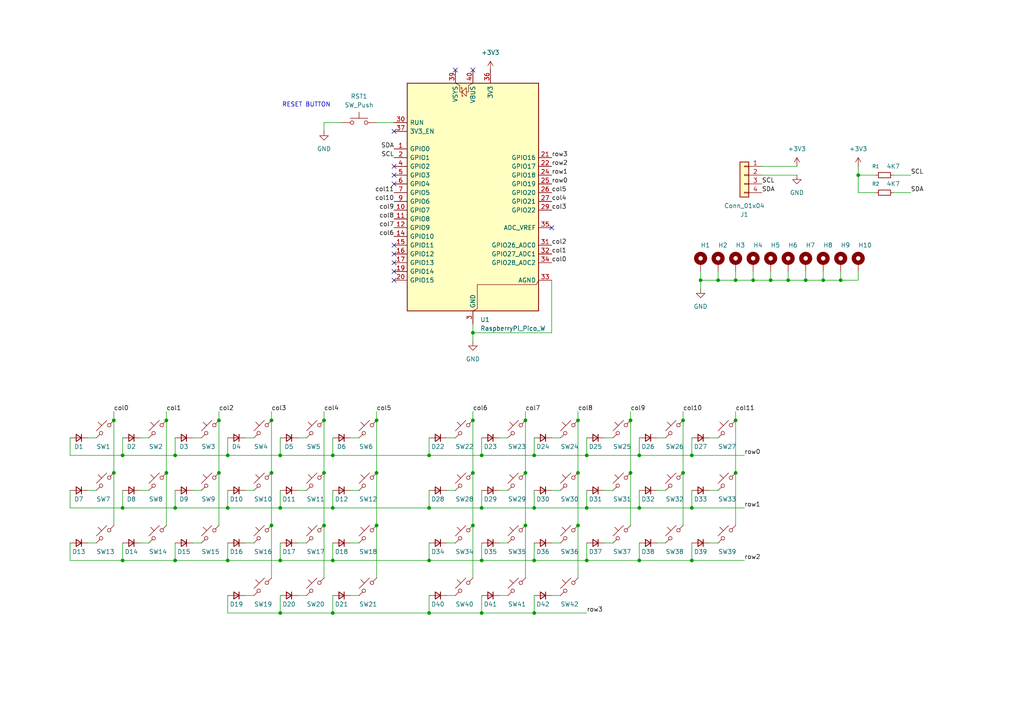
<source format=kicad_sch>
(kicad_sch
	(version 20250114)
	(generator "eeschema")
	(generator_version "9.0")
	(uuid "8e792984-87e2-4b04-a785-3df890957cd4")
	(paper "A4")
	
	(text "RESET BUTTON"
		(exclude_from_sim no)
		(at 88.8495 30.4648 0)
		(effects
			(font
				(size 1.27 1.27)
			)
		)
		(uuid "21e7380a-510e-487d-8782-1f3f7f7e243b")
	)
	(junction
		(at 48.26 121.92)
		(diameter 0)
		(color 0 0 0 0)
		(uuid "0587e754-193f-407b-b134-02b32f50c59f")
	)
	(junction
		(at 182.88 121.92)
		(diameter 0)
		(color 0 0 0 0)
		(uuid "05b67e54-4752-4a87-b6d2-c40fed6cb779")
	)
	(junction
		(at 124.46 147.32)
		(diameter 0)
		(color 0 0 0 0)
		(uuid "0a264b7d-a85d-431e-b861-939251d28390")
	)
	(junction
		(at 81.28 162.56)
		(diameter 0)
		(color 0 0 0 0)
		(uuid "0e45c1bc-7438-4994-9127-6a38e0cfda24")
	)
	(junction
		(at 78.74 137.16)
		(diameter 0)
		(color 0 0 0 0)
		(uuid "0ef0a503-7399-4890-8255-35488714fc80")
	)
	(junction
		(at 124.46 132.08)
		(diameter 0)
		(color 0 0 0 0)
		(uuid "131d3f98-570b-4e4e-b88d-9954bb8877c8")
	)
	(junction
		(at 137.16 152.4)
		(diameter 0)
		(color 0 0 0 0)
		(uuid "1aaf349a-0e05-450e-997b-79018450810a")
	)
	(junction
		(at 139.7 132.08)
		(diameter 0)
		(color 0 0 0 0)
		(uuid "1c10e0ef-2f45-472d-884d-0ac88a77dd77")
	)
	(junction
		(at 233.68 81.28)
		(diameter 0)
		(color 0 0 0 0)
		(uuid "1e784fdf-9803-45ee-8393-0067da86d83b")
	)
	(junction
		(at 33.02 137.16)
		(diameter 0)
		(color 0 0 0 0)
		(uuid "1ea2dcd1-6407-496c-85fa-c35bd8ff5b19")
	)
	(junction
		(at 208.28 81.28)
		(diameter 0)
		(color 0 0 0 0)
		(uuid "225a0dbe-7dc0-4f64-a655-5a2d526e662e")
	)
	(junction
		(at 35.56 147.32)
		(diameter 0)
		(color 0 0 0 0)
		(uuid "27b93e66-dca9-4539-bfac-e8724e14f3a2")
	)
	(junction
		(at 35.56 162.56)
		(diameter 0)
		(color 0 0 0 0)
		(uuid "2bcf6c56-3d5c-42b8-87e3-b97f2867d27a")
	)
	(junction
		(at 50.8 162.56)
		(diameter 0)
		(color 0 0 0 0)
		(uuid "2d185953-2975-4e43-8f0d-c77540ec81d3")
	)
	(junction
		(at 50.8 132.08)
		(diameter 0)
		(color 0 0 0 0)
		(uuid "2ffc98fc-b6bb-42d6-83d3-ec97fabdd5d5")
	)
	(junction
		(at 124.46 162.56)
		(diameter 0)
		(color 0 0 0 0)
		(uuid "31caf0b7-ae0c-42ac-94ac-30cd93a35112")
	)
	(junction
		(at 243.84 81.28)
		(diameter 0)
		(color 0 0 0 0)
		(uuid "3e9975a0-e200-4ea0-a0ae-eb796bab9acb")
	)
	(junction
		(at 50.8 147.32)
		(diameter 0)
		(color 0 0 0 0)
		(uuid "4150d820-924a-4f9e-aec0-902ab05bbd83")
	)
	(junction
		(at 218.44 81.28)
		(diameter 0)
		(color 0 0 0 0)
		(uuid "46f819f6-29dd-467d-a366-4b3c0736ab63")
	)
	(junction
		(at 93.98 152.4)
		(diameter 0)
		(color 0 0 0 0)
		(uuid "4714d694-5a21-44f3-957c-b4cafb159096")
	)
	(junction
		(at 154.94 147.32)
		(diameter 0)
		(color 0 0 0 0)
		(uuid "5180f838-2924-46cb-8e79-51b6d02c8259")
	)
	(junction
		(at 81.28 147.32)
		(diameter 0)
		(color 0 0 0 0)
		(uuid "53cf6270-ab5e-483e-9978-cc9fe311e934")
	)
	(junction
		(at 170.18 162.56)
		(diameter 0)
		(color 0 0 0 0)
		(uuid "55fdab50-dffa-4eae-aeb5-d60309a7783a")
	)
	(junction
		(at 109.22 137.16)
		(diameter 0)
		(color 0 0 0 0)
		(uuid "597d491c-4fcb-4d29-a747-50df11182580")
	)
	(junction
		(at 78.74 152.4)
		(diameter 0)
		(color 0 0 0 0)
		(uuid "5efa581d-b4bd-4a87-9875-593def6e7221")
	)
	(junction
		(at 203.2 81.28)
		(diameter 0)
		(color 0 0 0 0)
		(uuid "5f2a1ff5-3f17-4d7f-9e94-7e281de7dc08")
	)
	(junction
		(at 139.7 177.8)
		(diameter 0)
		(color 0 0 0 0)
		(uuid "5f53ee60-8f28-4963-9ef8-2fdf27e46191")
	)
	(junction
		(at 238.76 81.28)
		(diameter 0)
		(color 0 0 0 0)
		(uuid "5f817807-029a-4fa6-9d89-ab46af839b54")
	)
	(junction
		(at 81.28 177.8)
		(diameter 0)
		(color 0 0 0 0)
		(uuid "6211bd5d-9a19-4660-9d93-2112e6ef8bf2")
	)
	(junction
		(at 124.46 177.8)
		(diameter 0)
		(color 0 0 0 0)
		(uuid "662a12e8-7e55-4dc5-a9aa-f01e467d08c5")
	)
	(junction
		(at 170.18 132.08)
		(diameter 0)
		(color 0 0 0 0)
		(uuid "66981daa-accd-4c8a-a4d3-8b017944ce19")
	)
	(junction
		(at 154.94 177.8)
		(diameter 0)
		(color 0 0 0 0)
		(uuid "683b5af6-8519-4d68-aab0-73ca8e1ad1ef")
	)
	(junction
		(at 170.18 147.32)
		(diameter 0)
		(color 0 0 0 0)
		(uuid "6a34dbb9-268c-423e-bba2-4f6659fca0e6")
	)
	(junction
		(at 213.36 81.28)
		(diameter 0)
		(color 0 0 0 0)
		(uuid "6b4d42df-2327-4f7d-a12f-e63c549422bf")
	)
	(junction
		(at 93.98 121.92)
		(diameter 0)
		(color 0 0 0 0)
		(uuid "6eea19ac-00a3-4459-b124-2b379a787797")
	)
	(junction
		(at 182.88 137.16)
		(diameter 0)
		(color 0 0 0 0)
		(uuid "73121020-a3c5-49eb-932b-b09aa94f1904")
	)
	(junction
		(at 223.52 81.28)
		(diameter 0)
		(color 0 0 0 0)
		(uuid "747141b3-11d1-4cd7-8c18-269ca29d0ca9")
	)
	(junction
		(at 66.04 132.08)
		(diameter 0)
		(color 0 0 0 0)
		(uuid "77c2a07c-c1bc-4d4e-a7f5-1dcda3065e5b")
	)
	(junction
		(at 198.12 137.16)
		(diameter 0)
		(color 0 0 0 0)
		(uuid "77c33199-52ae-4f21-87d6-9fdab4e07640")
	)
	(junction
		(at 33.02 121.92)
		(diameter 0)
		(color 0 0 0 0)
		(uuid "78f89e2f-3339-4a5f-82c0-3c4ec4d68ee1")
	)
	(junction
		(at 200.66 147.32)
		(diameter 0)
		(color 0 0 0 0)
		(uuid "7a189246-da4a-41f6-a449-7e1523d11987")
	)
	(junction
		(at 96.52 147.32)
		(diameter 0)
		(color 0 0 0 0)
		(uuid "7d688eda-b470-4a08-92cc-ebab0cf0f385")
	)
	(junction
		(at 198.12 121.92)
		(diameter 0)
		(color 0 0 0 0)
		(uuid "7dd2901f-0388-42d1-b050-e74eb95c0f9a")
	)
	(junction
		(at 139.7 147.32)
		(diameter 0)
		(color 0 0 0 0)
		(uuid "7ef1a210-c130-4ac5-8684-2fd993f1b9a7")
	)
	(junction
		(at 96.52 177.8)
		(diameter 0)
		(color 0 0 0 0)
		(uuid "803e739c-405f-4fe0-9185-664b8f73773f")
	)
	(junction
		(at 185.42 162.56)
		(diameter 0)
		(color 0 0 0 0)
		(uuid "80b3277c-f1f8-44a0-a639-12443d5c3045")
	)
	(junction
		(at 152.4 152.4)
		(diameter 0)
		(color 0 0 0 0)
		(uuid "815a039d-8bae-415b-8b51-5eb709fb0390")
	)
	(junction
		(at 78.74 121.92)
		(diameter 0)
		(color 0 0 0 0)
		(uuid "843b32bd-da73-4e4f-8e75-3de3a4c1a490")
	)
	(junction
		(at 228.6 81.28)
		(diameter 0)
		(color 0 0 0 0)
		(uuid "8dea29ed-7717-477e-b03a-8f9290a3eb63")
	)
	(junction
		(at 152.4 137.16)
		(diameter 0)
		(color 0 0 0 0)
		(uuid "8f822851-6f99-46a8-8284-cc936e9c9409")
	)
	(junction
		(at 109.22 152.4)
		(diameter 0)
		(color 0 0 0 0)
		(uuid "95f44b88-3970-4776-907d-aace154096c9")
	)
	(junction
		(at 96.52 162.56)
		(diameter 0)
		(color 0 0 0 0)
		(uuid "9cf85d3d-9ddd-46c9-928e-e5b9d80d53d6")
	)
	(junction
		(at 154.94 132.08)
		(diameter 0)
		(color 0 0 0 0)
		(uuid "a4ec4481-74cd-4fac-a74b-cbd7d09b696b")
	)
	(junction
		(at 66.04 162.56)
		(diameter 0)
		(color 0 0 0 0)
		(uuid "a6d3b223-147e-496b-9e70-66a0adff232f")
	)
	(junction
		(at 63.5 121.92)
		(diameter 0)
		(color 0 0 0 0)
		(uuid "a9439905-9d2f-457c-abd0-e6cc0a1fa79b")
	)
	(junction
		(at 137.16 96.52)
		(diameter 0)
		(color 0 0 0 0)
		(uuid "ac1c4129-d751-4045-8b3d-50ac528910f9")
	)
	(junction
		(at 213.36 137.16)
		(diameter 0)
		(color 0 0 0 0)
		(uuid "ae4f8ffd-0b29-4fe0-ab2e-1877434a4228")
	)
	(junction
		(at 139.7 162.56)
		(diameter 0)
		(color 0 0 0 0)
		(uuid "afdcb568-5b1e-41dc-998a-749e2c5a20bd")
	)
	(junction
		(at 48.26 137.16)
		(diameter 0)
		(color 0 0 0 0)
		(uuid "b0e7c562-c1bc-4502-934f-efa14e69f9ea")
	)
	(junction
		(at 137.16 121.92)
		(diameter 0)
		(color 0 0 0 0)
		(uuid "b99287bd-3122-470c-9c43-2401c497b1a9")
	)
	(junction
		(at 185.42 147.32)
		(diameter 0)
		(color 0 0 0 0)
		(uuid "bad8dfd5-b084-45d8-9527-cefce6d44291")
	)
	(junction
		(at 185.42 132.08)
		(diameter 0)
		(color 0 0 0 0)
		(uuid "bae2ddae-507e-450f-be3e-5771282b62de")
	)
	(junction
		(at 63.5 137.16)
		(diameter 0)
		(color 0 0 0 0)
		(uuid "bf45e950-c55b-4ae2-b1f8-29647164576b")
	)
	(junction
		(at 109.22 121.92)
		(diameter 0)
		(color 0 0 0 0)
		(uuid "c2495317-665c-4c96-89a7-7a5e2e1b36e8")
	)
	(junction
		(at 81.28 132.08)
		(diameter 0)
		(color 0 0 0 0)
		(uuid "c28f130c-4340-47c9-bd17-a872eebd5a7e")
	)
	(junction
		(at 200.66 162.56)
		(diameter 0)
		(color 0 0 0 0)
		(uuid "c52be05b-aab9-48ce-a5f1-361ebbc66436")
	)
	(junction
		(at 66.04 147.32)
		(diameter 0)
		(color 0 0 0 0)
		(uuid "c963656b-99ce-4629-a05d-57e92789cc56")
	)
	(junction
		(at 213.36 121.92)
		(diameter 0)
		(color 0 0 0 0)
		(uuid "cabe43fa-759c-400c-aa68-6fab059ffb00")
	)
	(junction
		(at 200.66 132.08)
		(diameter 0)
		(color 0 0 0 0)
		(uuid "d428ded7-a0d3-4f7c-b960-edc36a98a689")
	)
	(junction
		(at 152.4 121.92)
		(diameter 0)
		(color 0 0 0 0)
		(uuid "ddf52c9d-619d-49fc-ab82-60b4d5e58f03")
	)
	(junction
		(at 167.64 121.92)
		(diameter 0)
		(color 0 0 0 0)
		(uuid "deb6e73d-cb12-422b-99f4-c4c0007b2b10")
	)
	(junction
		(at 137.16 137.16)
		(diameter 0)
		(color 0 0 0 0)
		(uuid "e11ef391-1fa2-4887-bb32-759f66691e52")
	)
	(junction
		(at 154.94 162.56)
		(diameter 0)
		(color 0 0 0 0)
		(uuid "e60a0ce1-542d-443c-b7f2-9e9c30f5697c")
	)
	(junction
		(at 167.64 137.16)
		(diameter 0)
		(color 0 0 0 0)
		(uuid "e796c205-e326-4d52-b3f9-c46a4b7d7a6a")
	)
	(junction
		(at 93.98 137.16)
		(diameter 0)
		(color 0 0 0 0)
		(uuid "eb324225-e267-4ab0-b089-c5355bae4608")
	)
	(junction
		(at 35.56 132.08)
		(diameter 0)
		(color 0 0 0 0)
		(uuid "ef3f9462-07f5-43ce-884b-1748abb54f7c")
	)
	(junction
		(at 96.52 132.08)
		(diameter 0)
		(color 0 0 0 0)
		(uuid "f48ba55d-2514-4cc9-a7c6-d02b5e20f29b")
	)
	(junction
		(at 248.92 50.8)
		(diameter 0)
		(color 0 0 0 0)
		(uuid "f6577bb4-8654-43c9-bf4b-1106400d8c8d")
	)
	(junction
		(at 167.64 152.4)
		(diameter 0)
		(color 0 0 0 0)
		(uuid "f87c9e6c-3aed-4022-8386-33d34f982793")
	)
	(no_connect
		(at 114.3 73.66)
		(uuid "312bb2b4-c324-4632-8317-d1f4aa5effb0")
	)
	(no_connect
		(at 160.02 66.04)
		(uuid "6b461bf9-b1cc-4712-9bcf-7ca23ded6500")
	)
	(no_connect
		(at 132.08 20.32)
		(uuid "7b6e096e-fbe4-4579-9207-9f33706e1fdd")
	)
	(no_connect
		(at 114.3 76.2)
		(uuid "847f91a0-ddff-4778-aaa6-ebc8256e6c01")
	)
	(no_connect
		(at 114.3 50.8)
		(uuid "935cd21e-3fe4-4880-af06-12a9c8c61ed5")
	)
	(no_connect
		(at 137.16 20.32)
		(uuid "97a109e8-ccc7-4bb1-84f3-a9c8f9397ae2")
	)
	(no_connect
		(at 114.3 38.1)
		(uuid "9ba793a2-fe0c-4d64-9d6b-124690f0c8d3")
	)
	(no_connect
		(at 114.3 78.74)
		(uuid "a031ac72-0ad5-416c-b902-a38dc42c3fd7")
	)
	(no_connect
		(at 114.3 81.28)
		(uuid "ccc413be-52d3-4a47-9f8b-afb4d9dbfc86")
	)
	(no_connect
		(at 114.3 48.26)
		(uuid "d253abf9-dc49-42cc-857d-ef67b1a55d54")
	)
	(no_connect
		(at 114.3 53.34)
		(uuid "e0300101-4148-4086-ac34-b80b6a718a56")
	)
	(no_connect
		(at 114.3 71.12)
		(uuid "e573edc9-d43f-4804-9d07-444edb6d2af7")
	)
	(wire
		(pts
			(xy 154.94 132.08) (xy 170.18 132.08)
		)
		(stroke
			(width 0)
			(type default)
		)
		(uuid "00a718e4-da28-43b1-a05f-ae51f3e9a6e3")
	)
	(wire
		(pts
			(xy 66.04 172.72) (xy 66.04 177.8)
		)
		(stroke
			(width 0)
			(type default)
		)
		(uuid "034979fa-4968-4b41-8182-c90017faba76")
	)
	(wire
		(pts
			(xy 170.18 157.48) (xy 170.18 162.56)
		)
		(stroke
			(width 0)
			(type default)
		)
		(uuid "04493743-c5d4-46fe-8497-692c4a95c849")
	)
	(wire
		(pts
			(xy 154.94 162.56) (xy 170.18 162.56)
		)
		(stroke
			(width 0)
			(type default)
		)
		(uuid "059e636f-1250-434c-8aad-009cb4ba736e")
	)
	(wire
		(pts
			(xy 124.46 147.32) (xy 139.7 147.32)
		)
		(stroke
			(width 0)
			(type default)
		)
		(uuid "073336da-e5ba-4b78-ae29-21b23d62ff2f")
	)
	(wire
		(pts
			(xy 50.8 142.24) (xy 50.8 147.32)
		)
		(stroke
			(width 0)
			(type default)
		)
		(uuid "089214b5-7a8e-4654-84a1-33c010115ed2")
	)
	(wire
		(pts
			(xy 144.78 127) (xy 147.32 127)
		)
		(stroke
			(width 0)
			(type default)
		)
		(uuid "0a0e1df5-eb25-494e-86c1-2149d652cb68")
	)
	(wire
		(pts
			(xy 35.56 157.48) (xy 35.56 162.56)
		)
		(stroke
			(width 0)
			(type default)
		)
		(uuid "0b847460-1d2b-4add-9b49-623bdc9ddf4b")
	)
	(wire
		(pts
			(xy 144.78 157.48) (xy 147.32 157.48)
		)
		(stroke
			(width 0)
			(type default)
		)
		(uuid "0d2761b7-eaf7-4ffa-89d9-577af9ac45cb")
	)
	(wire
		(pts
			(xy 25.4 157.48) (xy 27.94 157.48)
		)
		(stroke
			(width 0)
			(type default)
		)
		(uuid "0d941555-3a06-4ad3-9810-346ca32b9856")
	)
	(wire
		(pts
			(xy 231.14 48.26) (xy 220.98 48.26)
		)
		(stroke
			(width 0)
			(type default)
		)
		(uuid "0d9aee68-30e5-422e-99cf-f3007ba4510b")
	)
	(wire
		(pts
			(xy 129.54 142.24) (xy 132.08 142.24)
		)
		(stroke
			(width 0)
			(type default)
		)
		(uuid "0f1fd627-de6e-4b9e-a439-7a5b90278dcc")
	)
	(wire
		(pts
			(xy 167.64 119.38) (xy 167.64 121.92)
		)
		(stroke
			(width 0)
			(type default)
		)
		(uuid "1180d087-66ed-45ee-944b-489f9b0bc925")
	)
	(wire
		(pts
			(xy 213.36 81.28) (xy 218.44 81.28)
		)
		(stroke
			(width 0)
			(type default)
		)
		(uuid "136dc10e-f54f-4a86-9ef1-cde5e0638379")
	)
	(wire
		(pts
			(xy 86.36 127) (xy 88.9 127)
		)
		(stroke
			(width 0)
			(type default)
		)
		(uuid "13c7e137-07ab-4a6d-920a-26a1a67ec0ed")
	)
	(wire
		(pts
			(xy 175.26 157.48) (xy 177.8 157.48)
		)
		(stroke
			(width 0)
			(type default)
		)
		(uuid "162f220f-242d-4eb9-b490-f9751325821f")
	)
	(wire
		(pts
			(xy 86.36 142.24) (xy 88.9 142.24)
		)
		(stroke
			(width 0)
			(type default)
		)
		(uuid "177df447-2da6-4d41-88d6-43f11ac6448e")
	)
	(wire
		(pts
			(xy 248.92 50.8) (xy 248.92 55.88)
		)
		(stroke
			(width 0)
			(type default)
		)
		(uuid "1b80cdcf-89c9-429c-84f7-232305a038bb")
	)
	(wire
		(pts
			(xy 160.02 96.52) (xy 137.16 96.52)
		)
		(stroke
			(width 0)
			(type default)
		)
		(uuid "1bb35eaf-d87f-448b-93e3-9eb376106c4f")
	)
	(wire
		(pts
			(xy 218.44 78.74) (xy 218.44 81.28)
		)
		(stroke
			(width 0)
			(type default)
		)
		(uuid "1de1334d-191d-49c0-a0d5-7680334fbc25")
	)
	(wire
		(pts
			(xy 175.26 142.24) (xy 177.8 142.24)
		)
		(stroke
			(width 0)
			(type default)
		)
		(uuid "1fa89b45-adc6-48f6-bec5-340604ddecf1")
	)
	(wire
		(pts
			(xy 86.36 157.48) (xy 88.9 157.48)
		)
		(stroke
			(width 0)
			(type default)
		)
		(uuid "20653464-65ad-4e2f-87e8-3db5fb752278")
	)
	(wire
		(pts
			(xy 238.76 81.28) (xy 243.84 81.28)
		)
		(stroke
			(width 0)
			(type default)
		)
		(uuid "2074d915-2441-42fe-8a9f-fac0111a3243")
	)
	(wire
		(pts
			(xy 213.36 121.92) (xy 213.36 137.16)
		)
		(stroke
			(width 0)
			(type default)
		)
		(uuid "22971ecf-f39f-4703-b19a-d62ef9d8fc5a")
	)
	(wire
		(pts
			(xy 152.4 119.38) (xy 152.4 121.92)
		)
		(stroke
			(width 0)
			(type default)
		)
		(uuid "2335c031-6c7c-41a8-8863-34b816e43e05")
	)
	(wire
		(pts
			(xy 33.02 121.92) (xy 33.02 137.16)
		)
		(stroke
			(width 0)
			(type default)
		)
		(uuid "26f203ce-26a3-40f5-a82d-afeb0e407778")
	)
	(wire
		(pts
			(xy 233.68 78.74) (xy 233.68 81.28)
		)
		(stroke
			(width 0)
			(type default)
		)
		(uuid "27f2458b-d4b3-4e86-bfc3-4c3af8b767ba")
	)
	(wire
		(pts
			(xy 99.06 35.56) (xy 93.98 35.56)
		)
		(stroke
			(width 0)
			(type default)
		)
		(uuid "28b59ca2-231a-43f5-9646-853b1a44d448")
	)
	(wire
		(pts
			(xy 50.8 162.56) (xy 66.04 162.56)
		)
		(stroke
			(width 0)
			(type default)
		)
		(uuid "29be1a9a-c466-4ebf-8e63-0eb4702b73de")
	)
	(wire
		(pts
			(xy 154.94 127) (xy 154.94 132.08)
		)
		(stroke
			(width 0)
			(type default)
		)
		(uuid "29cc3275-27ab-4be4-a2af-cea045e7b764")
	)
	(wire
		(pts
			(xy 20.32 162.56) (xy 35.56 162.56)
		)
		(stroke
			(width 0)
			(type default)
		)
		(uuid "2b066e03-ac7a-48fd-beba-d90d6fd90447")
	)
	(wire
		(pts
			(xy 129.54 157.48) (xy 132.08 157.48)
		)
		(stroke
			(width 0)
			(type default)
		)
		(uuid "2b6b6403-b166-4a0f-9f72-f5517ed2ba77")
	)
	(wire
		(pts
			(xy 198.12 137.16) (xy 198.12 152.4)
		)
		(stroke
			(width 0)
			(type default)
		)
		(uuid "2d284495-efc4-4f40-94e0-9c81c0642360")
	)
	(wire
		(pts
			(xy 198.12 121.92) (xy 198.12 137.16)
		)
		(stroke
			(width 0)
			(type default)
		)
		(uuid "2d54f28a-8e08-488b-a2d8-40d6da588793")
	)
	(wire
		(pts
			(xy 81.28 162.56) (xy 96.52 162.56)
		)
		(stroke
			(width 0)
			(type default)
		)
		(uuid "2d9d1d2c-facc-4624-be1e-eabf0f3f6d8e")
	)
	(wire
		(pts
			(xy 154.94 157.48) (xy 154.94 162.56)
		)
		(stroke
			(width 0)
			(type default)
		)
		(uuid "2fffb922-7df4-4f62-a7b4-7f7a398b0005")
	)
	(wire
		(pts
			(xy 170.18 132.08) (xy 185.42 132.08)
		)
		(stroke
			(width 0)
			(type default)
		)
		(uuid "3081ab11-d4b0-4b7e-b1a6-b8d1d7e6f5e4")
	)
	(wire
		(pts
			(xy 25.4 142.24) (xy 27.94 142.24)
		)
		(stroke
			(width 0)
			(type default)
		)
		(uuid "33df4f4c-bff6-42c1-afd3-0bf8ad41a5f1")
	)
	(wire
		(pts
			(xy 40.64 142.24) (xy 43.18 142.24)
		)
		(stroke
			(width 0)
			(type default)
		)
		(uuid "340df6c1-a584-4389-a402-421707f56eae")
	)
	(wire
		(pts
			(xy 190.5 142.24) (xy 193.04 142.24)
		)
		(stroke
			(width 0)
			(type default)
		)
		(uuid "390afd75-f6b5-40a2-ab44-b0ddb57c2d79")
	)
	(wire
		(pts
			(xy 96.52 132.08) (xy 124.46 132.08)
		)
		(stroke
			(width 0)
			(type default)
		)
		(uuid "3a5290e5-19b2-4f62-ae5f-a10cc420b607")
	)
	(wire
		(pts
			(xy 66.04 157.48) (xy 66.04 162.56)
		)
		(stroke
			(width 0)
			(type default)
		)
		(uuid "3b4c9ecd-1ba1-4100-b8c5-69443c258c6a")
	)
	(wire
		(pts
			(xy 35.56 127) (xy 35.56 132.08)
		)
		(stroke
			(width 0)
			(type default)
		)
		(uuid "3b54b6fa-d74d-4501-aa76-5980d88a5fce")
	)
	(wire
		(pts
			(xy 66.04 162.56) (xy 81.28 162.56)
		)
		(stroke
			(width 0)
			(type default)
		)
		(uuid "3c4afc86-dc00-4b29-9b35-4df9ff73a080")
	)
	(wire
		(pts
			(xy 139.7 172.72) (xy 139.7 177.8)
		)
		(stroke
			(width 0)
			(type default)
		)
		(uuid "3c899817-006a-4c2c-b4e9-416330bc7d8a")
	)
	(wire
		(pts
			(xy 81.28 127) (xy 81.28 132.08)
		)
		(stroke
			(width 0)
			(type default)
		)
		(uuid "3e5a82cc-11f2-4e8e-9d2d-8aa5fa5866f2")
	)
	(wire
		(pts
			(xy 109.22 121.92) (xy 109.22 137.16)
		)
		(stroke
			(width 0)
			(type default)
		)
		(uuid "3f263111-fbb8-4b41-9705-54f3f5a147c8")
	)
	(wire
		(pts
			(xy 170.18 127) (xy 170.18 132.08)
		)
		(stroke
			(width 0)
			(type default)
		)
		(uuid "414ab4b7-dfda-4b40-a399-4cdba4ad84c0")
	)
	(wire
		(pts
			(xy 160.02 157.48) (xy 162.56 157.48)
		)
		(stroke
			(width 0)
			(type default)
		)
		(uuid "439b2143-3780-4fc2-b765-11d7964ce333")
	)
	(wire
		(pts
			(xy 259.08 50.8) (xy 264.16 50.8)
		)
		(stroke
			(width 0)
			(type default)
		)
		(uuid "43d4e90e-860e-4d6b-bb3b-126a362be6c7")
	)
	(wire
		(pts
			(xy 154.94 172.72) (xy 154.94 177.8)
		)
		(stroke
			(width 0)
			(type default)
		)
		(uuid "45197b3f-945f-434d-89cc-0da64793f5b6")
	)
	(wire
		(pts
			(xy 101.6 172.72) (xy 104.14 172.72)
		)
		(stroke
			(width 0)
			(type default)
		)
		(uuid "46d6c051-2148-4260-931d-cce91778d637")
	)
	(wire
		(pts
			(xy 203.2 81.28) (xy 203.2 83.82)
		)
		(stroke
			(width 0)
			(type default)
		)
		(uuid "482aade9-51bf-4c0f-862b-32b0449734e4")
	)
	(wire
		(pts
			(xy 243.84 78.74) (xy 243.84 81.28)
		)
		(stroke
			(width 0)
			(type default)
		)
		(uuid "484ed91b-ed18-4674-bd33-3665b4031cc5")
	)
	(wire
		(pts
			(xy 182.88 119.38) (xy 182.88 121.92)
		)
		(stroke
			(width 0)
			(type default)
		)
		(uuid "49c635e0-5cf0-4383-b02f-490de3d8d2d0")
	)
	(wire
		(pts
			(xy 185.42 132.08) (xy 200.66 132.08)
		)
		(stroke
			(width 0)
			(type default)
		)
		(uuid "4a347d22-293c-49ef-a408-86d4ced1a8a3")
	)
	(wire
		(pts
			(xy 205.74 127) (xy 208.28 127)
		)
		(stroke
			(width 0)
			(type default)
		)
		(uuid "4f9b5f74-fbfc-4b99-8fe7-fb2d81ac761e")
	)
	(wire
		(pts
			(xy 160.02 127) (xy 162.56 127)
		)
		(stroke
			(width 0)
			(type default)
		)
		(uuid "505b50d9-49fa-4eab-bc88-5c383edf3f8e")
	)
	(wire
		(pts
			(xy 124.46 132.08) (xy 139.7 132.08)
		)
		(stroke
			(width 0)
			(type default)
		)
		(uuid "51ddf3b7-3822-4d1e-8369-b85fc71c4893")
	)
	(wire
		(pts
			(xy 20.32 132.08) (xy 35.56 132.08)
		)
		(stroke
			(width 0)
			(type default)
		)
		(uuid "52dc93b0-f9e8-4fd1-8338-35f83060463d")
	)
	(wire
		(pts
			(xy 175.26 127) (xy 177.8 127)
		)
		(stroke
			(width 0)
			(type default)
		)
		(uuid "52eee7b6-b0b0-4d04-9e4f-a20603e53c3a")
	)
	(wire
		(pts
			(xy 66.04 132.08) (xy 81.28 132.08)
		)
		(stroke
			(width 0)
			(type default)
		)
		(uuid "542e1b11-7b14-48ed-80a3-ee3fa6c12af2")
	)
	(wire
		(pts
			(xy 205.74 142.24) (xy 208.28 142.24)
		)
		(stroke
			(width 0)
			(type default)
		)
		(uuid "5573c6f0-23a4-49ff-81a3-b3ac903b38a6")
	)
	(wire
		(pts
			(xy 81.28 157.48) (xy 81.28 162.56)
		)
		(stroke
			(width 0)
			(type default)
		)
		(uuid "55cdb22f-80ea-4c4b-8b8b-09db0e4df838")
	)
	(wire
		(pts
			(xy 248.92 55.88) (xy 254 55.88)
		)
		(stroke
			(width 0)
			(type default)
		)
		(uuid "56a2d04d-b6a1-4b20-9192-fb40d1cb5a6b")
	)
	(wire
		(pts
			(xy 109.22 152.4) (xy 109.22 167.64)
		)
		(stroke
			(width 0)
			(type default)
		)
		(uuid "5776eba4-1091-40a7-90a3-c2da42199723")
	)
	(wire
		(pts
			(xy 63.5 119.38) (xy 63.5 121.92)
		)
		(stroke
			(width 0)
			(type default)
		)
		(uuid "59fb804d-43f0-4e17-a7ef-cedf223fb3b4")
	)
	(wire
		(pts
			(xy 66.04 142.24) (xy 66.04 147.32)
		)
		(stroke
			(width 0)
			(type default)
		)
		(uuid "5bfb2d87-292c-48d0-8576-1a95d30f94f1")
	)
	(wire
		(pts
			(xy 93.98 119.38) (xy 93.98 121.92)
		)
		(stroke
			(width 0)
			(type default)
		)
		(uuid "5de1b20f-9da1-4f7f-ac5f-fc800e7d0b7a")
	)
	(wire
		(pts
			(xy 86.36 172.72) (xy 88.9 172.72)
		)
		(stroke
			(width 0)
			(type default)
		)
		(uuid "5e5f0475-0ab8-421e-8af5-ce722f8c788b")
	)
	(wire
		(pts
			(xy 185.42 142.24) (xy 185.42 147.32)
		)
		(stroke
			(width 0)
			(type default)
		)
		(uuid "5eb17086-ed66-4460-ac9f-88f9461ef877")
	)
	(wire
		(pts
			(xy 248.92 48.26) (xy 248.92 50.8)
		)
		(stroke
			(width 0)
			(type default)
		)
		(uuid "5fdc59ac-c722-4b16-b89b-1fd2277658e9")
	)
	(wire
		(pts
			(xy 55.88 127) (xy 58.42 127)
		)
		(stroke
			(width 0)
			(type default)
		)
		(uuid "6045bcb9-d583-424a-8b80-1dcaa20318b9")
	)
	(wire
		(pts
			(xy 200.66 132.08) (xy 215.9 132.08)
		)
		(stroke
			(width 0)
			(type default)
		)
		(uuid "60897176-068b-48c5-8b2d-1dc94adde89e")
	)
	(wire
		(pts
			(xy 109.22 119.38) (xy 109.22 121.92)
		)
		(stroke
			(width 0)
			(type default)
		)
		(uuid "6172aa27-d03b-4ea8-9dd2-9c8bd1953898")
	)
	(wire
		(pts
			(xy 238.76 78.74) (xy 238.76 81.28)
		)
		(stroke
			(width 0)
			(type default)
		)
		(uuid "62c358e5-91d3-4ed1-913d-a923c1bf1c18")
	)
	(wire
		(pts
			(xy 208.28 81.28) (xy 213.36 81.28)
		)
		(stroke
			(width 0)
			(type default)
		)
		(uuid "62cff43f-7376-4cfb-931e-a2441119f1d2")
	)
	(wire
		(pts
			(xy 190.5 157.48) (xy 193.04 157.48)
		)
		(stroke
			(width 0)
			(type default)
		)
		(uuid "630d3546-9761-4d4b-a38f-ca369d3f76f7")
	)
	(wire
		(pts
			(xy 139.7 177.8) (xy 154.94 177.8)
		)
		(stroke
			(width 0)
			(type default)
		)
		(uuid "67eb906e-96ae-4221-bc11-fda380843d57")
	)
	(wire
		(pts
			(xy 182.88 137.16) (xy 182.88 152.4)
		)
		(stroke
			(width 0)
			(type default)
		)
		(uuid "6889a1fe-0471-40d8-8a69-9c74dcb72174")
	)
	(wire
		(pts
			(xy 48.26 119.38) (xy 48.26 121.92)
		)
		(stroke
			(width 0)
			(type default)
		)
		(uuid "6a33b624-7f8c-4ae0-a29a-18257a9120f5")
	)
	(wire
		(pts
			(xy 205.74 157.48) (xy 208.28 157.48)
		)
		(stroke
			(width 0)
			(type default)
		)
		(uuid "6c8d5e67-a81d-4607-87ba-fe2676a7830e")
	)
	(wire
		(pts
			(xy 78.74 121.92) (xy 78.74 137.16)
		)
		(stroke
			(width 0)
			(type default)
		)
		(uuid "6dbffa0f-ad9b-4db3-83e8-9904a485fc74")
	)
	(wire
		(pts
			(xy 101.6 157.48) (xy 104.14 157.48)
		)
		(stroke
			(width 0)
			(type default)
		)
		(uuid "6dc16a7b-5d31-41f0-b959-6f1c2e222665")
	)
	(wire
		(pts
			(xy 50.8 127) (xy 50.8 132.08)
		)
		(stroke
			(width 0)
			(type default)
		)
		(uuid "6fccb141-dffb-4053-b911-6da3648bafb0")
	)
	(wire
		(pts
			(xy 63.5 137.16) (xy 63.5 152.4)
		)
		(stroke
			(width 0)
			(type default)
		)
		(uuid "7117678a-57d7-40a9-9b49-b5d899e4f9be")
	)
	(wire
		(pts
			(xy 139.7 127) (xy 139.7 132.08)
		)
		(stroke
			(width 0)
			(type default)
		)
		(uuid "740c72c2-ff65-458f-8453-555a8528e3cd")
	)
	(wire
		(pts
			(xy 137.16 119.38) (xy 137.16 121.92)
		)
		(stroke
			(width 0)
			(type default)
		)
		(uuid "7875f91e-ba56-4c7f-bf6e-6b2791406c39")
	)
	(wire
		(pts
			(xy 93.98 121.92) (xy 93.98 137.16)
		)
		(stroke
			(width 0)
			(type default)
		)
		(uuid "78bd886c-9794-468d-9ace-11308336f7d7")
	)
	(wire
		(pts
			(xy 129.54 127) (xy 132.08 127)
		)
		(stroke
			(width 0)
			(type default)
		)
		(uuid "7bcb6011-93a8-4e15-bf13-c5a225398674")
	)
	(wire
		(pts
			(xy 200.66 162.56) (xy 215.9 162.56)
		)
		(stroke
			(width 0)
			(type default)
		)
		(uuid "7be3a4b4-bdbd-4f89-bf98-7b7efa46d648")
	)
	(wire
		(pts
			(xy 231.14 50.8) (xy 220.98 50.8)
		)
		(stroke
			(width 0)
			(type default)
		)
		(uuid "7bee970f-553b-4835-a393-bd55cd22d882")
	)
	(wire
		(pts
			(xy 154.94 147.32) (xy 170.18 147.32)
		)
		(stroke
			(width 0)
			(type default)
		)
		(uuid "7d8c8f73-9263-4e82-8ecd-dc72d3b28a21")
	)
	(wire
		(pts
			(xy 93.98 152.4) (xy 93.98 167.64)
		)
		(stroke
			(width 0)
			(type default)
		)
		(uuid "7f2f2cea-7aef-4cf5-b779-b44209811361")
	)
	(wire
		(pts
			(xy 190.5 127) (xy 193.04 127)
		)
		(stroke
			(width 0)
			(type default)
		)
		(uuid "809e36b2-37a9-4010-bd98-62ec3bd241dd")
	)
	(wire
		(pts
			(xy 81.28 177.8) (xy 96.52 177.8)
		)
		(stroke
			(width 0)
			(type default)
		)
		(uuid "827e6e31-a406-4bf3-8e94-dfa95e2c5093")
	)
	(wire
		(pts
			(xy 35.56 162.56) (xy 50.8 162.56)
		)
		(stroke
			(width 0)
			(type default)
		)
		(uuid "82a27c8b-f8ee-4ca5-8aa2-4fa65dbd16b1")
	)
	(wire
		(pts
			(xy 139.7 142.24) (xy 139.7 147.32)
		)
		(stroke
			(width 0)
			(type default)
		)
		(uuid "839b4dce-7e40-463c-b760-d222005e9aef")
	)
	(wire
		(pts
			(xy 124.46 172.72) (xy 124.46 177.8)
		)
		(stroke
			(width 0)
			(type default)
		)
		(uuid "83c337b7-a4a5-4fc4-8563-358c9f4319f0")
	)
	(wire
		(pts
			(xy 35.56 147.32) (xy 50.8 147.32)
		)
		(stroke
			(width 0)
			(type default)
		)
		(uuid "863f7422-11ce-4ba8-9573-d2aa62c681c5")
	)
	(wire
		(pts
			(xy 78.74 137.16) (xy 78.74 152.4)
		)
		(stroke
			(width 0)
			(type default)
		)
		(uuid "8695d3a7-01d2-4103-a2a9-9e95ddbf46bc")
	)
	(wire
		(pts
			(xy 208.28 78.74) (xy 208.28 81.28)
		)
		(stroke
			(width 0)
			(type default)
		)
		(uuid "88dd8559-6122-43db-b2b9-b88b7e8343a1")
	)
	(wire
		(pts
			(xy 200.66 157.48) (xy 200.66 162.56)
		)
		(stroke
			(width 0)
			(type default)
		)
		(uuid "8947b5f8-d95b-4873-b481-75f7dbdf5256")
	)
	(wire
		(pts
			(xy 160.02 81.28) (xy 160.02 96.52)
		)
		(stroke
			(width 0)
			(type default)
		)
		(uuid "89b25a95-bf37-4b94-9374-692f08847e7b")
	)
	(wire
		(pts
			(xy 40.64 127) (xy 43.18 127)
		)
		(stroke
			(width 0)
			(type default)
		)
		(uuid "8a859a5b-2c68-4a51-98be-5ae189ba2a84")
	)
	(wire
		(pts
			(xy 96.52 162.56) (xy 124.46 162.56)
		)
		(stroke
			(width 0)
			(type default)
		)
		(uuid "8cd6ae53-7920-4a87-9849-3912ea29ab87")
	)
	(wire
		(pts
			(xy 170.18 147.32) (xy 185.42 147.32)
		)
		(stroke
			(width 0)
			(type default)
		)
		(uuid "8ce66381-a86e-4b95-9527-52ca3418a501")
	)
	(wire
		(pts
			(xy 170.18 162.56) (xy 185.42 162.56)
		)
		(stroke
			(width 0)
			(type default)
		)
		(uuid "8d5ff60e-5e2f-4434-9320-4695e8656c7d")
	)
	(wire
		(pts
			(xy 81.28 142.24) (xy 81.28 147.32)
		)
		(stroke
			(width 0)
			(type default)
		)
		(uuid "8d9d9292-d70b-44bb-98b7-b3070984fe5a")
	)
	(wire
		(pts
			(xy 137.16 121.92) (xy 137.16 137.16)
		)
		(stroke
			(width 0)
			(type default)
		)
		(uuid "8fc793a7-7d75-4169-8d0b-7af9a788b234")
	)
	(wire
		(pts
			(xy 50.8 157.48) (xy 50.8 162.56)
		)
		(stroke
			(width 0)
			(type default)
		)
		(uuid "91cab87d-3c04-449e-9680-73a4e69baee6")
	)
	(wire
		(pts
			(xy 213.36 119.38) (xy 213.36 121.92)
		)
		(stroke
			(width 0)
			(type default)
		)
		(uuid "92b95024-bf63-4b01-a996-5124fca80778")
	)
	(wire
		(pts
			(xy 35.56 142.24) (xy 35.56 147.32)
		)
		(stroke
			(width 0)
			(type default)
		)
		(uuid "93bb5118-8bf6-4e68-a0b2-0f2b891feb27")
	)
	(wire
		(pts
			(xy 152.4 137.16) (xy 152.4 152.4)
		)
		(stroke
			(width 0)
			(type default)
		)
		(uuid "94e65b1f-d889-4db3-9329-5a572ead5926")
	)
	(wire
		(pts
			(xy 96.52 172.72) (xy 96.52 177.8)
		)
		(stroke
			(width 0)
			(type default)
		)
		(uuid "95a53eb1-2181-467f-9067-e3dd91fc3ddb")
	)
	(wire
		(pts
			(xy 233.68 81.28) (xy 238.76 81.28)
		)
		(stroke
			(width 0)
			(type default)
		)
		(uuid "95f517bb-1352-4f32-b4e6-d71bf03f3944")
	)
	(wire
		(pts
			(xy 213.36 137.16) (xy 213.36 152.4)
		)
		(stroke
			(width 0)
			(type default)
		)
		(uuid "973ae091-7b2b-4b34-baff-acdc0b047c53")
	)
	(wire
		(pts
			(xy 200.66 142.24) (xy 200.66 147.32)
		)
		(stroke
			(width 0)
			(type default)
		)
		(uuid "978e1ba6-89c2-4df9-abbf-1335a8dbc2c8")
	)
	(wire
		(pts
			(xy 81.28 172.72) (xy 81.28 177.8)
		)
		(stroke
			(width 0)
			(type default)
		)
		(uuid "989b617e-4872-49a9-bf74-b3b11717f3dc")
	)
	(wire
		(pts
			(xy 170.18 142.24) (xy 170.18 147.32)
		)
		(stroke
			(width 0)
			(type default)
		)
		(uuid "98d234e1-8e56-46b9-ae2e-eb2938b3f042")
	)
	(wire
		(pts
			(xy 124.46 127) (xy 124.46 132.08)
		)
		(stroke
			(width 0)
			(type default)
		)
		(uuid "99761930-bf53-4ced-8b91-217e625f452a")
	)
	(wire
		(pts
			(xy 167.64 152.4) (xy 167.64 167.64)
		)
		(stroke
			(width 0)
			(type default)
		)
		(uuid "9a50d1ff-0513-4d81-bcab-391b392fc7b6")
	)
	(wire
		(pts
			(xy 223.52 81.28) (xy 228.6 81.28)
		)
		(stroke
			(width 0)
			(type default)
		)
		(uuid "9a56bc95-7cb6-4d01-a9b4-153bc54fffd0")
	)
	(wire
		(pts
			(xy 137.16 152.4) (xy 137.16 167.64)
		)
		(stroke
			(width 0)
			(type default)
		)
		(uuid "9e27aa88-20c6-4e25-acf5-4b66e34122b1")
	)
	(wire
		(pts
			(xy 203.2 78.74) (xy 203.2 81.28)
		)
		(stroke
			(width 0)
			(type default)
		)
		(uuid "9fbbeb89-24b6-4f2a-94b4-b5c6ec79959a")
	)
	(wire
		(pts
			(xy 50.8 132.08) (xy 66.04 132.08)
		)
		(stroke
			(width 0)
			(type default)
		)
		(uuid "9fc5ef13-409d-4727-ad36-5e0e50a21185")
	)
	(wire
		(pts
			(xy 160.02 172.72) (xy 162.56 172.72)
		)
		(stroke
			(width 0)
			(type default)
		)
		(uuid "a541d0d9-0551-4584-8e68-69b9b13b76e9")
	)
	(wire
		(pts
			(xy 200.66 127) (xy 200.66 132.08)
		)
		(stroke
			(width 0)
			(type default)
		)
		(uuid "a54a6f65-3754-444b-8f2f-fc691739b0d7")
	)
	(wire
		(pts
			(xy 167.64 121.92) (xy 167.64 137.16)
		)
		(stroke
			(width 0)
			(type default)
		)
		(uuid "a7c46295-8873-4dc4-ba30-a609ae78fbd8")
	)
	(wire
		(pts
			(xy 228.6 81.28) (xy 233.68 81.28)
		)
		(stroke
			(width 0)
			(type default)
		)
		(uuid "a8bb4898-49d5-449d-bfad-0a40c85a2d9c")
	)
	(wire
		(pts
			(xy 139.7 132.08) (xy 154.94 132.08)
		)
		(stroke
			(width 0)
			(type default)
		)
		(uuid "a9afb419-a5cb-4362-834c-b2858a34e596")
	)
	(wire
		(pts
			(xy 152.4 121.92) (xy 152.4 137.16)
		)
		(stroke
			(width 0)
			(type default)
		)
		(uuid "a9c7fdf0-7e9e-4d5f-9ea8-d361003d7366")
	)
	(wire
		(pts
			(xy 66.04 177.8) (xy 81.28 177.8)
		)
		(stroke
			(width 0)
			(type default)
		)
		(uuid "aa210128-8949-4ecc-98bc-ed3bca146b52")
	)
	(wire
		(pts
			(xy 96.52 147.32) (xy 124.46 147.32)
		)
		(stroke
			(width 0)
			(type default)
		)
		(uuid "ae25e7bf-76e9-42f4-8eca-dd2043665325")
	)
	(wire
		(pts
			(xy 55.88 142.24) (xy 58.42 142.24)
		)
		(stroke
			(width 0)
			(type default)
		)
		(uuid "aec01ad9-985d-4fa2-a038-a7362bbec441")
	)
	(wire
		(pts
			(xy 137.16 137.16) (xy 137.16 152.4)
		)
		(stroke
			(width 0)
			(type default)
		)
		(uuid "aecf3fe4-b760-4b37-b8ca-acb708c3ca9e")
	)
	(wire
		(pts
			(xy 160.02 142.24) (xy 162.56 142.24)
		)
		(stroke
			(width 0)
			(type default)
		)
		(uuid "b09aefcf-81ce-4ccb-b5ff-dfff8c02b4f7")
	)
	(wire
		(pts
			(xy 185.42 127) (xy 185.42 132.08)
		)
		(stroke
			(width 0)
			(type default)
		)
		(uuid "b30c4cc9-d5be-4c45-a433-c6494566e935")
	)
	(wire
		(pts
			(xy 66.04 127) (xy 66.04 132.08)
		)
		(stroke
			(width 0)
			(type default)
		)
		(uuid "b31bcc81-2b19-47f5-9468-e5a7d5e55c60")
	)
	(wire
		(pts
			(xy 182.88 121.92) (xy 182.88 137.16)
		)
		(stroke
			(width 0)
			(type default)
		)
		(uuid "b3d5fe37-f7a7-412a-8f5a-6f58dc95b3e5")
	)
	(wire
		(pts
			(xy 25.4 127) (xy 27.94 127)
		)
		(stroke
			(width 0)
			(type default)
		)
		(uuid "b5e69e06-a3f4-4bc4-bebe-031487dcd451")
	)
	(wire
		(pts
			(xy 33.02 119.38) (xy 33.02 121.92)
		)
		(stroke
			(width 0)
			(type default)
		)
		(uuid "b84cbebe-b3aa-4919-a63b-7982d1a5185e")
	)
	(wire
		(pts
			(xy 66.04 147.32) (xy 81.28 147.32)
		)
		(stroke
			(width 0)
			(type default)
		)
		(uuid "b8d6eb7b-3fca-403f-b58f-75c92d8e1b1b")
	)
	(wire
		(pts
			(xy 137.16 96.52) (xy 137.16 93.98)
		)
		(stroke
			(width 0)
			(type default)
		)
		(uuid "ba2580b1-9fd2-4c60-a710-a65fe1280b27")
	)
	(wire
		(pts
			(xy 93.98 137.16) (xy 93.98 152.4)
		)
		(stroke
			(width 0)
			(type default)
		)
		(uuid "bb93cea2-3a9b-42e4-8252-fc806631bed1")
	)
	(wire
		(pts
			(xy 63.5 121.92) (xy 63.5 137.16)
		)
		(stroke
			(width 0)
			(type default)
		)
		(uuid "bc3e7c95-0690-4273-960d-b0e307f5e8a7")
	)
	(wire
		(pts
			(xy 248.92 50.8) (xy 254 50.8)
		)
		(stroke
			(width 0)
			(type default)
		)
		(uuid "bc9fcba2-1d40-4d13-93d7-e8ec7e752eb4")
	)
	(wire
		(pts
			(xy 20.32 147.32) (xy 35.56 147.32)
		)
		(stroke
			(width 0)
			(type default)
		)
		(uuid "bcd7c6e2-f764-423d-bc0d-25df323ed1af")
	)
	(wire
		(pts
			(xy 109.22 137.16) (xy 109.22 152.4)
		)
		(stroke
			(width 0)
			(type default)
		)
		(uuid "be3b5a04-279f-4efc-93a0-e2afbe315729")
	)
	(wire
		(pts
			(xy 109.22 35.56) (xy 114.3 35.56)
		)
		(stroke
			(width 0)
			(type default)
		)
		(uuid "bea6ceb4-8673-4a1e-a633-1707c3b908b1")
	)
	(wire
		(pts
			(xy 96.52 157.48) (xy 96.52 162.56)
		)
		(stroke
			(width 0)
			(type default)
		)
		(uuid "bfb1ea64-4a7d-44e2-9244-1cb866bb8549")
	)
	(wire
		(pts
			(xy 33.02 137.16) (xy 33.02 152.4)
		)
		(stroke
			(width 0)
			(type default)
		)
		(uuid "c18c5ccf-3763-47bc-a8c5-6104e5e0d688")
	)
	(wire
		(pts
			(xy 40.64 157.48) (xy 43.18 157.48)
		)
		(stroke
			(width 0)
			(type default)
		)
		(uuid "c3cecf4a-f843-4301-9060-c96a2e30f50c")
	)
	(wire
		(pts
			(xy 50.8 147.32) (xy 66.04 147.32)
		)
		(stroke
			(width 0)
			(type default)
		)
		(uuid "c45f2b72-c60f-409f-b56a-debd88b494e2")
	)
	(wire
		(pts
			(xy 55.88 157.48) (xy 58.42 157.48)
		)
		(stroke
			(width 0)
			(type default)
		)
		(uuid "c4a2fc71-7b51-4af6-94fe-547ad77d1f38")
	)
	(wire
		(pts
			(xy 139.7 157.48) (xy 139.7 162.56)
		)
		(stroke
			(width 0)
			(type default)
		)
		(uuid "c4b05222-00bf-447f-83c8-e3867f06857e")
	)
	(wire
		(pts
			(xy 185.42 147.32) (xy 200.66 147.32)
		)
		(stroke
			(width 0)
			(type default)
		)
		(uuid "c4d79460-9e70-43ae-8d51-12cbccc2284a")
	)
	(wire
		(pts
			(xy 93.98 35.56) (xy 93.98 38.1)
		)
		(stroke
			(width 0)
			(type default)
		)
		(uuid "c4d8ec1b-0e1c-4f16-88eb-6803d9690acc")
	)
	(wire
		(pts
			(xy 213.36 78.74) (xy 213.36 81.28)
		)
		(stroke
			(width 0)
			(type default)
		)
		(uuid "c590ec86-dd1e-4baf-ad87-42658e49e8c8")
	)
	(wire
		(pts
			(xy 96.52 142.24) (xy 96.52 147.32)
		)
		(stroke
			(width 0)
			(type default)
		)
		(uuid "c661452b-b830-46f4-83c4-09f94b616a99")
	)
	(wire
		(pts
			(xy 124.46 177.8) (xy 139.7 177.8)
		)
		(stroke
			(width 0)
			(type default)
		)
		(uuid "c86ddcb2-bb76-4f52-905c-4fcecf9bd9a6")
	)
	(wire
		(pts
			(xy 248.92 78.74) (xy 248.92 81.28)
		)
		(stroke
			(width 0)
			(type default)
		)
		(uuid "c94929d8-5b84-48cf-927f-e6b9ff9b62f9")
	)
	(wire
		(pts
			(xy 48.26 137.16) (xy 48.26 152.4)
		)
		(stroke
			(width 0)
			(type default)
		)
		(uuid "c9b63591-ef33-456c-8c39-04a77ef106fa")
	)
	(wire
		(pts
			(xy 101.6 127) (xy 104.14 127)
		)
		(stroke
			(width 0)
			(type default)
		)
		(uuid "ca950da3-fe90-4a20-a6bf-bb87808f10b9")
	)
	(wire
		(pts
			(xy 137.16 99.06) (xy 137.16 96.52)
		)
		(stroke
			(width 0)
			(type default)
		)
		(uuid "cb32da5a-f5f3-4c9f-bb1e-0e81d22c10b7")
	)
	(wire
		(pts
			(xy 124.46 162.56) (xy 139.7 162.56)
		)
		(stroke
			(width 0)
			(type default)
		)
		(uuid "cbd3146a-96f7-4530-88e2-065e38e5c760")
	)
	(wire
		(pts
			(xy 35.56 132.08) (xy 50.8 132.08)
		)
		(stroke
			(width 0)
			(type default)
		)
		(uuid "cca8f0cf-4180-46cd-a706-9715b79ea07c")
	)
	(wire
		(pts
			(xy 124.46 157.48) (xy 124.46 162.56)
		)
		(stroke
			(width 0)
			(type default)
		)
		(uuid "cea355ed-f58b-4961-9db1-0ab350bef7b1")
	)
	(wire
		(pts
			(xy 154.94 142.24) (xy 154.94 147.32)
		)
		(stroke
			(width 0)
			(type default)
		)
		(uuid "cf851fb4-2232-4a47-b610-932d911edb0d")
	)
	(wire
		(pts
			(xy 78.74 152.4) (xy 78.74 167.64)
		)
		(stroke
			(width 0)
			(type default)
		)
		(uuid "d2a52a8c-6c0b-48df-973e-362c63b6b5de")
	)
	(wire
		(pts
			(xy 48.26 121.92) (xy 48.26 137.16)
		)
		(stroke
			(width 0)
			(type default)
		)
		(uuid "d434a62b-db6f-4c3e-9622-735b34dc1a97")
	)
	(wire
		(pts
			(xy 71.12 157.48) (xy 73.66 157.48)
		)
		(stroke
			(width 0)
			(type default)
		)
		(uuid "d592e367-f47b-4b1c-b187-943c883def4b")
	)
	(wire
		(pts
			(xy 228.6 78.74) (xy 228.6 81.28)
		)
		(stroke
			(width 0)
			(type default)
		)
		(uuid "d5a16318-63e9-4818-933e-9b7d6d59c892")
	)
	(wire
		(pts
			(xy 167.64 137.16) (xy 167.64 152.4)
		)
		(stroke
			(width 0)
			(type default)
		)
		(uuid "d6b9ec53-fdc0-4ae3-aa70-d25793d9d100")
	)
	(wire
		(pts
			(xy 185.42 162.56) (xy 200.66 162.56)
		)
		(stroke
			(width 0)
			(type default)
		)
		(uuid "d7a60e97-110b-4884-8686-befe5304d832")
	)
	(wire
		(pts
			(xy 223.52 78.74) (xy 223.52 81.28)
		)
		(stroke
			(width 0)
			(type default)
		)
		(uuid "d8855cd6-e793-4006-a3b0-afa54416b055")
	)
	(wire
		(pts
			(xy 139.7 162.56) (xy 154.94 162.56)
		)
		(stroke
			(width 0)
			(type default)
		)
		(uuid "d88b2cee-8c4c-4bb7-868b-2fa9cf6d7519")
	)
	(wire
		(pts
			(xy 203.2 81.28) (xy 208.28 81.28)
		)
		(stroke
			(width 0)
			(type default)
		)
		(uuid "d8b4486b-3142-4eae-b8a4-369ed6f5a8eb")
	)
	(wire
		(pts
			(xy 96.52 177.8) (xy 124.46 177.8)
		)
		(stroke
			(width 0)
			(type default)
		)
		(uuid "dda45684-ed69-4329-a9f2-bc8073693cf9")
	)
	(wire
		(pts
			(xy 144.78 172.72) (xy 147.32 172.72)
		)
		(stroke
			(width 0)
			(type default)
		)
		(uuid "de98d0e1-d6a3-43fc-a7c9-fab1fa79f73f")
	)
	(wire
		(pts
			(xy 71.12 142.24) (xy 73.66 142.24)
		)
		(stroke
			(width 0)
			(type default)
		)
		(uuid "dfd0a869-58d6-4a1d-9040-3b563e9ea2d6")
	)
	(wire
		(pts
			(xy 198.12 119.38) (xy 198.12 121.92)
		)
		(stroke
			(width 0)
			(type default)
		)
		(uuid "e0cb3e78-c077-4d8d-bf13-0da468782c8a")
	)
	(wire
		(pts
			(xy 101.6 142.24) (xy 104.14 142.24)
		)
		(stroke
			(width 0)
			(type default)
		)
		(uuid "e30059f7-6fce-43a2-ad8c-f2d1c38ac412")
	)
	(wire
		(pts
			(xy 78.74 119.38) (xy 78.74 121.92)
		)
		(stroke
			(width 0)
			(type default)
		)
		(uuid "e43fb0d5-a544-4113-97c0-6a7893f077b0")
	)
	(wire
		(pts
			(xy 259.08 55.88) (xy 264.16 55.88)
		)
		(stroke
			(width 0)
			(type default)
		)
		(uuid "e6b376a1-0569-41e0-972e-6da4e8420bbd")
	)
	(wire
		(pts
			(xy 71.12 127) (xy 73.66 127)
		)
		(stroke
			(width 0)
			(type default)
		)
		(uuid "e703b4f4-c2f8-4a75-aa78-99e0ac8d2e96")
	)
	(wire
		(pts
			(xy 20.32 157.48) (xy 20.32 162.56)
		)
		(stroke
			(width 0)
			(type default)
		)
		(uuid "ea045e64-b1ed-4b04-9491-c7d3b0f431ff")
	)
	(wire
		(pts
			(xy 200.66 147.32) (xy 215.9 147.32)
		)
		(stroke
			(width 0)
			(type default)
		)
		(uuid "eb2d8b13-be9e-4e1f-914c-59fa52bdf766")
	)
	(wire
		(pts
			(xy 152.4 152.4) (xy 152.4 167.64)
		)
		(stroke
			(width 0)
			(type default)
		)
		(uuid "ec46e61e-8083-4b84-b1a3-bf81c4f320c8")
	)
	(wire
		(pts
			(xy 71.12 172.72) (xy 73.66 172.72)
		)
		(stroke
			(width 0)
			(type default)
		)
		(uuid "edc66cba-bcf0-4ef3-84b8-3c2fa9c27901")
	)
	(wire
		(pts
			(xy 81.28 132.08) (xy 96.52 132.08)
		)
		(stroke
			(width 0)
			(type default)
		)
		(uuid "ee98e29b-b134-4e80-ad00-e042b6eb0ca5")
	)
	(wire
		(pts
			(xy 20.32 127) (xy 20.32 132.08)
		)
		(stroke
			(width 0)
			(type default)
		)
		(uuid "eebe86f6-86e0-4f68-bce4-937d438b916f")
	)
	(wire
		(pts
			(xy 139.7 147.32) (xy 154.94 147.32)
		)
		(stroke
			(width 0)
			(type default)
		)
		(uuid "eec7ee87-3aa6-41a0-a122-cf0cce840c0b")
	)
	(wire
		(pts
			(xy 144.78 142.24) (xy 147.32 142.24)
		)
		(stroke
			(width 0)
			(type default)
		)
		(uuid "f04a01b4-b32d-41dc-9fb1-e56a9b0a97dc")
	)
	(wire
		(pts
			(xy 124.46 142.24) (xy 124.46 147.32)
		)
		(stroke
			(width 0)
			(type default)
		)
		(uuid "f0c1ca22-14a5-4e16-b713-5fef70d9d86f")
	)
	(wire
		(pts
			(xy 243.84 81.28) (xy 248.92 81.28)
		)
		(stroke
			(width 0)
			(type default)
		)
		(uuid "f12c3e5f-ce43-4914-a023-69179104fa5e")
	)
	(wire
		(pts
			(xy 96.52 127) (xy 96.52 132.08)
		)
		(stroke
			(width 0)
			(type default)
		)
		(uuid "f22cae05-7819-43da-a287-b614fe2f871d")
	)
	(wire
		(pts
			(xy 185.42 157.48) (xy 185.42 162.56)
		)
		(stroke
			(width 0)
			(type default)
		)
		(uuid "f677a620-2c35-4b3d-8dc1-0269c510dbdd")
	)
	(wire
		(pts
			(xy 129.54 172.72) (xy 132.08 172.72)
		)
		(stroke
			(width 0)
			(type default)
		)
		(uuid "f6c04bd8-50f2-45c4-980f-e844b9eb706e")
	)
	(wire
		(pts
			(xy 81.28 147.32) (xy 96.52 147.32)
		)
		(stroke
			(width 0)
			(type default)
		)
		(uuid "f780e6c4-99f4-4b64-90e6-121d4a61eb96")
	)
	(wire
		(pts
			(xy 20.32 142.24) (xy 20.32 147.32)
		)
		(stroke
			(width 0)
			(type default)
		)
		(uuid "f893b672-c6de-4526-9f5e-83a6ee09e72d")
	)
	(wire
		(pts
			(xy 154.94 177.8) (xy 170.18 177.8)
		)
		(stroke
			(width 0)
			(type default)
		)
		(uuid "fb1c2a45-e887-4d5a-a09c-e9f91caec0e4")
	)
	(wire
		(pts
			(xy 218.44 81.28) (xy 223.52 81.28)
		)
		(stroke
			(width 0)
			(type default)
		)
		(uuid "ffe4254c-d1c5-4cf3-93f9-59341f90a4fc")
	)
	(label "col7"
		(at 152.4 119.38 0)
		(effects
			(font
				(size 1.27 1.27)
			)
			(justify left bottom)
		)
		(uuid "093d0692-de00-42d3-9896-1f9eb811f286")
	)
	(label "col11"
		(at 114.3 55.88 180)
		(effects
			(font
				(size 1.27 1.27)
			)
			(justify right bottom)
		)
		(uuid "10c8e208-1b23-45dd-8326-b2a59da70d03")
	)
	(label "col2"
		(at 160.02 71.12 0)
		(effects
			(font
				(size 1.27 1.27)
			)
			(justify left bottom)
		)
		(uuid "27b571f1-a72b-479f-af72-6667e813f576")
	)
	(label "SDA"
		(at 220.98 55.88 0)
		(effects
			(font
				(size 1.27 1.27)
			)
			(justify left bottom)
		)
		(uuid "3010876e-fd7e-421e-a07b-a97b5558006e")
	)
	(label "col2"
		(at 63.5 119.38 0)
		(effects
			(font
				(size 1.27 1.27)
			)
			(justify left bottom)
		)
		(uuid "3099ffc6-a9d5-4faa-ad9f-30e53a25f9ed")
	)
	(label "row3"
		(at 170.18 177.8 0)
		(effects
			(font
				(size 1.27 1.27)
			)
			(justify left bottom)
		)
		(uuid "31fc693f-5358-4846-a892-932a9bbaead7")
	)
	(label "col0"
		(at 33.02 119.38 0)
		(effects
			(font
				(size 1.27 1.27)
			)
			(justify left bottom)
		)
		(uuid "3c60af9a-b100-4993-b848-aabcc8fc8da8")
	)
	(label "col1"
		(at 48.26 119.38 0)
		(effects
			(font
				(size 1.27 1.27)
			)
			(justify left bottom)
		)
		(uuid "41d1dbeb-11d0-4cb1-b64b-2324b5760249")
	)
	(label "SDA"
		(at 114.3 43.18 180)
		(effects
			(font
				(size 1.27 1.27)
			)
			(justify right bottom)
		)
		(uuid "4731796b-34c4-47ff-848c-00d95f223a5f")
	)
	(label "col9"
		(at 182.88 119.38 0)
		(effects
			(font
				(size 1.27 1.27)
			)
			(justify left bottom)
		)
		(uuid "4a12f9a5-5e85-4816-8caa-9a756455a966")
	)
	(label "col3"
		(at 78.74 119.38 0)
		(effects
			(font
				(size 1.27 1.27)
			)
			(justify left bottom)
		)
		(uuid "4b27c415-cafe-41eb-8542-8613b9a734dd")
	)
	(label "row2"
		(at 215.9 162.56 0)
		(effects
			(font
				(size 1.27 1.27)
			)
			(justify left bottom)
		)
		(uuid "4b3fa70c-5869-4d5e-a03f-a7b45a8a25b2")
	)
	(label "SCL"
		(at 264.16 50.8 0)
		(effects
			(font
				(size 1.27 1.27)
			)
			(justify left bottom)
		)
		(uuid "4c09c4f5-e761-4304-aff7-4adef349b206")
	)
	(label "row2"
		(at 160.02 48.26 0)
		(effects
			(font
				(size 1.27 1.27)
			)
			(justify left bottom)
		)
		(uuid "52d11c8f-c482-4ad0-9689-b6f81450602a")
	)
	(label "col1"
		(at 160.02 73.66 0)
		(effects
			(font
				(size 1.27 1.27)
			)
			(justify left bottom)
		)
		(uuid "549b887a-8e6b-453b-bbfb-9a7431738712")
	)
	(label "col6"
		(at 114.3 68.58 180)
		(effects
			(font
				(size 1.27 1.27)
			)
			(justify right bottom)
		)
		(uuid "59162fc8-0379-4d9b-8391-21e95322c01d")
	)
	(label "col6"
		(at 137.16 119.38 0)
		(effects
			(font
				(size 1.27 1.27)
			)
			(justify left bottom)
		)
		(uuid "679a8a74-65de-4cae-b2f5-1aaabfb6ac97")
	)
	(label "row0"
		(at 160.02 53.34 0)
		(effects
			(font
				(size 1.27 1.27)
			)
			(justify left bottom)
		)
		(uuid "8b667a65-92c5-4bc0-860a-cd86e9ae036b")
	)
	(label "SCL"
		(at 220.98 53.34 0)
		(effects
			(font
				(size 1.27 1.27)
			)
			(justify left bottom)
		)
		(uuid "8dd212b9-cee0-4d88-b004-898c0c7c0cab")
	)
	(label "col8"
		(at 114.3 63.5 180)
		(effects
			(font
				(size 1.27 1.27)
			)
			(justify right bottom)
		)
		(uuid "924e28e3-5d9a-4f0c-9ed3-e12900a64c9f")
	)
	(label "col5"
		(at 160.02 55.88 0)
		(effects
			(font
				(size 1.27 1.27)
			)
			(justify left bottom)
		)
		(uuid "959765fb-80d1-43af-bd7c-19199beff45d")
	)
	(label "row0"
		(at 215.9 132.08 0)
		(effects
			(font
				(size 1.27 1.27)
			)
			(justify left bottom)
		)
		(uuid "9f233693-230c-406c-8b75-6734ad3cc41e")
	)
	(label "col10"
		(at 198.12 119.38 0)
		(effects
			(font
				(size 1.27 1.27)
			)
			(justify left bottom)
		)
		(uuid "9f3afb18-6b15-42bb-b88f-f6557d10e5af")
	)
	(label "row1"
		(at 215.9 147.32 0)
		(effects
			(font
				(size 1.27 1.27)
			)
			(justify left bottom)
		)
		(uuid "a4300f43-df0b-41c5-9026-5423cdf9ba96")
	)
	(label "col0"
		(at 160.02 76.2 0)
		(effects
			(font
				(size 1.27 1.27)
			)
			(justify left bottom)
		)
		(uuid "b4f41160-ecb5-4e62-8a9a-fe4b8c11380e")
	)
	(label "col4"
		(at 93.98 119.38 0)
		(effects
			(font
				(size 1.27 1.27)
			)
			(justify left bottom)
		)
		(uuid "b6834b15-a785-490a-9a00-ac2cac9a29b1")
	)
	(label "col11"
		(at 213.36 119.38 0)
		(effects
			(font
				(size 1.27 1.27)
			)
			(justify left bottom)
		)
		(uuid "b7372c67-db91-47cd-a2ba-35516475bb94")
	)
	(label "SCL"
		(at 114.3 45.72 180)
		(effects
			(font
				(size 1.27 1.27)
			)
			(justify right bottom)
		)
		(uuid "bcaf8458-dd3a-4ca7-a6f3-7e664498165e")
	)
	(label "col3"
		(at 160.02 60.96 0)
		(effects
			(font
				(size 1.27 1.27)
			)
			(justify left bottom)
		)
		(uuid "c9a55dfa-d59f-4b98-8d60-1426bba330c6")
	)
	(label "col7"
		(at 114.3 66.04 180)
		(effects
			(font
				(size 1.27 1.27)
			)
			(justify right bottom)
		)
		(uuid "cb3b084b-8670-4b1d-9742-2e59f0bc426c")
	)
	(label "col10"
		(at 114.3 58.42 180)
		(effects
			(font
				(size 1.27 1.27)
			)
			(justify right bottom)
		)
		(uuid "cc092e94-a445-45f1-93fd-c30a5088f103")
	)
	(label "SDA"
		(at 264.16 55.88 0)
		(effects
			(font
				(size 1.27 1.27)
			)
			(justify left bottom)
		)
		(uuid "d7a68cb1-4431-48d3-9f83-570ecce9d5b2")
	)
	(label "col5"
		(at 109.22 119.38 0)
		(effects
			(font
				(size 1.27 1.27)
			)
			(justify left bottom)
		)
		(uuid "da20b146-69aa-4f55-8906-042cc8417f42")
	)
	(label "col4"
		(at 160.02 58.42 0)
		(effects
			(font
				(size 1.27 1.27)
			)
			(justify left bottom)
		)
		(uuid "def843b8-d306-47e6-868d-e9fd22e35ecf")
	)
	(label "col8"
		(at 167.64 119.38 0)
		(effects
			(font
				(size 1.27 1.27)
			)
			(justify left bottom)
		)
		(uuid "e8c20855-b158-4c08-abd6-eb6aa1e7d9b2")
	)
	(label "row3"
		(at 160.02 45.72 0)
		(effects
			(font
				(size 1.27 1.27)
			)
			(justify left bottom)
		)
		(uuid "e9c66db0-222f-4ce1-8ef7-dc4aa9ad9f02")
	)
	(label "col9"
		(at 114.3 60.96 180)
		(effects
			(font
				(size 1.27 1.27)
			)
			(justify right bottom)
		)
		(uuid "effa8f01-88e7-4ded-acdc-42a1b92d09d2")
	)
	(label "row1"
		(at 160.02 50.8 0)
		(effects
			(font
				(size 1.27 1.27)
			)
			(justify left bottom)
		)
		(uuid "fe31da10-bd04-4706-a254-7ecb179d2b06")
	)
	(symbol
		(lib_id "Switch:SW_Push_45deg")
		(at 91.44 124.46 90)
		(unit 1)
		(exclude_from_sim no)
		(in_bom yes)
		(on_board yes)
		(dnp no)
		(uuid "012724f1-8044-4da2-9442-eb3c696c672d")
		(property "Reference" "SW5"
			(at 88.9 129.54 90)
			(effects
				(font
					(size 1.27 1.27)
				)
				(justify right)
			)
		)
		(property "Value" "SW_Push_45deg"
			(at 95.25 125.7299 90)
			(effects
				(font
					(size 1.27 1.27)
				)
				(justify right)
				(hide yes)
			)
		)
		(property "Footprint" "keyswitches:SW_PG1350"
			(at 91.44 124.46 0)
			(effects
				(font
					(size 1.27 1.27)
				)
				(hide yes)
			)
		)
		(property "Datasheet" "~"
			(at 91.44 124.46 0)
			(effects
				(font
					(size 1.27 1.27)
				)
				(hide yes)
			)
		)
		(property "Description" "Push button switch, normally open, two pins, 45° tilted"
			(at 91.44 124.46 0)
			(effects
				(font
					(size 1.27 1.27)
				)
				(hide yes)
			)
		)
		(pin "1"
			(uuid "03e00cf0-7062-4ea5-98b3-5dce06f60f02")
		)
		(pin "2"
			(uuid "53e3c432-e2a8-4717-9a28-e80241b97c53")
		)
		(instances
			(project "StenoKB"
				(path "/8e792984-87e2-4b04-a785-3df890957cd4"
					(reference "SW5")
					(unit 1)
				)
			)
		)
	)
	(symbol
		(lib_id "power:GND")
		(at 137.16 99.06 0)
		(unit 1)
		(exclude_from_sim no)
		(in_bom yes)
		(on_board yes)
		(dnp no)
		(fields_autoplaced yes)
		(uuid "03d9e02f-4aa4-4c0b-a76e-f41fd1624c7e")
		(property "Reference" "#PWR02"
			(at 137.16 105.41 0)
			(effects
				(font
					(size 1.27 1.27)
				)
				(hide yes)
			)
		)
		(property "Value" "GND"
			(at 137.16 104.14 0)
			(effects
				(font
					(size 1.27 1.27)
				)
			)
		)
		(property "Footprint" ""
			(at 137.16 99.06 0)
			(effects
				(font
					(size 1.27 1.27)
				)
				(hide yes)
			)
		)
		(property "Datasheet" ""
			(at 137.16 99.06 0)
			(effects
				(font
					(size 1.27 1.27)
				)
				(hide yes)
			)
		)
		(property "Description" "Power symbol creates a global label with name \"GND\" , ground"
			(at 137.16 99.06 0)
			(effects
				(font
					(size 1.27 1.27)
				)
				(hide yes)
			)
		)
		(pin "1"
			(uuid "52489e88-45c1-4129-87de-d3f19897ce65")
		)
		(instances
			(project ""
				(path "/8e792984-87e2-4b04-a785-3df890957cd4"
					(reference "#PWR02")
					(unit 1)
				)
			)
		)
	)
	(symbol
		(lib_id "Device:D_Small")
		(at 99.06 157.48 180)
		(unit 1)
		(exclude_from_sim no)
		(in_bom yes)
		(on_board yes)
		(dnp no)
		(uuid "043f32f3-ea53-4bf6-8c27-cb2e1b755a83")
		(property "Reference" "D18"
			(at 99.06 160.02 0)
			(effects
				(font
					(size 1.27 1.27)
				)
			)
		)
		(property "Value" "D_Small"
			(at 99.06 153.67 0)
			(effects
				(font
					(size 1.27 1.27)
				)
				(hide yes)
			)
		)
		(property "Footprint" "Diode_SMD:D_SOD-123F"
			(at 99.06 157.48 90)
			(effects
				(font
					(size 1.27 1.27)
				)
				(hide yes)
			)
		)
		(property "Datasheet" "~"
			(at 99.06 157.48 90)
			(effects
				(font
					(size 1.27 1.27)
				)
				(hide yes)
			)
		)
		(property "Description" "Diode, small symbol"
			(at 99.06 157.48 0)
			(effects
				(font
					(size 1.27 1.27)
				)
				(hide yes)
			)
		)
		(property "Sim.Device" "D"
			(at 99.06 157.48 0)
			(effects
				(font
					(size 1.27 1.27)
				)
				(hide yes)
			)
		)
		(property "Sim.Pins" "1=K 2=A"
			(at 99.06 157.48 0)
			(effects
				(font
					(size 1.27 1.27)
				)
				(hide yes)
			)
		)
		(pin "2"
			(uuid "b4687afd-b334-4913-9622-184f4f71fbb1")
		)
		(pin "1"
			(uuid "66c10cdf-84ec-4f08-8bdb-498ca2cd67e9")
		)
		(instances
			(project "StenoKB"
				(path "/8e792984-87e2-4b04-a785-3df890957cd4"
					(reference "D18")
					(unit 1)
				)
			)
		)
	)
	(symbol
		(lib_id "Device:D_Small")
		(at 187.96 157.48 180)
		(unit 1)
		(exclude_from_sim no)
		(in_bom yes)
		(on_board yes)
		(dnp no)
		(uuid "08429efe-2e93-47dc-9bf4-8f9cf0640bf8")
		(property "Reference" "D38"
			(at 187.96 160.02 0)
			(effects
				(font
					(size 1.27 1.27)
				)
			)
		)
		(property "Value" "D_Small"
			(at 187.96 153.67 0)
			(effects
				(font
					(size 1.27 1.27)
				)
				(hide yes)
			)
		)
		(property "Footprint" "Diode_SMD:D_SOD-123F"
			(at 187.96 157.48 90)
			(effects
				(font
					(size 1.27 1.27)
				)
				(hide yes)
			)
		)
		(property "Datasheet" "~"
			(at 187.96 157.48 90)
			(effects
				(font
					(size 1.27 1.27)
				)
				(hide yes)
			)
		)
		(property "Description" "Diode, small symbol"
			(at 187.96 157.48 0)
			(effects
				(font
					(size 1.27 1.27)
				)
				(hide yes)
			)
		)
		(property "Sim.Device" "D"
			(at 187.96 157.48 0)
			(effects
				(font
					(size 1.27 1.27)
				)
				(hide yes)
			)
		)
		(property "Sim.Pins" "1=K 2=A"
			(at 187.96 157.48 0)
			(effects
				(font
					(size 1.27 1.27)
				)
				(hide yes)
			)
		)
		(pin "2"
			(uuid "f8c67e5a-7d23-4c81-a9f5-098745f910ad")
		)
		(pin "1"
			(uuid "1728ca75-1ce3-410b-9568-469e37d295ab")
		)
		(instances
			(project "StenoKB"
				(path "/8e792984-87e2-4b04-a785-3df890957cd4"
					(reference "D38")
					(unit 1)
				)
			)
		)
	)
	(symbol
		(lib_id "Device:D_Small")
		(at 53.34 142.24 180)
		(unit 1)
		(exclude_from_sim no)
		(in_bom yes)
		(on_board yes)
		(dnp no)
		(uuid "0a4bc7d0-214d-498b-90d0-f960982d7e6e")
		(property "Reference" "D9"
			(at 53.34 144.78 0)
			(effects
				(font
					(size 1.27 1.27)
				)
			)
		)
		(property "Value" "D_Small"
			(at 53.34 138.43 0)
			(effects
				(font
					(size 1.27 1.27)
				)
				(hide yes)
			)
		)
		(property "Footprint" "Diode_SMD:D_SOD-123F"
			(at 53.34 142.24 90)
			(effects
				(font
					(size 1.27 1.27)
				)
				(hide yes)
			)
		)
		(property "Datasheet" "~"
			(at 53.34 142.24 90)
			(effects
				(font
					(size 1.27 1.27)
				)
				(hide yes)
			)
		)
		(property "Description" "Diode, small symbol"
			(at 53.34 142.24 0)
			(effects
				(font
					(size 1.27 1.27)
				)
				(hide yes)
			)
		)
		(property "Sim.Device" "D"
			(at 53.34 142.24 0)
			(effects
				(font
					(size 1.27 1.27)
				)
				(hide yes)
			)
		)
		(property "Sim.Pins" "1=K 2=A"
			(at 53.34 142.24 0)
			(effects
				(font
					(size 1.27 1.27)
				)
				(hide yes)
			)
		)
		(pin "2"
			(uuid "76f27e19-93d8-49c1-ae55-3c114287c74f")
		)
		(pin "1"
			(uuid "4c52cf31-6ad8-4bf5-8d57-efa7a23142cc")
		)
		(instances
			(project "StenoKB"
				(path "/8e792984-87e2-4b04-a785-3df890957cd4"
					(reference "D9")
					(unit 1)
				)
			)
		)
	)
	(symbol
		(lib_id "Device:D_Small")
		(at 127 172.72 180)
		(unit 1)
		(exclude_from_sim no)
		(in_bom yes)
		(on_board yes)
		(dnp no)
		(uuid "0f754b22-8f9e-454a-ba6a-b5fc1056cddd")
		(property "Reference" "D40"
			(at 127 175.26 0)
			(effects
				(font
					(size 1.27 1.27)
				)
			)
		)
		(property "Value" "D_Small"
			(at 127 168.91 0)
			(effects
				(font
					(size 1.27 1.27)
				)
				(hide yes)
			)
		)
		(property "Footprint" "Diode_SMD:D_SOD-123F"
			(at 127 172.72 90)
			(effects
				(font
					(size 1.27 1.27)
				)
				(hide yes)
			)
		)
		(property "Datasheet" "~"
			(at 127 172.72 90)
			(effects
				(font
					(size 1.27 1.27)
				)
				(hide yes)
			)
		)
		(property "Description" "Diode, small symbol"
			(at 127 172.72 0)
			(effects
				(font
					(size 1.27 1.27)
				)
				(hide yes)
			)
		)
		(property "Sim.Device" "D"
			(at 127 172.72 0)
			(effects
				(font
					(size 1.27 1.27)
				)
				(hide yes)
			)
		)
		(property "Sim.Pins" "1=K 2=A"
			(at 127 172.72 0)
			(effects
				(font
					(size 1.27 1.27)
				)
				(hide yes)
			)
		)
		(pin "2"
			(uuid "de01e42c-0994-4d35-9c55-217b46f6f514")
		)
		(pin "1"
			(uuid "03ebcd01-1589-41d8-925b-7e31c1a70788")
		)
		(instances
			(project "StenoKB"
				(path "/8e792984-87e2-4b04-a785-3df890957cd4"
					(reference "D40")
					(unit 1)
				)
			)
		)
	)
	(symbol
		(lib_id "Switch:SW_Push_45deg")
		(at 30.48 154.94 90)
		(unit 1)
		(exclude_from_sim no)
		(in_bom yes)
		(on_board yes)
		(dnp no)
		(uuid "0f849601-506f-4151-8333-48e3dbcc0c1c")
		(property "Reference" "SW13"
			(at 27.94 160.02 90)
			(effects
				(font
					(size 1.27 1.27)
				)
				(justify right)
			)
		)
		(property "Value" "SW_Push_45deg"
			(at 34.29 156.2099 90)
			(effects
				(font
					(size 1.27 1.27)
				)
				(justify right)
				(hide yes)
			)
		)
		(property "Footprint" "keyswitches:SW_PG1350"
			(at 30.48 154.94 0)
			(effects
				(font
					(size 1.27 1.27)
				)
				(hide yes)
			)
		)
		(property "Datasheet" "~"
			(at 30.48 154.94 0)
			(effects
				(font
					(size 1.27 1.27)
				)
				(hide yes)
			)
		)
		(property "Description" "Push button switch, normally open, two pins, 45° tilted"
			(at 30.48 154.94 0)
			(effects
				(font
					(size 1.27 1.27)
				)
				(hide yes)
			)
		)
		(pin "1"
			(uuid "a13cf57d-3f4d-4a1b-bddb-5977d675ab6f")
		)
		(pin "2"
			(uuid "6e3ccf9d-680e-4706-9812-64068d62958c")
		)
		(instances
			(project "StenoKB"
				(path "/8e792984-87e2-4b04-a785-3df890957cd4"
					(reference "SW13")
					(unit 1)
				)
			)
		)
	)
	(symbol
		(lib_id "Device:D_Small")
		(at 38.1 157.48 180)
		(unit 1)
		(exclude_from_sim no)
		(in_bom yes)
		(on_board yes)
		(dnp no)
		(uuid "165f1ffd-64bf-41e0-8164-2df9d8a2a2a1")
		(property "Reference" "D14"
			(at 38.1 160.02 0)
			(effects
				(font
					(size 1.27 1.27)
				)
			)
		)
		(property "Value" "D_Small"
			(at 38.1 153.67 0)
			(effects
				(font
					(size 1.27 1.27)
				)
				(hide yes)
			)
		)
		(property "Footprint" "Diode_SMD:D_SOD-123F"
			(at 38.1 157.48 90)
			(effects
				(font
					(size 1.27 1.27)
				)
				(hide yes)
			)
		)
		(property "Datasheet" "~"
			(at 38.1 157.48 90)
			(effects
				(font
					(size 1.27 1.27)
				)
				(hide yes)
			)
		)
		(property "Description" "Diode, small symbol"
			(at 38.1 157.48 0)
			(effects
				(font
					(size 1.27 1.27)
				)
				(hide yes)
			)
		)
		(property "Sim.Device" "D"
			(at 38.1 157.48 0)
			(effects
				(font
					(size 1.27 1.27)
				)
				(hide yes)
			)
		)
		(property "Sim.Pins" "1=K 2=A"
			(at 38.1 157.48 0)
			(effects
				(font
					(size 1.27 1.27)
				)
				(hide yes)
			)
		)
		(pin "2"
			(uuid "0e66df69-83f4-4f7c-93a7-d2073b364783")
		)
		(pin "1"
			(uuid "ea90b342-e4ae-4adb-8ac5-761ca9ea29bb")
		)
		(instances
			(project "StenoKB"
				(path "/8e792984-87e2-4b04-a785-3df890957cd4"
					(reference "D14")
					(unit 1)
				)
			)
		)
	)
	(symbol
		(lib_id "Switch:SW_Push_45deg")
		(at 91.44 170.18 90)
		(unit 1)
		(exclude_from_sim no)
		(in_bom yes)
		(on_board yes)
		(dnp no)
		(uuid "17ee8410-b93b-4f0a-a347-087e468d9a2b")
		(property "Reference" "SW20"
			(at 88.9 175.26 90)
			(effects
				(font
					(size 1.27 1.27)
				)
				(justify right)
			)
		)
		(property "Value" "SW_Push_45deg"
			(at 95.25 171.4499 90)
			(effects
				(font
					(size 1.27 1.27)
				)
				(justify right)
				(hide yes)
			)
		)
		(property "Footprint" "keyswitches:SW_PG1350"
			(at 91.44 170.18 0)
			(effects
				(font
					(size 1.27 1.27)
				)
				(hide yes)
			)
		)
		(property "Datasheet" "~"
			(at 91.44 170.18 0)
			(effects
				(font
					(size 1.27 1.27)
				)
				(hide yes)
			)
		)
		(property "Description" "Push button switch, normally open, two pins, 45° tilted"
			(at 91.44 170.18 0)
			(effects
				(font
					(size 1.27 1.27)
				)
				(hide yes)
			)
		)
		(pin "1"
			(uuid "5ead8a48-c11f-4386-ab71-0784f7f7d465")
		)
		(pin "2"
			(uuid "c8a12019-e740-4c6b-b306-4653a3369ad4")
		)
		(instances
			(project "StenoKB"
				(path "/8e792984-87e2-4b04-a785-3df890957cd4"
					(reference "SW20")
					(unit 1)
				)
			)
		)
	)
	(symbol
		(lib_id "Device:R_Small")
		(at 256.54 50.8 90)
		(unit 1)
		(exclude_from_sim no)
		(in_bom yes)
		(on_board yes)
		(dnp no)
		(uuid "1cad0a06-7776-4c2d-9692-3cd20095e8e0")
		(property "Reference" "R1"
			(at 254 48.26 90)
			(effects
				(font
					(size 1.016 1.016)
				)
			)
		)
		(property "Value" "4K7"
			(at 259.08 48.26 90)
			(effects
				(font
					(size 1.27 1.27)
				)
			)
		)
		(property "Footprint" "Resistor_SMD:R_0805_2012Metric_Pad1.20x1.40mm_HandSolder"
			(at 256.54 50.8 0)
			(effects
				(font
					(size 1.27 1.27)
				)
				(hide yes)
			)
		)
		(property "Datasheet" "~"
			(at 256.54 50.8 0)
			(effects
				(font
					(size 1.27 1.27)
				)
				(hide yes)
			)
		)
		(property "Description" "Resistor, small symbol"
			(at 256.54 50.8 0)
			(effects
				(font
					(size 1.27 1.27)
				)
				(hide yes)
			)
		)
		(pin "2"
			(uuid "1b626d69-72f1-46c2-a501-f562f09cdd98")
		)
		(pin "1"
			(uuid "9f3edefd-36ec-4a2f-b1c1-c849429d1a47")
		)
		(instances
			(project ""
				(path "/8e792984-87e2-4b04-a785-3df890957cd4"
					(reference "R1")
					(unit 1)
				)
			)
		)
	)
	(symbol
		(lib_id "Device:D_Small")
		(at 38.1 127 180)
		(unit 1)
		(exclude_from_sim no)
		(in_bom yes)
		(on_board yes)
		(dnp no)
		(uuid "1cbf40ce-3e1c-4e02-b460-3e6f34d6db75")
		(property "Reference" "D2"
			(at 38.1 129.54 0)
			(effects
				(font
					(size 1.27 1.27)
				)
			)
		)
		(property "Value" "D_Small"
			(at 38.1 123.19 0)
			(effects
				(font
					(size 1.27 1.27)
				)
				(hide yes)
			)
		)
		(property "Footprint" "Diode_SMD:D_SOD-123F"
			(at 38.1 127 90)
			(effects
				(font
					(size 1.27 1.27)
				)
				(hide yes)
			)
		)
		(property "Datasheet" "~"
			(at 38.1 127 90)
			(effects
				(font
					(size 1.27 1.27)
				)
				(hide yes)
			)
		)
		(property "Description" "Diode, small symbol"
			(at 38.1 127 0)
			(effects
				(font
					(size 1.27 1.27)
				)
				(hide yes)
			)
		)
		(property "Sim.Device" "D"
			(at 38.1 127 0)
			(effects
				(font
					(size 1.27 1.27)
				)
				(hide yes)
			)
		)
		(property "Sim.Pins" "1=K 2=A"
			(at 38.1 127 0)
			(effects
				(font
					(size 1.27 1.27)
				)
				(hide yes)
			)
		)
		(pin "2"
			(uuid "0624e748-b567-46fa-baad-5305015ec0f9")
		)
		(pin "1"
			(uuid "d92c8236-b6a7-4e6c-94dd-1a2ae1d54b4f")
		)
		(instances
			(project "StenoKB"
				(path "/8e792984-87e2-4b04-a785-3df890957cd4"
					(reference "D2")
					(unit 1)
				)
			)
		)
	)
	(symbol
		(lib_id "Device:D_Small")
		(at 53.34 157.48 180)
		(unit 1)
		(exclude_from_sim no)
		(in_bom yes)
		(on_board yes)
		(dnp no)
		(uuid "20427797-2198-4fc0-8ee2-504a6d28a1cd")
		(property "Reference" "D15"
			(at 53.34 160.02 0)
			(effects
				(font
					(size 1.27 1.27)
				)
			)
		)
		(property "Value" "D_Small"
			(at 53.34 153.67 0)
			(effects
				(font
					(size 1.27 1.27)
				)
				(hide yes)
			)
		)
		(property "Footprint" "Diode_SMD:D_SOD-123F"
			(at 53.34 157.48 90)
			(effects
				(font
					(size 1.27 1.27)
				)
				(hide yes)
			)
		)
		(property "Datasheet" "~"
			(at 53.34 157.48 90)
			(effects
				(font
					(size 1.27 1.27)
				)
				(hide yes)
			)
		)
		(property "Description" "Diode, small symbol"
			(at 53.34 157.48 0)
			(effects
				(font
					(size 1.27 1.27)
				)
				(hide yes)
			)
		)
		(property "Sim.Device" "D"
			(at 53.34 157.48 0)
			(effects
				(font
					(size 1.27 1.27)
				)
				(hide yes)
			)
		)
		(property "Sim.Pins" "1=K 2=A"
			(at 53.34 157.48 0)
			(effects
				(font
					(size 1.27 1.27)
				)
				(hide yes)
			)
		)
		(pin "2"
			(uuid "07fa2462-0d0b-4ce5-b1b7-c660c6917726")
		)
		(pin "1"
			(uuid "15f95bc2-620b-4931-afff-b398a9b46303")
		)
		(instances
			(project "StenoKB"
				(path "/8e792984-87e2-4b04-a785-3df890957cd4"
					(reference "D15")
					(unit 1)
				)
			)
		)
	)
	(symbol
		(lib_id "Device:D_Small")
		(at 83.82 157.48 180)
		(unit 1)
		(exclude_from_sim no)
		(in_bom yes)
		(on_board yes)
		(dnp no)
		(uuid "2476d070-d6e9-4f3d-82f7-813d0ee24551")
		(property "Reference" "D17"
			(at 83.82 160.02 0)
			(effects
				(font
					(size 1.27 1.27)
				)
			)
		)
		(property "Value" "D_Small"
			(at 83.82 153.67 0)
			(effects
				(font
					(size 1.27 1.27)
				)
				(hide yes)
			)
		)
		(property "Footprint" "Diode_SMD:D_SOD-123F"
			(at 83.82 157.48 90)
			(effects
				(font
					(size 1.27 1.27)
				)
				(hide yes)
			)
		)
		(property "Datasheet" "~"
			(at 83.82 157.48 90)
			(effects
				(font
					(size 1.27 1.27)
				)
				(hide yes)
			)
		)
		(property "Description" "Diode, small symbol"
			(at 83.82 157.48 0)
			(effects
				(font
					(size 1.27 1.27)
				)
				(hide yes)
			)
		)
		(property "Sim.Device" "D"
			(at 83.82 157.48 0)
			(effects
				(font
					(size 1.27 1.27)
				)
				(hide yes)
			)
		)
		(property "Sim.Pins" "1=K 2=A"
			(at 83.82 157.48 0)
			(effects
				(font
					(size 1.27 1.27)
				)
				(hide yes)
			)
		)
		(pin "2"
			(uuid "49e40461-579b-49a2-b15b-3ef159f0f9f2")
		)
		(pin "1"
			(uuid "89283544-9299-42b1-aa56-40da596ad917")
		)
		(instances
			(project "StenoKB"
				(path "/8e792984-87e2-4b04-a785-3df890957cd4"
					(reference "D17")
					(unit 1)
				)
			)
		)
	)
	(symbol
		(lib_id "Device:D_Small")
		(at 68.58 172.72 180)
		(unit 1)
		(exclude_from_sim no)
		(in_bom yes)
		(on_board yes)
		(dnp no)
		(uuid "24f88d79-bf32-4828-aaa1-585dbce78ef5")
		(property "Reference" "D19"
			(at 68.58 175.26 0)
			(effects
				(font
					(size 1.27 1.27)
				)
			)
		)
		(property "Value" "D_Small"
			(at 68.58 168.91 0)
			(effects
				(font
					(size 1.27 1.27)
				)
				(hide yes)
			)
		)
		(property "Footprint" "Diode_SMD:D_SOD-123F"
			(at 68.58 172.72 90)
			(effects
				(font
					(size 1.27 1.27)
				)
				(hide yes)
			)
		)
		(property "Datasheet" "~"
			(at 68.58 172.72 90)
			(effects
				(font
					(size 1.27 1.27)
				)
				(hide yes)
			)
		)
		(property "Description" "Diode, small symbol"
			(at 68.58 172.72 0)
			(effects
				(font
					(size 1.27 1.27)
				)
				(hide yes)
			)
		)
		(property "Sim.Device" "D"
			(at 68.58 172.72 0)
			(effects
				(font
					(size 1.27 1.27)
				)
				(hide yes)
			)
		)
		(property "Sim.Pins" "1=K 2=A"
			(at 68.58 172.72 0)
			(effects
				(font
					(size 1.27 1.27)
				)
				(hide yes)
			)
		)
		(pin "2"
			(uuid "4b9319fc-645e-4b78-ac72-a23ee9d0cd6e")
		)
		(pin "1"
			(uuid "5b69d0e4-10c5-46ea-8f33-730b2a9f56c7")
		)
		(instances
			(project "StenoKB"
				(path "/8e792984-87e2-4b04-a785-3df890957cd4"
					(reference "D19")
					(unit 1)
				)
			)
		)
	)
	(symbol
		(lib_id "Switch:SW_Push_45deg")
		(at 149.86 139.7 90)
		(unit 1)
		(exclude_from_sim no)
		(in_bom yes)
		(on_board yes)
		(dnp no)
		(uuid "2822be65-5f85-4d5d-8905-86fb5cebe668")
		(property "Reference" "SW29"
			(at 147.32 144.78 90)
			(effects
				(font
					(size 1.27 1.27)
				)
				(justify right)
			)
		)
		(property "Value" "SW_Push_45deg"
			(at 153.67 140.9699 90)
			(effects
				(font
					(size 1.27 1.27)
				)
				(justify right)
				(hide yes)
			)
		)
		(property "Footprint" "keyswitches:SW_PG1350"
			(at 149.86 139.7 0)
			(effects
				(font
					(size 1.27 1.27)
				)
				(hide yes)
			)
		)
		(property "Datasheet" "~"
			(at 149.86 139.7 0)
			(effects
				(font
					(size 1.27 1.27)
				)
				(hide yes)
			)
		)
		(property "Description" "Push button switch, normally open, two pins, 45° tilted"
			(at 149.86 139.7 0)
			(effects
				(font
					(size 1.27 1.27)
				)
				(hide yes)
			)
		)
		(pin "1"
			(uuid "548b935b-4c47-4aa0-b60f-3ac03b49bca8")
		)
		(pin "2"
			(uuid "e0177bda-2d6f-4661-a2cc-d67df6c93f59")
		)
		(instances
			(project "StenoKB"
				(path "/8e792984-87e2-4b04-a785-3df890957cd4"
					(reference "SW29")
					(unit 1)
				)
			)
		)
	)
	(symbol
		(lib_id "Mechanical:MountingHole_Pad")
		(at 218.44 76.2 0)
		(unit 1)
		(exclude_from_sim no)
		(in_bom no)
		(on_board yes)
		(dnp no)
		(uuid "284a86a2-70db-4b23-96b5-5949019a9700")
		(property "Reference" "H4"
			(at 218.44 71.12 0)
			(effects
				(font
					(size 1.27 1.27)
				)
				(justify left)
			)
		)
		(property "Value" "MountingHole_Pad"
			(at 220.98 76.1999 0)
			(effects
				(font
					(size 1.27 1.27)
				)
				(justify left)
				(hide yes)
			)
		)
		(property "Footprint" "MountingHole:MountingHole_2.2mm_M2_Pad_Via"
			(at 218.44 76.2 0)
			(effects
				(font
					(size 1.27 1.27)
				)
				(hide yes)
			)
		)
		(property "Datasheet" "~"
			(at 218.44 76.2 0)
			(effects
				(font
					(size 1.27 1.27)
				)
				(hide yes)
			)
		)
		(property "Description" "Mounting Hole with connection"
			(at 218.44 76.2 0)
			(effects
				(font
					(size 1.27 1.27)
				)
				(hide yes)
			)
		)
		(pin "1"
			(uuid "4e0f63b4-7e4b-4121-aef4-fd926b881a36")
		)
		(instances
			(project "StenoKB"
				(path "/8e792984-87e2-4b04-a785-3df890957cd4"
					(reference "H4")
					(unit 1)
				)
			)
		)
	)
	(symbol
		(lib_id "Switch:SW_Push")
		(at 104.14 35.56 0)
		(unit 1)
		(exclude_from_sim no)
		(in_bom yes)
		(on_board yes)
		(dnp no)
		(fields_autoplaced yes)
		(uuid "2a7ea84f-5d0a-4a42-b0a2-7f85c55770da")
		(property "Reference" "RST1"
			(at 104.14 27.94 0)
			(effects
				(font
					(size 1.27 1.27)
				)
			)
		)
		(property "Value" "SW_Push"
			(at 104.14 30.48 0)
			(effects
				(font
					(size 1.27 1.27)
				)
			)
		)
		(property "Footprint" "Button_Switch_SMD:SW_SPST_TL3342"
			(at 104.14 30.48 0)
			(effects
				(font
					(size 1.27 1.27)
				)
				(hide yes)
			)
		)
		(property "Datasheet" "~"
			(at 104.14 30.48 0)
			(effects
				(font
					(size 1.27 1.27)
				)
				(hide yes)
			)
		)
		(property "Description" "Push button switch, generic, two pins"
			(at 104.14 35.56 0)
			(effects
				(font
					(size 1.27 1.27)
				)
				(hide yes)
			)
		)
		(pin "1"
			(uuid "94701eff-d484-4bda-be17-d58353bf8d74")
		)
		(pin "2"
			(uuid "7a31f87c-2e04-4005-a179-48b507014c17")
		)
		(instances
			(project ""
				(path "/8e792984-87e2-4b04-a785-3df890957cd4"
					(reference "RST1")
					(unit 1)
				)
			)
		)
	)
	(symbol
		(lib_id "Device:D_Small")
		(at 172.72 157.48 180)
		(unit 1)
		(exclude_from_sim no)
		(in_bom yes)
		(on_board yes)
		(dnp no)
		(uuid "2af9da03-9831-435c-96ce-8b7185699b28")
		(property "Reference" "D37"
			(at 172.72 160.02 0)
			(effects
				(font
					(size 1.27 1.27)
				)
			)
		)
		(property "Value" "D_Small"
			(at 172.72 153.67 0)
			(effects
				(font
					(size 1.27 1.27)
				)
				(hide yes)
			)
		)
		(property "Footprint" "Diode_SMD:D_SOD-123F"
			(at 172.72 157.48 90)
			(effects
				(font
					(size 1.27 1.27)
				)
				(hide yes)
			)
		)
		(property "Datasheet" "~"
			(at 172.72 157.48 90)
			(effects
				(font
					(size 1.27 1.27)
				)
				(hide yes)
			)
		)
		(property "Description" "Diode, small symbol"
			(at 172.72 157.48 0)
			(effects
				(font
					(size 1.27 1.27)
				)
				(hide yes)
			)
		)
		(property "Sim.Device" "D"
			(at 172.72 157.48 0)
			(effects
				(font
					(size 1.27 1.27)
				)
				(hide yes)
			)
		)
		(property "Sim.Pins" "1=K 2=A"
			(at 172.72 157.48 0)
			(effects
				(font
					(size 1.27 1.27)
				)
				(hide yes)
			)
		)
		(pin "2"
			(uuid "153b733b-af0b-4a30-ba61-d42d6f197dad")
		)
		(pin "1"
			(uuid "baee30f7-c9f5-497d-be20-9df500c9fe5b")
		)
		(instances
			(project "StenoKB"
				(path "/8e792984-87e2-4b04-a785-3df890957cd4"
					(reference "D37")
					(unit 1)
				)
			)
		)
	)
	(symbol
		(lib_id "Switch:SW_Push_45deg")
		(at 210.82 124.46 90)
		(unit 1)
		(exclude_from_sim no)
		(in_bom yes)
		(on_board yes)
		(dnp no)
		(uuid "2dadea44-4d7d-47e2-8edc-098480c25368")
		(property "Reference" "SW27"
			(at 208.28 129.54 90)
			(effects
				(font
					(size 1.27 1.27)
				)
				(justify right)
			)
		)
		(property "Value" "SW_Push_45deg"
			(at 214.63 125.7299 90)
			(effects
				(font
					(size 1.27 1.27)
				)
				(justify right)
				(hide yes)
			)
		)
		(property "Footprint" "keyswitches:SW_PG1350"
			(at 210.82 124.46 0)
			(effects
				(font
					(size 1.27 1.27)
				)
				(hide yes)
			)
		)
		(property "Datasheet" "~"
			(at 210.82 124.46 0)
			(effects
				(font
					(size 1.27 1.27)
				)
				(hide yes)
			)
		)
		(property "Description" "Push button switch, normally open, two pins, 45° tilted"
			(at 210.82 124.46 0)
			(effects
				(font
					(size 1.27 1.27)
				)
				(hide yes)
			)
		)
		(pin "1"
			(uuid "531acf8e-b93a-482d-80d7-ae5867198201")
		)
		(pin "2"
			(uuid "d0a4d659-9800-4ef6-a7d5-318d7830414b")
		)
		(instances
			(project "StenoKB"
				(path "/8e792984-87e2-4b04-a785-3df890957cd4"
					(reference "SW27")
					(unit 1)
				)
			)
		)
	)
	(symbol
		(lib_id "Device:D_Small")
		(at 83.82 142.24 180)
		(unit 1)
		(exclude_from_sim no)
		(in_bom yes)
		(on_board yes)
		(dnp no)
		(uuid "2dfadce5-4293-4488-b205-154fa6824757")
		(property "Reference" "D11"
			(at 83.82 144.78 0)
			(effects
				(font
					(size 1.27 1.27)
				)
			)
		)
		(property "Value" "D_Small"
			(at 83.82 138.43 0)
			(effects
				(font
					(size 1.27 1.27)
				)
				(hide yes)
			)
		)
		(property "Footprint" "Diode_SMD:D_SOD-123F"
			(at 83.82 142.24 90)
			(effects
				(font
					(size 1.27 1.27)
				)
				(hide yes)
			)
		)
		(property "Datasheet" "~"
			(at 83.82 142.24 90)
			(effects
				(font
					(size 1.27 1.27)
				)
				(hide yes)
			)
		)
		(property "Description" "Diode, small symbol"
			(at 83.82 142.24 0)
			(effects
				(font
					(size 1.27 1.27)
				)
				(hide yes)
			)
		)
		(property "Sim.Device" "D"
			(at 83.82 142.24 0)
			(effects
				(font
					(size 1.27 1.27)
				)
				(hide yes)
			)
		)
		(property "Sim.Pins" "1=K 2=A"
			(at 83.82 142.24 0)
			(effects
				(font
					(size 1.27 1.27)
				)
				(hide yes)
			)
		)
		(pin "2"
			(uuid "e8748eb7-2e8c-4f7e-943a-ee9a295b3046")
		)
		(pin "1"
			(uuid "6893be87-1dca-4054-8460-ddce30cb446a")
		)
		(instances
			(project "StenoKB"
				(path "/8e792984-87e2-4b04-a785-3df890957cd4"
					(reference "D11")
					(unit 1)
				)
			)
		)
	)
	(symbol
		(lib_id "power:GND")
		(at 231.14 50.8 0)
		(unit 1)
		(exclude_from_sim no)
		(in_bom yes)
		(on_board yes)
		(dnp no)
		(fields_autoplaced yes)
		(uuid "303f8a28-41c7-4839-b7c3-b700e46bd59a")
		(property "Reference" "#PWR05"
			(at 231.14 57.15 0)
			(effects
				(font
					(size 1.27 1.27)
				)
				(hide yes)
			)
		)
		(property "Value" "GND"
			(at 231.14 55.88 0)
			(effects
				(font
					(size 1.27 1.27)
				)
			)
		)
		(property "Footprint" ""
			(at 231.14 50.8 0)
			(effects
				(font
					(size 1.27 1.27)
				)
				(hide yes)
			)
		)
		(property "Datasheet" ""
			(at 231.14 50.8 0)
			(effects
				(font
					(size 1.27 1.27)
				)
				(hide yes)
			)
		)
		(property "Description" "Power symbol creates a global label with name \"GND\" , ground"
			(at 231.14 50.8 0)
			(effects
				(font
					(size 1.27 1.27)
				)
				(hide yes)
			)
		)
		(pin "1"
			(uuid "96d03cca-44e9-49a2-9183-e6b262dcf2ab")
		)
		(instances
			(project ""
				(path "/8e792984-87e2-4b04-a785-3df890957cd4"
					(reference "#PWR05")
					(unit 1)
				)
			)
		)
	)
	(symbol
		(lib_id "Mechanical:MountingHole_Pad")
		(at 233.68 76.2 0)
		(unit 1)
		(exclude_from_sim no)
		(in_bom no)
		(on_board yes)
		(dnp no)
		(uuid "310ca665-d276-4263-97ca-bcab7cec19dd")
		(property "Reference" "H7"
			(at 233.68 71.12 0)
			(effects
				(font
					(size 1.27 1.27)
				)
				(justify left)
			)
		)
		(property "Value" "MountingHole_Pad"
			(at 236.22 76.1999 0)
			(effects
				(font
					(size 1.27 1.27)
				)
				(justify left)
				(hide yes)
			)
		)
		(property "Footprint" "MountingHole:MountingHole_2.2mm_M2_Pad_Via"
			(at 233.68 76.2 0)
			(effects
				(font
					(size 1.27 1.27)
				)
				(hide yes)
			)
		)
		(property "Datasheet" "~"
			(at 233.68 76.2 0)
			(effects
				(font
					(size 1.27 1.27)
				)
				(hide yes)
			)
		)
		(property "Description" "Mounting Hole with connection"
			(at 233.68 76.2 0)
			(effects
				(font
					(size 1.27 1.27)
				)
				(hide yes)
			)
		)
		(pin "1"
			(uuid "6f93c398-fef7-401c-939c-f1a67722a4ac")
		)
		(instances
			(project "StenoKB"
				(path "/8e792984-87e2-4b04-a785-3df890957cd4"
					(reference "H7")
					(unit 1)
				)
			)
		)
	)
	(symbol
		(lib_id "Switch:SW_Push_45deg")
		(at 106.68 139.7 90)
		(unit 1)
		(exclude_from_sim no)
		(in_bom yes)
		(on_board yes)
		(dnp no)
		(uuid "33931906-bf58-4089-8dee-abe1a3a59dde")
		(property "Reference" "SW12"
			(at 104.14 144.78 90)
			(effects
				(font
					(size 1.27 1.27)
				)
				(justify right)
			)
		)
		(property "Value" "SW_Push_45deg"
			(at 110.49 140.9699 90)
			(effects
				(font
					(size 1.27 1.27)
				)
				(justify right)
				(hide yes)
			)
		)
		(property "Footprint" "keyswitches:SW_PG1350"
			(at 106.68 139.7 0)
			(effects
				(font
					(size 1.27 1.27)
				)
				(hide yes)
			)
		)
		(property "Datasheet" "~"
			(at 106.68 139.7 0)
			(effects
				(font
					(size 1.27 1.27)
				)
				(hide yes)
			)
		)
		(property "Description" "Push button switch, normally open, two pins, 45° tilted"
			(at 106.68 139.7 0)
			(effects
				(font
					(size 1.27 1.27)
				)
				(hide yes)
			)
		)
		(pin "1"
			(uuid "ffdcb036-ec7a-48f7-869c-bbc736bef3ae")
		)
		(pin "2"
			(uuid "8e964fc2-8c2c-476d-9329-2738d9d55e3b")
		)
		(instances
			(project "StenoKB"
				(path "/8e792984-87e2-4b04-a785-3df890957cd4"
					(reference "SW12")
					(unit 1)
				)
			)
		)
	)
	(symbol
		(lib_id "power:+3V3")
		(at 142.24 20.32 0)
		(unit 1)
		(exclude_from_sim no)
		(in_bom yes)
		(on_board yes)
		(dnp no)
		(fields_autoplaced yes)
		(uuid "36b8ce82-921f-4197-a1cb-cc274dfa5b72")
		(property "Reference" "#PWR01"
			(at 142.24 24.13 0)
			(effects
				(font
					(size 1.27 1.27)
				)
				(hide yes)
			)
		)
		(property "Value" "+3V3"
			(at 142.24 15.24 0)
			(effects
				(font
					(size 1.27 1.27)
				)
			)
		)
		(property "Footprint" ""
			(at 142.24 20.32 0)
			(effects
				(font
					(size 1.27 1.27)
				)
				(hide yes)
			)
		)
		(property "Datasheet" ""
			(at 142.24 20.32 0)
			(effects
				(font
					(size 1.27 1.27)
				)
				(hide yes)
			)
		)
		(property "Description" "Power symbol creates a global label with name \"+3V3\""
			(at 142.24 20.32 0)
			(effects
				(font
					(size 1.27 1.27)
				)
				(hide yes)
			)
		)
		(pin "1"
			(uuid "6d636e9c-d4db-4faf-8adf-c2ef534b4c3d")
		)
		(instances
			(project ""
				(path "/8e792984-87e2-4b04-a785-3df890957cd4"
					(reference "#PWR01")
					(unit 1)
				)
			)
		)
	)
	(symbol
		(lib_id "Switch:SW_Push_45deg")
		(at 134.62 139.7 90)
		(unit 1)
		(exclude_from_sim no)
		(in_bom yes)
		(on_board yes)
		(dnp no)
		(uuid "38ad28b9-8a73-4769-aebc-6e8e036987ce")
		(property "Reference" "SW28"
			(at 132.08 144.78 90)
			(effects
				(font
					(size 1.27 1.27)
				)
				(justify right)
			)
		)
		(property "Value" "SW_Push_45deg"
			(at 138.43 140.9699 90)
			(effects
				(font
					(size 1.27 1.27)
				)
				(justify right)
				(hide yes)
			)
		)
		(property "Footprint" "keyswitches:SW_PG1350"
			(at 134.62 139.7 0)
			(effects
				(font
					(size 1.27 1.27)
				)
				(hide yes)
			)
		)
		(property "Datasheet" "~"
			(at 134.62 139.7 0)
			(effects
				(font
					(size 1.27 1.27)
				)
				(hide yes)
			)
		)
		(property "Description" "Push button switch, normally open, two pins, 45° tilted"
			(at 134.62 139.7 0)
			(effects
				(font
					(size 1.27 1.27)
				)
				(hide yes)
			)
		)
		(pin "1"
			(uuid "988a9a8c-24f2-4a9a-bc1b-014924022081")
		)
		(pin "2"
			(uuid "77087105-2dfe-47a8-b4b3-6b27bd0319bf")
		)
		(instances
			(project "StenoKB"
				(path "/8e792984-87e2-4b04-a785-3df890957cd4"
					(reference "SW28")
					(unit 1)
				)
			)
		)
	)
	(symbol
		(lib_id "Switch:SW_Push_45deg")
		(at 76.2 139.7 90)
		(unit 1)
		(exclude_from_sim no)
		(in_bom yes)
		(on_board yes)
		(dnp no)
		(uuid "4293fe1d-871e-4f82-a7ce-d86fd39b2ff0")
		(property "Reference" "SW10"
			(at 73.66 144.78 90)
			(effects
				(font
					(size 1.27 1.27)
				)
				(justify right)
			)
		)
		(property "Value" "SW_Push_45deg"
			(at 80.01 140.9699 90)
			(effects
				(font
					(size 1.27 1.27)
				)
				(justify right)
				(hide yes)
			)
		)
		(property "Footprint" "keyswitches:SW_PG1350"
			(at 76.2 139.7 0)
			(effects
				(font
					(size 1.27 1.27)
				)
				(hide yes)
			)
		)
		(property "Datasheet" "~"
			(at 76.2 139.7 0)
			(effects
				(font
					(size 1.27 1.27)
				)
				(hide yes)
			)
		)
		(property "Description" "Push button switch, normally open, two pins, 45° tilted"
			(at 76.2 139.7 0)
			(effects
				(font
					(size 1.27 1.27)
				)
				(hide yes)
			)
		)
		(pin "1"
			(uuid "6c78e3ed-634e-41ec-aca5-b1f995fe4909")
		)
		(pin "2"
			(uuid "650547a3-349a-458b-9092-c07535aec835")
		)
		(instances
			(project "StenoKB"
				(path "/8e792984-87e2-4b04-a785-3df890957cd4"
					(reference "SW10")
					(unit 1)
				)
			)
		)
	)
	(symbol
		(lib_id "Device:D_Small")
		(at 142.24 157.48 180)
		(unit 1)
		(exclude_from_sim no)
		(in_bom yes)
		(on_board yes)
		(dnp no)
		(uuid "464a4816-787e-45ba-8df3-2d0affdea246")
		(property "Reference" "D35"
			(at 142.24 160.02 0)
			(effects
				(font
					(size 1.27 1.27)
				)
			)
		)
		(property "Value" "D_Small"
			(at 142.24 153.67 0)
			(effects
				(font
					(size 1.27 1.27)
				)
				(hide yes)
			)
		)
		(property "Footprint" "Diode_SMD:D_SOD-123F"
			(at 142.24 157.48 90)
			(effects
				(font
					(size 1.27 1.27)
				)
				(hide yes)
			)
		)
		(property "Datasheet" "~"
			(at 142.24 157.48 90)
			(effects
				(font
					(size 1.27 1.27)
				)
				(hide yes)
			)
		)
		(property "Description" "Diode, small symbol"
			(at 142.24 157.48 0)
			(effects
				(font
					(size 1.27 1.27)
				)
				(hide yes)
			)
		)
		(property "Sim.Device" "D"
			(at 142.24 157.48 0)
			(effects
				(font
					(size 1.27 1.27)
				)
				(hide yes)
			)
		)
		(property "Sim.Pins" "1=K 2=A"
			(at 142.24 157.48 0)
			(effects
				(font
					(size 1.27 1.27)
				)
				(hide yes)
			)
		)
		(pin "2"
			(uuid "20caa9ed-5fde-458b-8ad2-f0fca542537d")
		)
		(pin "1"
			(uuid "393e6883-f5d4-4cce-bde1-4514715ae6bb")
		)
		(instances
			(project "StenoKB"
				(path "/8e792984-87e2-4b04-a785-3df890957cd4"
					(reference "D35")
					(unit 1)
				)
			)
		)
	)
	(symbol
		(lib_id "Switch:SW_Push_45deg")
		(at 134.62 124.46 90)
		(unit 1)
		(exclude_from_sim no)
		(in_bom yes)
		(on_board yes)
		(dnp no)
		(uuid "48f1d0d8-c8c5-497b-bc8d-db8371bad709")
		(property "Reference" "SW22"
			(at 132.08 129.54 90)
			(effects
				(font
					(size 1.27 1.27)
				)
				(justify right)
			)
		)
		(property "Value" "SW_Push_45deg"
			(at 138.43 125.7299 90)
			(effects
				(font
					(size 1.27 1.27)
				)
				(justify right)
				(hide yes)
			)
		)
		(property "Footprint" "keyswitches:SW_PG1350"
			(at 134.62 124.46 0)
			(effects
				(font
					(size 1.27 1.27)
				)
				(hide yes)
			)
		)
		(property "Datasheet" "~"
			(at 134.62 124.46 0)
			(effects
				(font
					(size 1.27 1.27)
				)
				(hide yes)
			)
		)
		(property "Description" "Push button switch, normally open, two pins, 45° tilted"
			(at 134.62 124.46 0)
			(effects
				(font
					(size 1.27 1.27)
				)
				(hide yes)
			)
		)
		(pin "1"
			(uuid "82dcf437-2007-4f4b-bfc4-03f9e6e3c192")
		)
		(pin "2"
			(uuid "8541c94e-2d06-4368-8fec-f0d5408b10f6")
		)
		(instances
			(project "StenoKB"
				(path "/8e792984-87e2-4b04-a785-3df890957cd4"
					(reference "SW22")
					(unit 1)
				)
			)
		)
	)
	(symbol
		(lib_id "Switch:SW_Push_45deg")
		(at 180.34 124.46 90)
		(unit 1)
		(exclude_from_sim no)
		(in_bom yes)
		(on_board yes)
		(dnp no)
		(uuid "494e312f-7aa9-4c37-999e-049ad2a162f8")
		(property "Reference" "SW25"
			(at 177.8 129.54 90)
			(effects
				(font
					(size 1.27 1.27)
				)
				(justify right)
			)
		)
		(property "Value" "SW_Push_45deg"
			(at 184.15 125.7299 90)
			(effects
				(font
					(size 1.27 1.27)
				)
				(justify right)
				(hide yes)
			)
		)
		(property "Footprint" "keyswitches:SW_PG1350"
			(at 180.34 124.46 0)
			(effects
				(font
					(size 1.27 1.27)
				)
				(hide yes)
			)
		)
		(property "Datasheet" "~"
			(at 180.34 124.46 0)
			(effects
				(font
					(size 1.27 1.27)
				)
				(hide yes)
			)
		)
		(property "Description" "Push button switch, normally open, two pins, 45° tilted"
			(at 180.34 124.46 0)
			(effects
				(font
					(size 1.27 1.27)
				)
				(hide yes)
			)
		)
		(pin "1"
			(uuid "efcf5505-bd0c-47fc-9b0a-1618b0eef4fc")
		)
		(pin "2"
			(uuid "b21831fc-1bb6-4e6c-865a-f6da6d7603af")
		)
		(instances
			(project "StenoKB"
				(path "/8e792984-87e2-4b04-a785-3df890957cd4"
					(reference "SW25")
					(unit 1)
				)
			)
		)
	)
	(symbol
		(lib_id "Switch:SW_Push_45deg")
		(at 165.1 170.18 90)
		(unit 1)
		(exclude_from_sim no)
		(in_bom yes)
		(on_board yes)
		(dnp no)
		(uuid "4cd5f648-ec31-4623-a9e9-a5cc9b62911b")
		(property "Reference" "SW42"
			(at 162.56 175.26 90)
			(effects
				(font
					(size 1.27 1.27)
				)
				(justify right)
			)
		)
		(property "Value" "SW_Push_45deg"
			(at 168.91 171.4499 90)
			(effects
				(font
					(size 1.27 1.27)
				)
				(justify right)
				(hide yes)
			)
		)
		(property "Footprint" "keyswitches:SW_PG1350"
			(at 165.1 170.18 0)
			(effects
				(font
					(size 1.27 1.27)
				)
				(hide yes)
			)
		)
		(property "Datasheet" "~"
			(at 165.1 170.18 0)
			(effects
				(font
					(size 1.27 1.27)
				)
				(hide yes)
			)
		)
		(property "Description" "Push button switch, normally open, two pins, 45° tilted"
			(at 165.1 170.18 0)
			(effects
				(font
					(size 1.27 1.27)
				)
				(hide yes)
			)
		)
		(pin "1"
			(uuid "5a8c615d-77c7-4c98-8233-e81929378891")
		)
		(pin "2"
			(uuid "b33a9103-22d1-4b52-8b89-5ae34f2cc6ad")
		)
		(instances
			(project "StenoKB"
				(path "/8e792984-87e2-4b04-a785-3df890957cd4"
					(reference "SW42")
					(unit 1)
				)
			)
		)
	)
	(symbol
		(lib_id "Mechanical:MountingHole_Pad")
		(at 243.84 76.2 0)
		(unit 1)
		(exclude_from_sim no)
		(in_bom no)
		(on_board yes)
		(dnp no)
		(uuid "4dad9b74-1b70-4dc3-a542-c0c65271171f")
		(property "Reference" "H9"
			(at 243.84 71.12 0)
			(effects
				(font
					(size 1.27 1.27)
				)
				(justify left)
			)
		)
		(property "Value" "MountingHole_Pad"
			(at 246.38 76.1999 0)
			(effects
				(font
					(size 1.27 1.27)
				)
				(justify left)
				(hide yes)
			)
		)
		(property "Footprint" "MountingHole:MountingHole_2.2mm_M2_Pad_Via"
			(at 243.84 76.2 0)
			(effects
				(font
					(size 1.27 1.27)
				)
				(hide yes)
			)
		)
		(property "Datasheet" "~"
			(at 243.84 76.2 0)
			(effects
				(font
					(size 1.27 1.27)
				)
				(hide yes)
			)
		)
		(property "Description" "Mounting Hole with connection"
			(at 243.84 76.2 0)
			(effects
				(font
					(size 1.27 1.27)
				)
				(hide yes)
			)
		)
		(pin "1"
			(uuid "e9c14c6d-2cea-48a4-85ca-194d82ea0ca9")
		)
		(instances
			(project "StenoKB"
				(path "/8e792984-87e2-4b04-a785-3df890957cd4"
					(reference "H9")
					(unit 1)
				)
			)
		)
	)
	(symbol
		(lib_id "Device:D_Small")
		(at 22.86 127 180)
		(unit 1)
		(exclude_from_sim no)
		(in_bom yes)
		(on_board yes)
		(dnp no)
		(uuid "4fe3c38b-75a1-4f44-8411-169eb80240ba")
		(property "Reference" "D1"
			(at 22.86 129.54 0)
			(effects
				(font
					(size 1.27 1.27)
				)
			)
		)
		(property "Value" "D_Small"
			(at 22.86 123.19 0)
			(effects
				(font
					(size 1.27 1.27)
				)
				(hide yes)
			)
		)
		(property "Footprint" "Diode_SMD:D_SOD-123F"
			(at 22.86 127 90)
			(effects
				(font
					(size 1.27 1.27)
				)
				(hide yes)
			)
		)
		(property "Datasheet" "~"
			(at 22.86 127 90)
			(effects
				(font
					(size 1.27 1.27)
				)
				(hide yes)
			)
		)
		(property "Description" "Diode, small symbol"
			(at 22.86 127 0)
			(effects
				(font
					(size 1.27 1.27)
				)
				(hide yes)
			)
		)
		(property "Sim.Device" "D"
			(at 22.86 127 0)
			(effects
				(font
					(size 1.27 1.27)
				)
				(hide yes)
			)
		)
		(property "Sim.Pins" "1=K 2=A"
			(at 22.86 127 0)
			(effects
				(font
					(size 1.27 1.27)
				)
				(hide yes)
			)
		)
		(pin "2"
			(uuid "8e67ee2c-43c2-476b-ad83-927ba50b813b")
		)
		(pin "1"
			(uuid "62e9432a-e477-4167-ad81-e5023050eaf9")
		)
		(instances
			(project ""
				(path "/8e792984-87e2-4b04-a785-3df890957cd4"
					(reference "D1")
					(unit 1)
				)
			)
		)
	)
	(symbol
		(lib_id "Switch:SW_Push_45deg")
		(at 195.58 139.7 90)
		(unit 1)
		(exclude_from_sim no)
		(in_bom yes)
		(on_board yes)
		(dnp no)
		(uuid "561caf30-0006-4ef7-9854-3b11a891da29")
		(property "Reference" "SW32"
			(at 193.04 144.78 90)
			(effects
				(font
					(size 1.27 1.27)
				)
				(justify right)
			)
		)
		(property "Value" "SW_Push_45deg"
			(at 199.39 140.9699 90)
			(effects
				(font
					(size 1.27 1.27)
				)
				(justify right)
				(hide yes)
			)
		)
		(property "Footprint" "keyswitches:SW_PG1350"
			(at 195.58 139.7 0)
			(effects
				(font
					(size 1.27 1.27)
				)
				(hide yes)
			)
		)
		(property "Datasheet" "~"
			(at 195.58 139.7 0)
			(effects
				(font
					(size 1.27 1.27)
				)
				(hide yes)
			)
		)
		(property "Description" "Push button switch, normally open, two pins, 45° tilted"
			(at 195.58 139.7 0)
			(effects
				(font
					(size 1.27 1.27)
				)
				(hide yes)
			)
		)
		(pin "1"
			(uuid "9c1d23b9-e896-48f9-b30e-55b4ae98a216")
		)
		(pin "2"
			(uuid "56533e06-1de7-4f49-9bc2-2cb7d937604c")
		)
		(instances
			(project "StenoKB"
				(path "/8e792984-87e2-4b04-a785-3df890957cd4"
					(reference "SW32")
					(unit 1)
				)
			)
		)
	)
	(symbol
		(lib_id "Switch:SW_Push_45deg")
		(at 106.68 154.94 90)
		(unit 1)
		(exclude_from_sim no)
		(in_bom yes)
		(on_board yes)
		(dnp no)
		(uuid "569b0cb2-ded0-4762-905f-c134afb32100")
		(property "Reference" "SW18"
			(at 104.14 160.02 90)
			(effects
				(font
					(size 1.27 1.27)
				)
				(justify right)
			)
		)
		(property "Value" "SW_Push_45deg"
			(at 110.49 156.2099 90)
			(effects
				(font
					(size 1.27 1.27)
				)
				(justify right)
				(hide yes)
			)
		)
		(property "Footprint" "keyswitches:SW_PG1350"
			(at 106.68 154.94 0)
			(effects
				(font
					(size 1.27 1.27)
				)
				(hide yes)
			)
		)
		(property "Datasheet" "~"
			(at 106.68 154.94 0)
			(effects
				(font
					(size 1.27 1.27)
				)
				(hide yes)
			)
		)
		(property "Description" "Push button switch, normally open, two pins, 45° tilted"
			(at 106.68 154.94 0)
			(effects
				(font
					(size 1.27 1.27)
				)
				(hide yes)
			)
		)
		(pin "1"
			(uuid "84c2a368-ce2b-46a0-884c-dfd174213094")
		)
		(pin "2"
			(uuid "8d563f98-2792-4753-8b72-59005a6a4f66")
		)
		(instances
			(project "StenoKB"
				(path "/8e792984-87e2-4b04-a785-3df890957cd4"
					(reference "SW18")
					(unit 1)
				)
			)
		)
	)
	(symbol
		(lib_id "Switch:SW_Push_45deg")
		(at 210.82 154.94 90)
		(unit 1)
		(exclude_from_sim no)
		(in_bom yes)
		(on_board yes)
		(dnp no)
		(uuid "59001b43-0345-4de1-948e-0693f54c3743")
		(property "Reference" "SW39"
			(at 208.28 160.02 90)
			(effects
				(font
					(size 1.27 1.27)
				)
				(justify right)
			)
		)
		(property "Value" "SW_Push_45deg"
			(at 214.63 156.2099 90)
			(effects
				(font
					(size 1.27 1.27)
				)
				(justify right)
				(hide yes)
			)
		)
		(property "Footprint" "keyswitches:SW_PG1350"
			(at 210.82 154.94 0)
			(effects
				(font
					(size 1.27 1.27)
				)
				(hide yes)
			)
		)
		(property "Datasheet" "~"
			(at 210.82 154.94 0)
			(effects
				(font
					(size 1.27 1.27)
				)
				(hide yes)
			)
		)
		(property "Description" "Push button switch, normally open, two pins, 45° tilted"
			(at 210.82 154.94 0)
			(effects
				(font
					(size 1.27 1.27)
				)
				(hide yes)
			)
		)
		(pin "1"
			(uuid "3db35cf5-5574-4023-9908-19808e4695cf")
		)
		(pin "2"
			(uuid "521d2376-f2b7-4c32-84c6-12ddf3250e1e")
		)
		(instances
			(project "StenoKB"
				(path "/8e792984-87e2-4b04-a785-3df890957cd4"
					(reference "SW39")
					(unit 1)
				)
			)
		)
	)
	(symbol
		(lib_id "Device:D_Small")
		(at 38.1 142.24 180)
		(unit 1)
		(exclude_from_sim no)
		(in_bom yes)
		(on_board yes)
		(dnp no)
		(uuid "5a46ed98-8aeb-4f55-b5ec-562269762c56")
		(property "Reference" "D8"
			(at 38.1 144.78 0)
			(effects
				(font
					(size 1.27 1.27)
				)
			)
		)
		(property "Value" "D_Small"
			(at 38.1 138.43 0)
			(effects
				(font
					(size 1.27 1.27)
				)
				(hide yes)
			)
		)
		(property "Footprint" "Diode_SMD:D_SOD-123F"
			(at 38.1 142.24 90)
			(effects
				(font
					(size 1.27 1.27)
				)
				(hide yes)
			)
		)
		(property "Datasheet" "~"
			(at 38.1 142.24 90)
			(effects
				(font
					(size 1.27 1.27)
				)
				(hide yes)
			)
		)
		(property "Description" "Diode, small symbol"
			(at 38.1 142.24 0)
			(effects
				(font
					(size 1.27 1.27)
				)
				(hide yes)
			)
		)
		(property "Sim.Device" "D"
			(at 38.1 142.24 0)
			(effects
				(font
					(size 1.27 1.27)
				)
				(hide yes)
			)
		)
		(property "Sim.Pins" "1=K 2=A"
			(at 38.1 142.24 0)
			(effects
				(font
					(size 1.27 1.27)
				)
				(hide yes)
			)
		)
		(pin "2"
			(uuid "1a1ab8e6-b274-40db-83c3-7571574a835e")
		)
		(pin "1"
			(uuid "3b42831e-b87a-4bc9-908b-90594452d8c4")
		)
		(instances
			(project "StenoKB"
				(path "/8e792984-87e2-4b04-a785-3df890957cd4"
					(reference "D8")
					(unit 1)
				)
			)
		)
	)
	(symbol
		(lib_id "Mechanical:MountingHole_Pad")
		(at 203.2 76.2 0)
		(unit 1)
		(exclude_from_sim no)
		(in_bom no)
		(on_board yes)
		(dnp no)
		(uuid "5ce43a4a-7a3e-43bb-9fa4-a62ee57d5f5e")
		(property "Reference" "H1"
			(at 203.2 71.12 0)
			(effects
				(font
					(size 1.27 1.27)
				)
				(justify left)
			)
		)
		(property "Value" "MountingHole_Pad"
			(at 205.74 76.1999 0)
			(effects
				(font
					(size 1.27 1.27)
				)
				(justify left)
				(hide yes)
			)
		)
		(property "Footprint" "MountingHole:MountingHole_2.2mm_M2_Pad_Via"
			(at 203.2 76.2 0)
			(effects
				(font
					(size 1.27 1.27)
				)
				(hide yes)
			)
		)
		(property "Datasheet" "~"
			(at 203.2 76.2 0)
			(effects
				(font
					(size 1.27 1.27)
				)
				(hide yes)
			)
		)
		(property "Description" "Mounting Hole with connection"
			(at 203.2 76.2 0)
			(effects
				(font
					(size 1.27 1.27)
				)
				(hide yes)
			)
		)
		(pin "1"
			(uuid "33dddff7-344e-4fd5-8695-25e28898cf59")
		)
		(instances
			(project ""
				(path "/8e792984-87e2-4b04-a785-3df890957cd4"
					(reference "H1")
					(unit 1)
				)
			)
		)
	)
	(symbol
		(lib_id "Switch:SW_Push_45deg")
		(at 60.96 124.46 90)
		(unit 1)
		(exclude_from_sim no)
		(in_bom yes)
		(on_board yes)
		(dnp no)
		(uuid "677567f6-65ab-4a32-b514-6697c4850196")
		(property "Reference" "SW3"
			(at 58.42 129.54 90)
			(effects
				(font
					(size 1.27 1.27)
				)
				(justify right)
			)
		)
		(property "Value" "SW_Push_45deg"
			(at 64.77 125.7299 90)
			(effects
				(font
					(size 1.27 1.27)
				)
				(justify right)
				(hide yes)
			)
		)
		(property "Footprint" "keyswitches:SW_PG1350"
			(at 60.96 124.46 0)
			(effects
				(font
					(size 1.27 1.27)
				)
				(hide yes)
			)
		)
		(property "Datasheet" "~"
			(at 60.96 124.46 0)
			(effects
				(font
					(size 1.27 1.27)
				)
				(hide yes)
			)
		)
		(property "Description" "Push button switch, normally open, two pins, 45° tilted"
			(at 60.96 124.46 0)
			(effects
				(font
					(size 1.27 1.27)
				)
				(hide yes)
			)
		)
		(pin "1"
			(uuid "83eb33b4-f653-436d-b5d2-1c8c91b736b8")
		)
		(pin "2"
			(uuid "f4787200-4b4f-4058-ad1e-1be5c062e7ca")
		)
		(instances
			(project "StenoKB"
				(path "/8e792984-87e2-4b04-a785-3df890957cd4"
					(reference "SW3")
					(unit 1)
				)
			)
		)
	)
	(symbol
		(lib_id "Switch:SW_Push_45deg")
		(at 60.96 139.7 90)
		(unit 1)
		(exclude_from_sim no)
		(in_bom yes)
		(on_board yes)
		(dnp no)
		(uuid "69aa4e4c-dfc4-4cd8-8c3a-4a3b2e8ee0e4")
		(property "Reference" "SW9"
			(at 58.42 144.78 90)
			(effects
				(font
					(size 1.27 1.27)
				)
				(justify right)
			)
		)
		(property "Value" "SW_Push_45deg"
			(at 64.77 140.9699 90)
			(effects
				(font
					(size 1.27 1.27)
				)
				(justify right)
				(hide yes)
			)
		)
		(property "Footprint" "keyswitches:SW_PG1350"
			(at 60.96 139.7 0)
			(effects
				(font
					(size 1.27 1.27)
				)
				(hide yes)
			)
		)
		(property "Datasheet" "~"
			(at 60.96 139.7 0)
			(effects
				(font
					(size 1.27 1.27)
				)
				(hide yes)
			)
		)
		(property "Description" "Push button switch, normally open, two pins, 45° tilted"
			(at 60.96 139.7 0)
			(effects
				(font
					(size 1.27 1.27)
				)
				(hide yes)
			)
		)
		(pin "1"
			(uuid "eda840ca-122e-4c65-8200-d1393ee350b4")
		)
		(pin "2"
			(uuid "d30202cd-7df3-4d23-b361-1ebe1e7ff778")
		)
		(instances
			(project "StenoKB"
				(path "/8e792984-87e2-4b04-a785-3df890957cd4"
					(reference "SW9")
					(unit 1)
				)
			)
		)
	)
	(symbol
		(lib_id "Switch:SW_Push_45deg")
		(at 165.1 124.46 90)
		(unit 1)
		(exclude_from_sim no)
		(in_bom yes)
		(on_board yes)
		(dnp no)
		(uuid "6a4dc34a-d887-4e7c-bc26-ba6c9efb320a")
		(property "Reference" "SW24"
			(at 162.56 129.54 90)
			(effects
				(font
					(size 1.27 1.27)
				)
				(justify right)
			)
		)
		(property "Value" "SW_Push_45deg"
			(at 168.91 125.7299 90)
			(effects
				(font
					(size 1.27 1.27)
				)
				(justify right)
				(hide yes)
			)
		)
		(property "Footprint" "keyswitches:SW_PG1350"
			(at 165.1 124.46 0)
			(effects
				(font
					(size 1.27 1.27)
				)
				(hide yes)
			)
		)
		(property "Datasheet" "~"
			(at 165.1 124.46 0)
			(effects
				(font
					(size 1.27 1.27)
				)
				(hide yes)
			)
		)
		(property "Description" "Push button switch, normally open, two pins, 45° tilted"
			(at 165.1 124.46 0)
			(effects
				(font
					(size 1.27 1.27)
				)
				(hide yes)
			)
		)
		(pin "1"
			(uuid "6378d9c9-8c61-4b82-b3a5-727f90bad10f")
		)
		(pin "2"
			(uuid "b1d8bf80-91b4-49dc-b940-1ef8cdb180d3")
		)
		(instances
			(project "StenoKB"
				(path "/8e792984-87e2-4b04-a785-3df890957cd4"
					(reference "SW24")
					(unit 1)
				)
			)
		)
	)
	(symbol
		(lib_id "Device:D_Small")
		(at 157.48 172.72 180)
		(unit 1)
		(exclude_from_sim no)
		(in_bom yes)
		(on_board yes)
		(dnp no)
		(uuid "6cf07dc8-61b4-43ea-bd64-73b3d542096b")
		(property "Reference" "D42"
			(at 157.48 175.26 0)
			(effects
				(font
					(size 1.27 1.27)
				)
			)
		)
		(property "Value" "D_Small"
			(at 157.48 168.91 0)
			(effects
				(font
					(size 1.27 1.27)
				)
				(hide yes)
			)
		)
		(property "Footprint" "Diode_SMD:D_SOD-123F"
			(at 157.48 172.72 90)
			(effects
				(font
					(size 1.27 1.27)
				)
				(hide yes)
			)
		)
		(property "Datasheet" "~"
			(at 157.48 172.72 90)
			(effects
				(font
					(size 1.27 1.27)
				)
				(hide yes)
			)
		)
		(property "Description" "Diode, small symbol"
			(at 157.48 172.72 0)
			(effects
				(font
					(size 1.27 1.27)
				)
				(hide yes)
			)
		)
		(property "Sim.Device" "D"
			(at 157.48 172.72 0)
			(effects
				(font
					(size 1.27 1.27)
				)
				(hide yes)
			)
		)
		(property "Sim.Pins" "1=K 2=A"
			(at 157.48 172.72 0)
			(effects
				(font
					(size 1.27 1.27)
				)
				(hide yes)
			)
		)
		(pin "2"
			(uuid "6223955e-c96f-4f81-850b-bcce4fca2970")
		)
		(pin "1"
			(uuid "fc35997e-eb4f-4660-9198-d23fa4912a6a")
		)
		(instances
			(project "StenoKB"
				(path "/8e792984-87e2-4b04-a785-3df890957cd4"
					(reference "D42")
					(unit 1)
				)
			)
		)
	)
	(symbol
		(lib_id "Switch:SW_Push_45deg")
		(at 195.58 124.46 90)
		(unit 1)
		(exclude_from_sim no)
		(in_bom yes)
		(on_board yes)
		(dnp no)
		(uuid "6e8cffbc-623e-4dcf-b682-efedadcc9fb0")
		(property "Reference" "SW26"
			(at 193.04 129.54 90)
			(effects
				(font
					(size 1.27 1.27)
				)
				(justify right)
			)
		)
		(property "Value" "SW_Push_45deg"
			(at 199.39 125.7299 90)
			(effects
				(font
					(size 1.27 1.27)
				)
				(justify right)
				(hide yes)
			)
		)
		(property "Footprint" "keyswitches:SW_PG1350"
			(at 195.58 124.46 0)
			(effects
				(font
					(size 1.27 1.27)
				)
				(hide yes)
			)
		)
		(property "Datasheet" "~"
			(at 195.58 124.46 0)
			(effects
				(font
					(size 1.27 1.27)
				)
				(hide yes)
			)
		)
		(property "Description" "Push button switch, normally open, two pins, 45° tilted"
			(at 195.58 124.46 0)
			(effects
				(font
					(size 1.27 1.27)
				)
				(hide yes)
			)
		)
		(pin "1"
			(uuid "1290e5d9-a66f-4499-9cdf-7a60f79a31d8")
		)
		(pin "2"
			(uuid "982e9873-37d3-40bd-830b-14b97f16b145")
		)
		(instances
			(project "StenoKB"
				(path "/8e792984-87e2-4b04-a785-3df890957cd4"
					(reference "SW26")
					(unit 1)
				)
			)
		)
	)
	(symbol
		(lib_id "power:+3V3")
		(at 248.92 48.26 0)
		(unit 1)
		(exclude_from_sim no)
		(in_bom yes)
		(on_board yes)
		(dnp no)
		(fields_autoplaced yes)
		(uuid "6fc836bf-7521-4e41-98d8-d848515b6fc1")
		(property "Reference" "#PWR06"
			(at 248.92 52.07 0)
			(effects
				(font
					(size 1.27 1.27)
				)
				(hide yes)
			)
		)
		(property "Value" "+3V3"
			(at 248.92 43.18 0)
			(effects
				(font
					(size 1.27 1.27)
				)
			)
		)
		(property "Footprint" ""
			(at 248.92 48.26 0)
			(effects
				(font
					(size 1.27 1.27)
				)
				(hide yes)
			)
		)
		(property "Datasheet" ""
			(at 248.92 48.26 0)
			(effects
				(font
					(size 1.27 1.27)
				)
				(hide yes)
			)
		)
		(property "Description" "Power symbol creates a global label with name \"+3V3\""
			(at 248.92 48.26 0)
			(effects
				(font
					(size 1.27 1.27)
				)
				(hide yes)
			)
		)
		(pin "1"
			(uuid "17407273-8f94-4645-9e45-b7e57aa3ecf4")
		)
		(instances
			(project "StenoKB"
				(path "/8e792984-87e2-4b04-a785-3df890957cd4"
					(reference "#PWR06")
					(unit 1)
				)
			)
		)
	)
	(symbol
		(lib_id "Switch:SW_Push_45deg")
		(at 30.48 139.7 90)
		(unit 1)
		(exclude_from_sim no)
		(in_bom yes)
		(on_board yes)
		(dnp no)
		(uuid "7055c591-27b4-45ee-b57e-0ad583393f6b")
		(property "Reference" "SW7"
			(at 27.94 144.78 90)
			(effects
				(font
					(size 1.27 1.27)
				)
				(justify right)
			)
		)
		(property "Value" "SW_Push_45deg"
			(at 34.29 140.9699 90)
			(effects
				(font
					(size 1.27 1.27)
				)
				(justify right)
				(hide yes)
			)
		)
		(property "Footprint" "keyswitches:SW_PG1350"
			(at 30.48 139.7 0)
			(effects
				(font
					(size 1.27 1.27)
				)
				(hide yes)
			)
		)
		(property "Datasheet" "~"
			(at 30.48 139.7 0)
			(effects
				(font
					(size 1.27 1.27)
				)
				(hide yes)
			)
		)
		(property "Description" "Push button switch, normally open, two pins, 45° tilted"
			(at 30.48 139.7 0)
			(effects
				(font
					(size 1.27 1.27)
				)
				(hide yes)
			)
		)
		(pin "1"
			(uuid "fb3895ae-ce29-4ef2-975e-3ae4f62614e9")
		)
		(pin "2"
			(uuid "84900c65-ba0f-4796-b4f5-996fedd62109")
		)
		(instances
			(project "StenoKB"
				(path "/8e792984-87e2-4b04-a785-3df890957cd4"
					(reference "SW7")
					(unit 1)
				)
			)
		)
	)
	(symbol
		(lib_id "Device:D_Small")
		(at 99.06 142.24 180)
		(unit 1)
		(exclude_from_sim no)
		(in_bom yes)
		(on_board yes)
		(dnp no)
		(uuid "7717f32e-89e8-41bb-a5d6-42fd69fb3a51")
		(property "Reference" "D12"
			(at 99.06 144.78 0)
			(effects
				(font
					(size 1.27 1.27)
				)
			)
		)
		(property "Value" "D_Small"
			(at 99.06 138.43 0)
			(effects
				(font
					(size 1.27 1.27)
				)
				(hide yes)
			)
		)
		(property "Footprint" "Diode_SMD:D_SOD-123F"
			(at 99.06 142.24 90)
			(effects
				(font
					(size 1.27 1.27)
				)
				(hide yes)
			)
		)
		(property "Datasheet" "~"
			(at 99.06 142.24 90)
			(effects
				(font
					(size 1.27 1.27)
				)
				(hide yes)
			)
		)
		(property "Description" "Diode, small symbol"
			(at 99.06 142.24 0)
			(effects
				(font
					(size 1.27 1.27)
				)
				(hide yes)
			)
		)
		(property "Sim.Device" "D"
			(at 99.06 142.24 0)
			(effects
				(font
					(size 1.27 1.27)
				)
				(hide yes)
			)
		)
		(property "Sim.Pins" "1=K 2=A"
			(at 99.06 142.24 0)
			(effects
				(font
					(size 1.27 1.27)
				)
				(hide yes)
			)
		)
		(pin "2"
			(uuid "7b9be72e-06ed-4379-9fca-f1c6a50b34c7")
		)
		(pin "1"
			(uuid "9bc02a40-3cae-4c69-ba77-1c27c2c5fbe6")
		)
		(instances
			(project "StenoKB"
				(path "/8e792984-87e2-4b04-a785-3df890957cd4"
					(reference "D12")
					(unit 1)
				)
			)
		)
	)
	(symbol
		(lib_id "Mechanical:MountingHole_Pad")
		(at 238.76 76.2 0)
		(unit 1)
		(exclude_from_sim no)
		(in_bom no)
		(on_board yes)
		(dnp no)
		(uuid "7b10f86e-8481-4769-b815-b19039a27cde")
		(property "Reference" "H8"
			(at 238.76 71.12 0)
			(effects
				(font
					(size 1.27 1.27)
				)
				(justify left)
			)
		)
		(property "Value" "MountingHole_Pad"
			(at 241.3 76.1999 0)
			(effects
				(font
					(size 1.27 1.27)
				)
				(justify left)
				(hide yes)
			)
		)
		(property "Footprint" "MountingHole:MountingHole_2.2mm_M2_Pad_Via"
			(at 238.76 76.2 0)
			(effects
				(font
					(size 1.27 1.27)
				)
				(hide yes)
			)
		)
		(property "Datasheet" "~"
			(at 238.76 76.2 0)
			(effects
				(font
					(size 1.27 1.27)
				)
				(hide yes)
			)
		)
		(property "Description" "Mounting Hole with connection"
			(at 238.76 76.2 0)
			(effects
				(font
					(size 1.27 1.27)
				)
				(hide yes)
			)
		)
		(pin "1"
			(uuid "b2fae66e-03c6-4984-b9b1-78d89f8f54d9")
		)
		(instances
			(project "StenoKB"
				(path "/8e792984-87e2-4b04-a785-3df890957cd4"
					(reference "H8")
					(unit 1)
				)
			)
		)
	)
	(symbol
		(lib_id "Switch:SW_Push_45deg")
		(at 30.48 124.46 90)
		(unit 1)
		(exclude_from_sim no)
		(in_bom yes)
		(on_board yes)
		(dnp no)
		(uuid "7b567559-988b-4060-8dff-ce5d885089de")
		(property "Reference" "SW1"
			(at 27.94 129.54 90)
			(effects
				(font
					(size 1.27 1.27)
				)
				(justify right)
			)
		)
		(property "Value" "SW_Push_45deg"
			(at 34.29 125.7299 90)
			(effects
				(font
					(size 1.27 1.27)
				)
				(justify right)
				(hide yes)
			)
		)
		(property "Footprint" "keyswitches:SW_PG1350"
			(at 30.48 124.46 0)
			(effects
				(font
					(size 1.27 1.27)
				)
				(hide yes)
			)
		)
		(property "Datasheet" "~"
			(at 30.48 124.46 0)
			(effects
				(font
					(size 1.27 1.27)
				)
				(hide yes)
			)
		)
		(property "Description" "Push button switch, normally open, two pins, 45° tilted"
			(at 30.48 124.46 0)
			(effects
				(font
					(size 1.27 1.27)
				)
				(hide yes)
			)
		)
		(pin "1"
			(uuid "4bc9230f-8167-437f-a25d-1dec69384a49")
		)
		(pin "2"
			(uuid "e5b39767-a166-4923-81b9-921e7901dded")
		)
		(instances
			(project ""
				(path "/8e792984-87e2-4b04-a785-3df890957cd4"
					(reference "SW1")
					(unit 1)
				)
			)
		)
	)
	(symbol
		(lib_id "Device:D_Small")
		(at 68.58 127 180)
		(unit 1)
		(exclude_from_sim no)
		(in_bom yes)
		(on_board yes)
		(dnp no)
		(uuid "80a6c4a6-4778-444c-b062-af1bb23db570")
		(property "Reference" "D4"
			(at 68.58 129.54 0)
			(effects
				(font
					(size 1.27 1.27)
				)
			)
		)
		(property "Value" "D_Small"
			(at 68.58 123.19 0)
			(effects
				(font
					(size 1.27 1.27)
				)
				(hide yes)
			)
		)
		(property "Footprint" "Diode_SMD:D_SOD-123F"
			(at 68.58 127 90)
			(effects
				(font
					(size 1.27 1.27)
				)
				(hide yes)
			)
		)
		(property "Datasheet" "~"
			(at 68.58 127 90)
			(effects
				(font
					(size 1.27 1.27)
				)
				(hide yes)
			)
		)
		(property "Description" "Diode, small symbol"
			(at 68.58 127 0)
			(effects
				(font
					(size 1.27 1.27)
				)
				(hide yes)
			)
		)
		(property "Sim.Device" "D"
			(at 68.58 127 0)
			(effects
				(font
					(size 1.27 1.27)
				)
				(hide yes)
			)
		)
		(property "Sim.Pins" "1=K 2=A"
			(at 68.58 127 0)
			(effects
				(font
					(size 1.27 1.27)
				)
				(hide yes)
			)
		)
		(pin "2"
			(uuid "a3990881-f711-40fb-9d18-68aefc4355fc")
		)
		(pin "1"
			(uuid "15018e30-addb-4a54-b999-8a6a96bd1113")
		)
		(instances
			(project "StenoKB"
				(path "/8e792984-87e2-4b04-a785-3df890957cd4"
					(reference "D4")
					(unit 1)
				)
			)
		)
	)
	(symbol
		(lib_id "Switch:SW_Push_45deg")
		(at 134.62 154.94 90)
		(unit 1)
		(exclude_from_sim no)
		(in_bom yes)
		(on_board yes)
		(dnp no)
		(uuid "83a1c797-1179-4d49-803d-fd056b0b5d2f")
		(property "Reference" "SW34"
			(at 132.08 160.02 90)
			(effects
				(font
					(size 1.27 1.27)
				)
				(justify right)
			)
		)
		(property "Value" "SW_Push_45deg"
			(at 138.43 156.2099 90)
			(effects
				(font
					(size 1.27 1.27)
				)
				(justify right)
				(hide yes)
			)
		)
		(property "Footprint" "keyswitches:SW_PG1350"
			(at 134.62 154.94 0)
			(effects
				(font
					(size 1.27 1.27)
				)
				(hide yes)
			)
		)
		(property "Datasheet" "~"
			(at 134.62 154.94 0)
			(effects
				(font
					(size 1.27 1.27)
				)
				(hide yes)
			)
		)
		(property "Description" "Push button switch, normally open, two pins, 45° tilted"
			(at 134.62 154.94 0)
			(effects
				(font
					(size 1.27 1.27)
				)
				(hide yes)
			)
		)
		(pin "1"
			(uuid "5337fca4-b7ee-4e84-b35a-859ee07656ff")
		)
		(pin "2"
			(uuid "99baab05-133c-4430-9855-7ec703ce4674")
		)
		(instances
			(project "StenoKB"
				(path "/8e792984-87e2-4b04-a785-3df890957cd4"
					(reference "SW34")
					(unit 1)
				)
			)
		)
	)
	(symbol
		(lib_id "Device:D_Small")
		(at 172.72 142.24 180)
		(unit 1)
		(exclude_from_sim no)
		(in_bom yes)
		(on_board yes)
		(dnp no)
		(uuid "858bb086-5f0a-474d-9405-e739177457a2")
		(property "Reference" "D31"
			(at 172.72 144.78 0)
			(effects
				(font
					(size 1.27 1.27)
				)
			)
		)
		(property "Value" "D_Small"
			(at 172.72 138.43 0)
			(effects
				(font
					(size 1.27 1.27)
				)
				(hide yes)
			)
		)
		(property "Footprint" "Diode_SMD:D_SOD-123F"
			(at 172.72 142.24 90)
			(effects
				(font
					(size 1.27 1.27)
				)
				(hide yes)
			)
		)
		(property "Datasheet" "~"
			(at 172.72 142.24 90)
			(effects
				(font
					(size 1.27 1.27)
				)
				(hide yes)
			)
		)
		(property "Description" "Diode, small symbol"
			(at 172.72 142.24 0)
			(effects
				(font
					(size 1.27 1.27)
				)
				(hide yes)
			)
		)
		(property "Sim.Device" "D"
			(at 172.72 142.24 0)
			(effects
				(font
					(size 1.27 1.27)
				)
				(hide yes)
			)
		)
		(property "Sim.Pins" "1=K 2=A"
			(at 172.72 142.24 0)
			(effects
				(font
					(size 1.27 1.27)
				)
				(hide yes)
			)
		)
		(pin "2"
			(uuid "753f0afc-bf24-4d4d-8659-54524eaa92f6")
		)
		(pin "1"
			(uuid "b2eceb24-b98d-41db-a307-8561da5d7d23")
		)
		(instances
			(project "StenoKB"
				(path "/8e792984-87e2-4b04-a785-3df890957cd4"
					(reference "D31")
					(unit 1)
				)
			)
		)
	)
	(symbol
		(lib_id "Device:D_Small")
		(at 22.86 142.24 180)
		(unit 1)
		(exclude_from_sim no)
		(in_bom yes)
		(on_board yes)
		(dnp no)
		(uuid "88408998-f9c0-4c0e-923b-19da1464366a")
		(property "Reference" "D7"
			(at 22.86 144.78 0)
			(effects
				(font
					(size 1.27 1.27)
				)
			)
		)
		(property "Value" "D_Small"
			(at 22.86 138.43 0)
			(effects
				(font
					(size 1.27 1.27)
				)
				(hide yes)
			)
		)
		(property "Footprint" "Diode_SMD:D_SOD-123F"
			(at 22.86 142.24 90)
			(effects
				(font
					(size 1.27 1.27)
				)
				(hide yes)
			)
		)
		(property "Datasheet" "~"
			(at 22.86 142.24 90)
			(effects
				(font
					(size 1.27 1.27)
				)
				(hide yes)
			)
		)
		(property "Description" "Diode, small symbol"
			(at 22.86 142.24 0)
			(effects
				(font
					(size 1.27 1.27)
				)
				(hide yes)
			)
		)
		(property "Sim.Device" "D"
			(at 22.86 142.24 0)
			(effects
				(font
					(size 1.27 1.27)
				)
				(hide yes)
			)
		)
		(property "Sim.Pins" "1=K 2=A"
			(at 22.86 142.24 0)
			(effects
				(font
					(size 1.27 1.27)
				)
				(hide yes)
			)
		)
		(pin "2"
			(uuid "f6a424d8-6f11-45ba-9898-3e9a19cadd05")
		)
		(pin "1"
			(uuid "7aca2d76-f36c-495f-a9a2-742d9494fdc2")
		)
		(instances
			(project "StenoKB"
				(path "/8e792984-87e2-4b04-a785-3df890957cd4"
					(reference "D7")
					(unit 1)
				)
			)
		)
	)
	(symbol
		(lib_id "Device:D_Small")
		(at 187.96 142.24 180)
		(unit 1)
		(exclude_from_sim no)
		(in_bom yes)
		(on_board yes)
		(dnp no)
		(uuid "8b70f589-0628-4357-b5b5-5b838b91d778")
		(property "Reference" "D32"
			(at 187.96 144.78 0)
			(effects
				(font
					(size 1.27 1.27)
				)
			)
		)
		(property "Value" "D_Small"
			(at 187.96 138.43 0)
			(effects
				(font
					(size 1.27 1.27)
				)
				(hide yes)
			)
		)
		(property "Footprint" "Diode_SMD:D_SOD-123F"
			(at 187.96 142.24 90)
			(effects
				(font
					(size 1.27 1.27)
				)
				(hide yes)
			)
		)
		(property "Datasheet" "~"
			(at 187.96 142.24 90)
			(effects
				(font
					(size 1.27 1.27)
				)
				(hide yes)
			)
		)
		(property "Description" "Diode, small symbol"
			(at 187.96 142.24 0)
			(effects
				(font
					(size 1.27 1.27)
				)
				(hide yes)
			)
		)
		(property "Sim.Device" "D"
			(at 187.96 142.24 0)
			(effects
				(font
					(size 1.27 1.27)
				)
				(hide yes)
			)
		)
		(property "Sim.Pins" "1=K 2=A"
			(at 187.96 142.24 0)
			(effects
				(font
					(size 1.27 1.27)
				)
				(hide yes)
			)
		)
		(pin "2"
			(uuid "79603d92-4023-468c-8c60-b87d541f505e")
		)
		(pin "1"
			(uuid "c51fed2f-acba-4c8d-8ca6-ad0395b6c87a")
		)
		(instances
			(project "StenoKB"
				(path "/8e792984-87e2-4b04-a785-3df890957cd4"
					(reference "D32")
					(unit 1)
				)
			)
		)
	)
	(symbol
		(lib_id "power:GND")
		(at 203.2 83.82 0)
		(unit 1)
		(exclude_from_sim no)
		(in_bom yes)
		(on_board yes)
		(dnp no)
		(fields_autoplaced yes)
		(uuid "8e534800-b22b-416b-a08a-d920ca10ed4d")
		(property "Reference" "#PWR07"
			(at 203.2 90.17 0)
			(effects
				(font
					(size 1.27 1.27)
				)
				(hide yes)
			)
		)
		(property "Value" "GND"
			(at 203.2 88.9 0)
			(effects
				(font
					(size 1.27 1.27)
				)
			)
		)
		(property "Footprint" ""
			(at 203.2 83.82 0)
			(effects
				(font
					(size 1.27 1.27)
				)
				(hide yes)
			)
		)
		(property "Datasheet" ""
			(at 203.2 83.82 0)
			(effects
				(font
					(size 1.27 1.27)
				)
				(hide yes)
			)
		)
		(property "Description" "Power symbol creates a global label with name \"GND\" , ground"
			(at 203.2 83.82 0)
			(effects
				(font
					(size 1.27 1.27)
				)
				(hide yes)
			)
		)
		(pin "1"
			(uuid "b87e09b0-8ed9-40f9-9f1b-defa89a5779a")
		)
		(instances
			(project "StenoKB"
				(path "/8e792984-87e2-4b04-a785-3df890957cd4"
					(reference "#PWR07")
					(unit 1)
				)
			)
		)
	)
	(symbol
		(lib_id "Switch:SW_Push_45deg")
		(at 195.58 154.94 90)
		(unit 1)
		(exclude_from_sim no)
		(in_bom yes)
		(on_board yes)
		(dnp no)
		(uuid "8f2685a0-2ee4-462f-a90d-e9bbe5e9492c")
		(property "Reference" "SW38"
			(at 193.04 160.02 90)
			(effects
				(font
					(size 1.27 1.27)
				)
				(justify right)
			)
		)
		(property "Value" "SW_Push_45deg"
			(at 199.39 156.2099 90)
			(effects
				(font
					(size 1.27 1.27)
				)
				(justify right)
				(hide yes)
			)
		)
		(property "Footprint" "keyswitches:SW_PG1350"
			(at 195.58 154.94 0)
			(effects
				(font
					(size 1.27 1.27)
				)
				(hide yes)
			)
		)
		(property "Datasheet" "~"
			(at 195.58 154.94 0)
			(effects
				(font
					(size 1.27 1.27)
				)
				(hide yes)
			)
		)
		(property "Description" "Push button switch, normally open, two pins, 45° tilted"
			(at 195.58 154.94 0)
			(effects
				(font
					(size 1.27 1.27)
				)
				(hide yes)
			)
		)
		(pin "1"
			(uuid "c96e413c-2696-4bfe-942f-142ebe935ed6")
		)
		(pin "2"
			(uuid "e9381f3d-eb71-4460-bd15-c68ae9fd2ee7")
		)
		(instances
			(project "StenoKB"
				(path "/8e792984-87e2-4b04-a785-3df890957cd4"
					(reference "SW38")
					(unit 1)
				)
			)
		)
	)
	(symbol
		(lib_id "Switch:SW_Push_45deg")
		(at 45.72 124.46 90)
		(unit 1)
		(exclude_from_sim no)
		(in_bom yes)
		(on_board yes)
		(dnp no)
		(uuid "8f60c911-6749-435e-977d-55763dd498bc")
		(property "Reference" "SW2"
			(at 43.18 129.54 90)
			(effects
				(font
					(size 1.27 1.27)
				)
				(justify right)
			)
		)
		(property "Value" "SW_Push_45deg"
			(at 49.53 125.7299 90)
			(effects
				(font
					(size 1.27 1.27)
				)
				(justify right)
				(hide yes)
			)
		)
		(property "Footprint" "keyswitches:SW_PG1350"
			(at 45.72 124.46 0)
			(effects
				(font
					(size 1.27 1.27)
				)
				(hide yes)
			)
		)
		(property "Datasheet" "~"
			(at 45.72 124.46 0)
			(effects
				(font
					(size 1.27 1.27)
				)
				(hide yes)
			)
		)
		(property "Description" "Push button switch, normally open, two pins, 45° tilted"
			(at 45.72 124.46 0)
			(effects
				(font
					(size 1.27 1.27)
				)
				(hide yes)
			)
		)
		(pin "1"
			(uuid "6bdbe8ba-feb8-4522-a8d4-c66b59988e80")
		)
		(pin "2"
			(uuid "8dee089c-c4c9-499c-bb42-92254218b81b")
		)
		(instances
			(project "StenoKB"
				(path "/8e792984-87e2-4b04-a785-3df890957cd4"
					(reference "SW2")
					(unit 1)
				)
			)
		)
	)
	(symbol
		(lib_id "power:GND")
		(at 93.98 38.1 0)
		(unit 1)
		(exclude_from_sim no)
		(in_bom yes)
		(on_board yes)
		(dnp no)
		(fields_autoplaced yes)
		(uuid "936bea3a-130e-4f76-b43e-02fac48a1a0c")
		(property "Reference" "#PWR03"
			(at 93.98 44.45 0)
			(effects
				(font
					(size 1.27 1.27)
				)
				(hide yes)
			)
		)
		(property "Value" "GND"
			(at 93.98 43.18 0)
			(effects
				(font
					(size 1.27 1.27)
				)
			)
		)
		(property "Footprint" ""
			(at 93.98 38.1 0)
			(effects
				(font
					(size 1.27 1.27)
				)
				(hide yes)
			)
		)
		(property "Datasheet" ""
			(at 93.98 38.1 0)
			(effects
				(font
					(size 1.27 1.27)
				)
				(hide yes)
			)
		)
		(property "Description" "Power symbol creates a global label with name \"GND\" , ground"
			(at 93.98 38.1 0)
			(effects
				(font
					(size 1.27 1.27)
				)
				(hide yes)
			)
		)
		(pin "1"
			(uuid "de93ff7f-974f-4e6b-b963-f4486b8003ea")
		)
		(instances
			(project "StenoKB"
				(path "/8e792984-87e2-4b04-a785-3df890957cd4"
					(reference "#PWR03")
					(unit 1)
				)
			)
		)
	)
	(symbol
		(lib_id "Mechanical:MountingHole_Pad")
		(at 248.92 76.2 0)
		(unit 1)
		(exclude_from_sim no)
		(in_bom no)
		(on_board yes)
		(dnp no)
		(uuid "9417d999-e9e6-44e4-b202-32d2b7f60931")
		(property "Reference" "H10"
			(at 248.92 71.12 0)
			(effects
				(font
					(size 1.27 1.27)
				)
				(justify left)
			)
		)
		(property "Value" "MountingHole_Pad"
			(at 251.46 76.1999 0)
			(effects
				(font
					(size 1.27 1.27)
				)
				(justify left)
				(hide yes)
			)
		)
		(property "Footprint" "MountingHole:MountingHole_2.2mm_M2_Pad_Via"
			(at 248.92 76.2 0)
			(effects
				(font
					(size 1.27 1.27)
				)
				(hide yes)
			)
		)
		(property "Datasheet" "~"
			(at 248.92 76.2 0)
			(effects
				(font
					(size 1.27 1.27)
				)
				(hide yes)
			)
		)
		(property "Description" "Mounting Hole with connection"
			(at 248.92 76.2 0)
			(effects
				(font
					(size 1.27 1.27)
				)
				(hide yes)
			)
		)
		(pin "1"
			(uuid "d3bbb76e-fab0-43b4-bfba-cb74bddb7e3d")
		)
		(instances
			(project "StenoKB"
				(path "/8e792984-87e2-4b04-a785-3df890957cd4"
					(reference "H10")
					(unit 1)
				)
			)
		)
	)
	(symbol
		(lib_id "Device:D_Small")
		(at 83.82 172.72 180)
		(unit 1)
		(exclude_from_sim no)
		(in_bom yes)
		(on_board yes)
		(dnp no)
		(uuid "94e9aa7f-5afc-4f94-ade0-bf9e3e54c8f5")
		(property "Reference" "D20"
			(at 83.82 175.26 0)
			(effects
				(font
					(size 1.27 1.27)
				)
			)
		)
		(property "Value" "D_Small"
			(at 83.82 168.91 0)
			(effects
				(font
					(size 1.27 1.27)
				)
				(hide yes)
			)
		)
		(property "Footprint" "Diode_SMD:D_SOD-123F"
			(at 83.82 172.72 90)
			(effects
				(font
					(size 1.27 1.27)
				)
				(hide yes)
			)
		)
		(property "Datasheet" "~"
			(at 83.82 172.72 90)
			(effects
				(font
					(size 1.27 1.27)
				)
				(hide yes)
			)
		)
		(property "Description" "Diode, small symbol"
			(at 83.82 172.72 0)
			(effects
				(font
					(size 1.27 1.27)
				)
				(hide yes)
			)
		)
		(property "Sim.Device" "D"
			(at 83.82 172.72 0)
			(effects
				(font
					(size 1.27 1.27)
				)
				(hide yes)
			)
		)
		(property "Sim.Pins" "1=K 2=A"
			(at 83.82 172.72 0)
			(effects
				(font
					(size 1.27 1.27)
				)
				(hide yes)
			)
		)
		(pin "2"
			(uuid "0d5d3208-b195-4ca8-a2ff-96b46fed122f")
		)
		(pin "1"
			(uuid "b39423be-a48c-4da3-bf69-674e7a5546e1")
		)
		(instances
			(project "StenoKB"
				(path "/8e792984-87e2-4b04-a785-3df890957cd4"
					(reference "D20")
					(unit 1)
				)
			)
		)
	)
	(symbol
		(lib_id "Device:D_Small")
		(at 22.86 157.48 180)
		(unit 1)
		(exclude_from_sim no)
		(in_bom yes)
		(on_board yes)
		(dnp no)
		(uuid "985a2f3a-9ab3-452a-95b6-0f59d14cb7ae")
		(property "Reference" "D13"
			(at 22.86 160.02 0)
			(effects
				(font
					(size 1.27 1.27)
				)
			)
		)
		(property "Value" "D_Small"
			(at 22.86 153.67 0)
			(effects
				(font
					(size 1.27 1.27)
				)
				(hide yes)
			)
		)
		(property "Footprint" "Diode_SMD:D_SOD-123F"
			(at 22.86 157.48 90)
			(effects
				(font
					(size 1.27 1.27)
				)
				(hide yes)
			)
		)
		(property "Datasheet" "~"
			(at 22.86 157.48 90)
			(effects
				(font
					(size 1.27 1.27)
				)
				(hide yes)
			)
		)
		(property "Description" "Diode, small symbol"
			(at 22.86 157.48 0)
			(effects
				(font
					(size 1.27 1.27)
				)
				(hide yes)
			)
		)
		(property "Sim.Device" "D"
			(at 22.86 157.48 0)
			(effects
				(font
					(size 1.27 1.27)
				)
				(hide yes)
			)
		)
		(property "Sim.Pins" "1=K 2=A"
			(at 22.86 157.48 0)
			(effects
				(font
					(size 1.27 1.27)
				)
				(hide yes)
			)
		)
		(pin "2"
			(uuid "3f96b920-6a9d-4a39-a297-762b7bf7e9eb")
		)
		(pin "1"
			(uuid "8b20ab62-d90e-4374-8566-eb11ba31c748")
		)
		(instances
			(project "StenoKB"
				(path "/8e792984-87e2-4b04-a785-3df890957cd4"
					(reference "D13")
					(unit 1)
				)
			)
		)
	)
	(symbol
		(lib_id "Device:D_Small")
		(at 157.48 142.24 180)
		(unit 1)
		(exclude_from_sim no)
		(in_bom yes)
		(on_board yes)
		(dnp no)
		(uuid "99446cc9-634a-46ea-a20c-ea682567493f")
		(property "Reference" "D30"
			(at 157.48 144.78 0)
			(effects
				(font
					(size 1.27 1.27)
				)
			)
		)
		(property "Value" "D_Small"
			(at 157.48 138.43 0)
			(effects
				(font
					(size 1.27 1.27)
				)
				(hide yes)
			)
		)
		(property "Footprint" "Diode_SMD:D_SOD-123F"
			(at 157.48 142.24 90)
			(effects
				(font
					(size 1.27 1.27)
				)
				(hide yes)
			)
		)
		(property "Datasheet" "~"
			(at 157.48 142.24 90)
			(effects
				(font
					(size 1.27 1.27)
				)
				(hide yes)
			)
		)
		(property "Description" "Diode, small symbol"
			(at 157.48 142.24 0)
			(effects
				(font
					(size 1.27 1.27)
				)
				(hide yes)
			)
		)
		(property "Sim.Device" "D"
			(at 157.48 142.24 0)
			(effects
				(font
					(size 1.27 1.27)
				)
				(hide yes)
			)
		)
		(property "Sim.Pins" "1=K 2=A"
			(at 157.48 142.24 0)
			(effects
				(font
					(size 1.27 1.27)
				)
				(hide yes)
			)
		)
		(pin "2"
			(uuid "3978792f-54ba-4250-ad71-5d3366532ac4")
		)
		(pin "1"
			(uuid "91a48dfb-1036-4a44-a32c-1bb25bdee288")
		)
		(instances
			(project "StenoKB"
				(path "/8e792984-87e2-4b04-a785-3df890957cd4"
					(reference "D30")
					(unit 1)
				)
			)
		)
	)
	(symbol
		(lib_id "Device:D_Small")
		(at 127 157.48 180)
		(unit 1)
		(exclude_from_sim no)
		(in_bom yes)
		(on_board yes)
		(dnp no)
		(uuid "9b72d6a1-074f-4a23-9c71-fd4f1d97c57b")
		(property "Reference" "D34"
			(at 127 160.02 0)
			(effects
				(font
					(size 1.27 1.27)
				)
			)
		)
		(property "Value" "D_Small"
			(at 127 153.67 0)
			(effects
				(font
					(size 1.27 1.27)
				)
				(hide yes)
			)
		)
		(property "Footprint" "Diode_SMD:D_SOD-123F"
			(at 127 157.48 90)
			(effects
				(font
					(size 1.27 1.27)
				)
				(hide yes)
			)
		)
		(property "Datasheet" "~"
			(at 127 157.48 90)
			(effects
				(font
					(size 1.27 1.27)
				)
				(hide yes)
			)
		)
		(property "Description" "Diode, small symbol"
			(at 127 157.48 0)
			(effects
				(font
					(size 1.27 1.27)
				)
				(hide yes)
			)
		)
		(property "Sim.Device" "D"
			(at 127 157.48 0)
			(effects
				(font
					(size 1.27 1.27)
				)
				(hide yes)
			)
		)
		(property "Sim.Pins" "1=K 2=A"
			(at 127 157.48 0)
			(effects
				(font
					(size 1.27 1.27)
				)
				(hide yes)
			)
		)
		(pin "2"
			(uuid "7f9d6475-6e7a-4b63-b6fd-638a6fa9e4d7")
		)
		(pin "1"
			(uuid "5f133ebd-75b8-4a4f-b842-49c729b4469e")
		)
		(instances
			(project "StenoKB"
				(path "/8e792984-87e2-4b04-a785-3df890957cd4"
					(reference "D34")
					(unit 1)
				)
			)
		)
	)
	(symbol
		(lib_id "Switch:SW_Push_45deg")
		(at 210.82 139.7 90)
		(unit 1)
		(exclude_from_sim no)
		(in_bom yes)
		(on_board yes)
		(dnp no)
		(uuid "9e945861-8c93-48dd-89e1-cf85f6644763")
		(property "Reference" "SW33"
			(at 208.28 144.78 90)
			(effects
				(font
					(size 1.27 1.27)
				)
				(justify right)
			)
		)
		(property "Value" "SW_Push_45deg"
			(at 214.63 140.9699 90)
			(effects
				(font
					(size 1.27 1.27)
				)
				(justify right)
				(hide yes)
			)
		)
		(property "Footprint" "keyswitches:SW_PG1350"
			(at 210.82 139.7 0)
			(effects
				(font
					(size 1.27 1.27)
				)
				(hide yes)
			)
		)
		(property "Datasheet" "~"
			(at 210.82 139.7 0)
			(effects
				(font
					(size 1.27 1.27)
				)
				(hide yes)
			)
		)
		(property "Description" "Push button switch, normally open, two pins, 45° tilted"
			(at 210.82 139.7 0)
			(effects
				(font
					(size 1.27 1.27)
				)
				(hide yes)
			)
		)
		(pin "1"
			(uuid "bab7f76c-fba9-49a2-958d-344bcae0aab2")
		)
		(pin "2"
			(uuid "851a6f3a-1daf-4cfd-ae96-2ace9a4c40f9")
		)
		(instances
			(project "StenoKB"
				(path "/8e792984-87e2-4b04-a785-3df890957cd4"
					(reference "SW33")
					(unit 1)
				)
			)
		)
	)
	(symbol
		(lib_id "Device:D_Small")
		(at 142.24 172.72 180)
		(unit 1)
		(exclude_from_sim no)
		(in_bom yes)
		(on_board yes)
		(dnp no)
		(uuid "9f271c3e-8aa4-417f-bf37-09966bb28c00")
		(property "Reference" "D41"
			(at 142.24 175.26 0)
			(effects
				(font
					(size 1.27 1.27)
				)
			)
		)
		(property "Value" "D_Small"
			(at 142.24 168.91 0)
			(effects
				(font
					(size 1.27 1.27)
				)
				(hide yes)
			)
		)
		(property "Footprint" "Diode_SMD:D_SOD-123F"
			(at 142.24 172.72 90)
			(effects
				(font
					(size 1.27 1.27)
				)
				(hide yes)
			)
		)
		(property "Datasheet" "~"
			(at 142.24 172.72 90)
			(effects
				(font
					(size 1.27 1.27)
				)
				(hide yes)
			)
		)
		(property "Description" "Diode, small symbol"
			(at 142.24 172.72 0)
			(effects
				(font
					(size 1.27 1.27)
				)
				(hide yes)
			)
		)
		(property "Sim.Device" "D"
			(at 142.24 172.72 0)
			(effects
				(font
					(size 1.27 1.27)
				)
				(hide yes)
			)
		)
		(property "Sim.Pins" "1=K 2=A"
			(at 142.24 172.72 0)
			(effects
				(font
					(size 1.27 1.27)
				)
				(hide yes)
			)
		)
		(pin "2"
			(uuid "15222eec-1b7b-4fa8-bd4c-ae1289e51777")
		)
		(pin "1"
			(uuid "d66e8f1e-b381-444b-8e0c-2abcc1ad06fa")
		)
		(instances
			(project "StenoKB"
				(path "/8e792984-87e2-4b04-a785-3df890957cd4"
					(reference "D41")
					(unit 1)
				)
			)
		)
	)
	(symbol
		(lib_id "Device:D_Small")
		(at 142.24 142.24 180)
		(unit 1)
		(exclude_from_sim no)
		(in_bom yes)
		(on_board yes)
		(dnp no)
		(uuid "9f7a5f55-b1b2-4c6d-a2fd-f67b98628f5d")
		(property "Reference" "D29"
			(at 142.24 144.78 0)
			(effects
				(font
					(size 1.27 1.27)
				)
			)
		)
		(property "Value" "D_Small"
			(at 142.24 138.43 0)
			(effects
				(font
					(size 1.27 1.27)
				)
				(hide yes)
			)
		)
		(property "Footprint" "Diode_SMD:D_SOD-123F"
			(at 142.24 142.24 90)
			(effects
				(font
					(size 1.27 1.27)
				)
				(hide yes)
			)
		)
		(property "Datasheet" "~"
			(at 142.24 142.24 90)
			(effects
				(font
					(size 1.27 1.27)
				)
				(hide yes)
			)
		)
		(property "Description" "Diode, small symbol"
			(at 142.24 142.24 0)
			(effects
				(font
					(size 1.27 1.27)
				)
				(hide yes)
			)
		)
		(property "Sim.Device" "D"
			(at 142.24 142.24 0)
			(effects
				(font
					(size 1.27 1.27)
				)
				(hide yes)
			)
		)
		(property "Sim.Pins" "1=K 2=A"
			(at 142.24 142.24 0)
			(effects
				(font
					(size 1.27 1.27)
				)
				(hide yes)
			)
		)
		(pin "2"
			(uuid "34f2546c-db94-4614-92ae-cfbf7b396a2d")
		)
		(pin "1"
			(uuid "b9285e3a-4dbe-44b4-9060-214a712f6a2b")
		)
		(instances
			(project "StenoKB"
				(path "/8e792984-87e2-4b04-a785-3df890957cd4"
					(reference "D29")
					(unit 1)
				)
			)
		)
	)
	(symbol
		(lib_id "Device:D_Small")
		(at 172.72 127 180)
		(unit 1)
		(exclude_from_sim no)
		(in_bom yes)
		(on_board yes)
		(dnp no)
		(uuid "a0204d46-68ba-411c-b208-3e71fb5d81f9")
		(property "Reference" "D25"
			(at 172.72 129.54 0)
			(effects
				(font
					(size 1.27 1.27)
				)
			)
		)
		(property "Value" "D_Small"
			(at 172.72 123.19 0)
			(effects
				(font
					(size 1.27 1.27)
				)
				(hide yes)
			)
		)
		(property "Footprint" "Diode_SMD:D_SOD-123F"
			(at 172.72 127 90)
			(effects
				(font
					(size 1.27 1.27)
				)
				(hide yes)
			)
		)
		(property "Datasheet" "~"
			(at 172.72 127 90)
			(effects
				(font
					(size 1.27 1.27)
				)
				(hide yes)
			)
		)
		(property "Description" "Diode, small symbol"
			(at 172.72 127 0)
			(effects
				(font
					(size 1.27 1.27)
				)
				(hide yes)
			)
		)
		(property "Sim.Device" "D"
			(at 172.72 127 0)
			(effects
				(font
					(size 1.27 1.27)
				)
				(hide yes)
			)
		)
		(property "Sim.Pins" "1=K 2=A"
			(at 172.72 127 0)
			(effects
				(font
					(size 1.27 1.27)
				)
				(hide yes)
			)
		)
		(pin "2"
			(uuid "34b24eaa-ca19-461c-8c21-c4ea6d5ac6bc")
		)
		(pin "1"
			(uuid "fee49d94-b5a4-4910-8e77-3027e15d280c")
		)
		(instances
			(project "StenoKB"
				(path "/8e792984-87e2-4b04-a785-3df890957cd4"
					(reference "D25")
					(unit 1)
				)
			)
		)
	)
	(symbol
		(lib_id "Switch:SW_Push_45deg")
		(at 165.1 139.7 90)
		(unit 1)
		(exclude_from_sim no)
		(in_bom yes)
		(on_board yes)
		(dnp no)
		(uuid "a4c8ca8e-206c-4cca-91c9-573491b7d464")
		(property "Reference" "SW30"
			(at 162.56 144.78 90)
			(effects
				(font
					(size 1.27 1.27)
				)
				(justify right)
			)
		)
		(property "Value" "SW_Push_45deg"
			(at 168.91 140.9699 90)
			(effects
				(font
					(size 1.27 1.27)
				)
				(justify right)
				(hide yes)
			)
		)
		(property "Footprint" "keyswitches:SW_PG1350"
			(at 165.1 139.7 0)
			(effects
				(font
					(size 1.27 1.27)
				)
				(hide yes)
			)
		)
		(property "Datasheet" "~"
			(at 165.1 139.7 0)
			(effects
				(font
					(size 1.27 1.27)
				)
				(hide yes)
			)
		)
		(property "Description" "Push button switch, normally open, two pins, 45° tilted"
			(at 165.1 139.7 0)
			(effects
				(font
					(size 1.27 1.27)
				)
				(hide yes)
			)
		)
		(pin "1"
			(uuid "46b6e238-86a6-4ed4-b1ad-835032b9a644")
		)
		(pin "2"
			(uuid "51bf2522-787f-4b56-8cdc-9c41d0e43af3")
		)
		(instances
			(project "StenoKB"
				(path "/8e792984-87e2-4b04-a785-3df890957cd4"
					(reference "SW30")
					(unit 1)
				)
			)
		)
	)
	(symbol
		(lib_id "Device:D_Small")
		(at 53.34 127 180)
		(unit 1)
		(exclude_from_sim no)
		(in_bom yes)
		(on_board yes)
		(dnp no)
		(uuid "ab3a0adb-f45e-44b1-af29-5c0ec910fb03")
		(property "Reference" "D3"
			(at 53.34 129.54 0)
			(effects
				(font
					(size 1.27 1.27)
				)
			)
		)
		(property "Value" "D_Small"
			(at 53.34 123.19 0)
			(effects
				(font
					(size 1.27 1.27)
				)
				(hide yes)
			)
		)
		(property "Footprint" "Diode_SMD:D_SOD-123F"
			(at 53.34 127 90)
			(effects
				(font
					(size 1.27 1.27)
				)
				(hide yes)
			)
		)
		(property "Datasheet" "~"
			(at 53.34 127 90)
			(effects
				(font
					(size 1.27 1.27)
				)
				(hide yes)
			)
		)
		(property "Description" "Diode, small symbol"
			(at 53.34 127 0)
			(effects
				(font
					(size 1.27 1.27)
				)
				(hide yes)
			)
		)
		(property "Sim.Device" "D"
			(at 53.34 127 0)
			(effects
				(font
					(size 1.27 1.27)
				)
				(hide yes)
			)
		)
		(property "Sim.Pins" "1=K 2=A"
			(at 53.34 127 0)
			(effects
				(font
					(size 1.27 1.27)
				)
				(hide yes)
			)
		)
		(pin "2"
			(uuid "222b46a9-4052-4098-91b0-020284dac94b")
		)
		(pin "1"
			(uuid "2cd5b9f5-3181-401c-9a41-796169730ac9")
		)
		(instances
			(project "StenoKB"
				(path "/8e792984-87e2-4b04-a785-3df890957cd4"
					(reference "D3")
					(unit 1)
				)
			)
		)
	)
	(symbol
		(lib_id "Switch:SW_Push_45deg")
		(at 91.44 154.94 90)
		(unit 1)
		(exclude_from_sim no)
		(in_bom yes)
		(on_board yes)
		(dnp no)
		(uuid "b248b064-ab3d-4f5b-988a-57a1ffb6ea6a")
		(property "Reference" "SW17"
			(at 88.9 160.02 90)
			(effects
				(font
					(size 1.27 1.27)
				)
				(justify right)
			)
		)
		(property "Value" "SW_Push_45deg"
			(at 95.25 156.2099 90)
			(effects
				(font
					(size 1.27 1.27)
				)
				(justify right)
				(hide yes)
			)
		)
		(property "Footprint" "keyswitches:SW_PG1350"
			(at 91.44 154.94 0)
			(effects
				(font
					(size 1.27 1.27)
				)
				(hide yes)
			)
		)
		(property "Datasheet" "~"
			(at 91.44 154.94 0)
			(effects
				(font
					(size 1.27 1.27)
				)
				(hide yes)
			)
		)
		(property "Description" "Push button switch, normally open, two pins, 45° tilted"
			(at 91.44 154.94 0)
			(effects
				(font
					(size 1.27 1.27)
				)
				(hide yes)
			)
		)
		(pin "1"
			(uuid "270bdece-3f10-4972-a5ae-9ec2895fb6a0")
		)
		(pin "2"
			(uuid "cb0bfc17-3a8e-4b84-b969-a7da77954bd7")
		)
		(instances
			(project "StenoKB"
				(path "/8e792984-87e2-4b04-a785-3df890957cd4"
					(reference "SW17")
					(unit 1)
				)
			)
		)
	)
	(symbol
		(lib_id "Device:D_Small")
		(at 127 142.24 180)
		(unit 1)
		(exclude_from_sim no)
		(in_bom yes)
		(on_board yes)
		(dnp no)
		(uuid "b2628bab-bcc1-4d1d-b8a7-99db157395d3")
		(property "Reference" "D28"
			(at 127 144.78 0)
			(effects
				(font
					(size 1.27 1.27)
				)
			)
		)
		(property "Value" "D_Small"
			(at 127 138.43 0)
			(effects
				(font
					(size 1.27 1.27)
				)
				(hide yes)
			)
		)
		(property "Footprint" "Diode_SMD:D_SOD-123F"
			(at 127 142.24 90)
			(effects
				(font
					(size 1.27 1.27)
				)
				(hide yes)
			)
		)
		(property "Datasheet" "~"
			(at 127 142.24 90)
			(effects
				(font
					(size 1.27 1.27)
				)
				(hide yes)
			)
		)
		(property "Description" "Diode, small symbol"
			(at 127 142.24 0)
			(effects
				(font
					(size 1.27 1.27)
				)
				(hide yes)
			)
		)
		(property "Sim.Device" "D"
			(at 127 142.24 0)
			(effects
				(font
					(size 1.27 1.27)
				)
				(hide yes)
			)
		)
		(property "Sim.Pins" "1=K 2=A"
			(at 127 142.24 0)
			(effects
				(font
					(size 1.27 1.27)
				)
				(hide yes)
			)
		)
		(pin "2"
			(uuid "5aac51bf-b5f3-41b3-a04f-dc6f371d6878")
		)
		(pin "1"
			(uuid "7add41db-58c0-4cda-b587-562c815b3b92")
		)
		(instances
			(project "StenoKB"
				(path "/8e792984-87e2-4b04-a785-3df890957cd4"
					(reference "D28")
					(unit 1)
				)
			)
		)
	)
	(symbol
		(lib_id "Device:R_Small")
		(at 256.54 55.88 90)
		(unit 1)
		(exclude_from_sim no)
		(in_bom yes)
		(on_board yes)
		(dnp no)
		(uuid "b371e7d7-393b-40f0-9923-bec135fb79e0")
		(property "Reference" "R2"
			(at 254 53.34 90)
			(effects
				(font
					(size 1.016 1.016)
				)
			)
		)
		(property "Value" "4K7"
			(at 259.08 53.34 90)
			(effects
				(font
					(size 1.27 1.27)
				)
			)
		)
		(property "Footprint" "Resistor_SMD:R_0805_2012Metric_Pad1.20x1.40mm_HandSolder"
			(at 256.54 55.88 0)
			(effects
				(font
					(size 1.27 1.27)
				)
				(hide yes)
			)
		)
		(property "Datasheet" "~"
			(at 256.54 55.88 0)
			(effects
				(font
					(size 1.27 1.27)
				)
				(hide yes)
			)
		)
		(property "Description" "Resistor, small symbol"
			(at 256.54 55.88 0)
			(effects
				(font
					(size 1.27 1.27)
				)
				(hide yes)
			)
		)
		(pin "2"
			(uuid "20987f87-d22a-4477-ac23-a785ee966fe9")
		)
		(pin "1"
			(uuid "bc88fe00-b93f-4a86-bd62-258a31f32445")
		)
		(instances
			(project "StenoKB"
				(path "/8e792984-87e2-4b04-a785-3df890957cd4"
					(reference "R2")
					(unit 1)
				)
			)
		)
	)
	(symbol
		(lib_id "Switch:SW_Push_45deg")
		(at 76.2 170.18 90)
		(unit 1)
		(exclude_from_sim no)
		(in_bom yes)
		(on_board yes)
		(dnp no)
		(uuid "b39bc9bd-b128-4fc5-813e-06270910a46d")
		(property "Reference" "SW19"
			(at 73.66 175.26 90)
			(effects
				(font
					(size 1.27 1.27)
				)
				(justify right)
			)
		)
		(property "Value" "SW_Push_45deg"
			(at 80.01 171.4499 90)
			(effects
				(font
					(size 1.27 1.27)
				)
				(justify right)
				(hide yes)
			)
		)
		(property "Footprint" "keyswitches:SW_PG1350"
			(at 76.2 170.18 0)
			(effects
				(font
					(size 1.27 1.27)
				)
				(hide yes)
			)
		)
		(property "Datasheet" "~"
			(at 76.2 170.18 0)
			(effects
				(font
					(size 1.27 1.27)
				)
				(hide yes)
			)
		)
		(property "Description" "Push button switch, normally open, two pins, 45° tilted"
			(at 76.2 170.18 0)
			(effects
				(font
					(size 1.27 1.27)
				)
				(hide yes)
			)
		)
		(pin "1"
			(uuid "b940cedc-790b-4140-8ab3-071ba00fe3ae")
		)
		(pin "2"
			(uuid "e80bda3c-898a-4fd3-9867-8aba71fad832")
		)
		(instances
			(project "StenoKB"
				(path "/8e792984-87e2-4b04-a785-3df890957cd4"
					(reference "SW19")
					(unit 1)
				)
			)
		)
	)
	(symbol
		(lib_id "Device:D_Small")
		(at 187.96 127 180)
		(unit 1)
		(exclude_from_sim no)
		(in_bom yes)
		(on_board yes)
		(dnp no)
		(uuid "b5eaf21e-5975-4219-9ea7-167c277d8a81")
		(property "Reference" "D26"
			(at 187.96 129.54 0)
			(effects
				(font
					(size 1.27 1.27)
				)
			)
		)
		(property "Value" "D_Small"
			(at 187.96 123.19 0)
			(effects
				(font
					(size 1.27 1.27)
				)
				(hide yes)
			)
		)
		(property "Footprint" "Diode_SMD:D_SOD-123F"
			(at 187.96 127 90)
			(effects
				(font
					(size 1.27 1.27)
				)
				(hide yes)
			)
		)
		(property "Datasheet" "~"
			(at 187.96 127 90)
			(effects
				(font
					(size 1.27 1.27)
				)
				(hide yes)
			)
		)
		(property "Description" "Diode, small symbol"
			(at 187.96 127 0)
			(effects
				(font
					(size 1.27 1.27)
				)
				(hide yes)
			)
		)
		(property "Sim.Device" "D"
			(at 187.96 127 0)
			(effects
				(font
					(size 1.27 1.27)
				)
				(hide yes)
			)
		)
		(property "Sim.Pins" "1=K 2=A"
			(at 187.96 127 0)
			(effects
				(font
					(size 1.27 1.27)
				)
				(hide yes)
			)
		)
		(pin "2"
			(uuid "e539c7d2-3f21-4b45-af2a-3333db6b846b")
		)
		(pin "1"
			(uuid "4b87cc54-3ddc-4e63-9ae3-cbb6768b0d91")
		)
		(instances
			(project "StenoKB"
				(path "/8e792984-87e2-4b04-a785-3df890957cd4"
					(reference "D26")
					(unit 1)
				)
			)
		)
	)
	(symbol
		(lib_id "Device:D_Small")
		(at 203.2 142.24 180)
		(unit 1)
		(exclude_from_sim no)
		(in_bom yes)
		(on_board yes)
		(dnp no)
		(uuid "b9e8d0c0-74ed-4605-9dc6-b44667c8aba0")
		(property "Reference" "D33"
			(at 203.2 144.78 0)
			(effects
				(font
					(size 1.27 1.27)
				)
			)
		)
		(property "Value" "D_Small"
			(at 203.2 138.43 0)
			(effects
				(font
					(size 1.27 1.27)
				)
				(hide yes)
			)
		)
		(property "Footprint" "Diode_SMD:D_SOD-123F"
			(at 203.2 142.24 90)
			(effects
				(font
					(size 1.27 1.27)
				)
				(hide yes)
			)
		)
		(property "Datasheet" "~"
			(at 203.2 142.24 90)
			(effects
				(font
					(size 1.27 1.27)
				)
				(hide yes)
			)
		)
		(property "Description" "Diode, small symbol"
			(at 203.2 142.24 0)
			(effects
				(font
					(size 1.27 1.27)
				)
				(hide yes)
			)
		)
		(property "Sim.Device" "D"
			(at 203.2 142.24 0)
			(effects
				(font
					(size 1.27 1.27)
				)
				(hide yes)
			)
		)
		(property "Sim.Pins" "1=K 2=A"
			(at 203.2 142.24 0)
			(effects
				(font
					(size 1.27 1.27)
				)
				(hide yes)
			)
		)
		(pin "2"
			(uuid "db9dfa8e-d2f1-4972-aaad-8d35adf87daf")
		)
		(pin "1"
			(uuid "2c00bbcb-7127-4a25-8728-c649ef3a5e27")
		)
		(instances
			(project "StenoKB"
				(path "/8e792984-87e2-4b04-a785-3df890957cd4"
					(reference "D33")
					(unit 1)
				)
			)
		)
	)
	(symbol
		(lib_id "Device:D_Small")
		(at 203.2 127 180)
		(unit 1)
		(exclude_from_sim no)
		(in_bom yes)
		(on_board yes)
		(dnp no)
		(uuid "ba3d6cbb-7be2-4054-80e0-3a27b8294a03")
		(property "Reference" "D27"
			(at 203.2 129.54 0)
			(effects
				(font
					(size 1.27 1.27)
				)
			)
		)
		(property "Value" "D_Small"
			(at 203.2 123.19 0)
			(effects
				(font
					(size 1.27 1.27)
				)
				(hide yes)
			)
		)
		(property "Footprint" "Diode_SMD:D_SOD-123F"
			(at 203.2 127 90)
			(effects
				(font
					(size 1.27 1.27)
				)
				(hide yes)
			)
		)
		(property "Datasheet" "~"
			(at 203.2 127 90)
			(effects
				(font
					(size 1.27 1.27)
				)
				(hide yes)
			)
		)
		(property "Description" "Diode, small symbol"
			(at 203.2 127 0)
			(effects
				(font
					(size 1.27 1.27)
				)
				(hide yes)
			)
		)
		(property "Sim.Device" "D"
			(at 203.2 127 0)
			(effects
				(font
					(size 1.27 1.27)
				)
				(hide yes)
			)
		)
		(property "Sim.Pins" "1=K 2=A"
			(at 203.2 127 0)
			(effects
				(font
					(size 1.27 1.27)
				)
				(hide yes)
			)
		)
		(pin "2"
			(uuid "1f0a87fc-0085-4ef9-ab85-9d4adcd78f11")
		)
		(pin "1"
			(uuid "6708b978-c483-4f63-9b53-49896d868285")
		)
		(instances
			(project "StenoKB"
				(path "/8e792984-87e2-4b04-a785-3df890957cd4"
					(reference "D27")
					(unit 1)
				)
			)
		)
	)
	(symbol
		(lib_id "Switch:SW_Push_45deg")
		(at 106.68 124.46 90)
		(unit 1)
		(exclude_from_sim no)
		(in_bom yes)
		(on_board yes)
		(dnp no)
		(uuid "ba41e3bb-4c20-445c-ba16-40e68ece09c0")
		(property "Reference" "SW6"
			(at 104.14 129.54 90)
			(effects
				(font
					(size 1.27 1.27)
				)
				(justify right)
			)
		)
		(property "Value" "SW_Push_45deg"
			(at 110.49 125.7299 90)
			(effects
				(font
					(size 1.27 1.27)
				)
				(justify right)
				(hide yes)
			)
		)
		(property "Footprint" "keyswitches:SW_PG1350"
			(at 106.68 124.46 0)
			(effects
				(font
					(size 1.27 1.27)
				)
				(hide yes)
			)
		)
		(property "Datasheet" "~"
			(at 106.68 124.46 0)
			(effects
				(font
					(size 1.27 1.27)
				)
				(hide yes)
			)
		)
		(property "Description" "Push button switch, normally open, two pins, 45° tilted"
			(at 106.68 124.46 0)
			(effects
				(font
					(size 1.27 1.27)
				)
				(hide yes)
			)
		)
		(pin "1"
			(uuid "459a6438-072a-4260-8f43-32b52af9f01f")
		)
		(pin "2"
			(uuid "8dc7bd64-c145-4021-a913-7b9d25bf0f78")
		)
		(instances
			(project "StenoKB"
				(path "/8e792984-87e2-4b04-a785-3df890957cd4"
					(reference "SW6")
					(unit 1)
				)
			)
		)
	)
	(symbol
		(lib_id "Switch:SW_Push_45deg")
		(at 45.72 154.94 90)
		(unit 1)
		(exclude_from_sim no)
		(in_bom yes)
		(on_board yes)
		(dnp no)
		(uuid "bc2b46c2-6b52-41db-8517-6df1f1c489d9")
		(property "Reference" "SW14"
			(at 43.18 160.02 90)
			(effects
				(font
					(size 1.27 1.27)
				)
				(justify right)
			)
		)
		(property "Value" "SW_Push_45deg"
			(at 49.53 156.2099 90)
			(effects
				(font
					(size 1.27 1.27)
				)
				(justify right)
				(hide yes)
			)
		)
		(property "Footprint" "keyswitches:SW_PG1350"
			(at 45.72 154.94 0)
			(effects
				(font
					(size 1.27 1.27)
				)
				(hide yes)
			)
		)
		(property "Datasheet" "~"
			(at 45.72 154.94 0)
			(effects
				(font
					(size 1.27 1.27)
				)
				(hide yes)
			)
		)
		(property "Description" "Push button switch, normally open, two pins, 45° tilted"
			(at 45.72 154.94 0)
			(effects
				(font
					(size 1.27 1.27)
				)
				(hide yes)
			)
		)
		(pin "1"
			(uuid "967d57dc-a320-45d9-a658-6ac5a5a49572")
		)
		(pin "2"
			(uuid "87f40a5c-70d7-4a64-89d1-23ed17e349f6")
		)
		(instances
			(project "StenoKB"
				(path "/8e792984-87e2-4b04-a785-3df890957cd4"
					(reference "SW14")
					(unit 1)
				)
			)
		)
	)
	(symbol
		(lib_id "Device:D_Small")
		(at 99.06 172.72 180)
		(unit 1)
		(exclude_from_sim no)
		(in_bom yes)
		(on_board yes)
		(dnp no)
		(uuid "bc614dbf-880e-4a50-a723-b226f4af1476")
		(property "Reference" "D21"
			(at 99.06 175.26 0)
			(effects
				(font
					(size 1.27 1.27)
				)
			)
		)
		(property "Value" "D_Small"
			(at 99.06 168.91 0)
			(effects
				(font
					(size 1.27 1.27)
				)
				(hide yes)
			)
		)
		(property "Footprint" "Diode_SMD:D_SOD-123F"
			(at 99.06 172.72 90)
			(effects
				(font
					(size 1.27 1.27)
				)
				(hide yes)
			)
		)
		(property "Datasheet" "~"
			(at 99.06 172.72 90)
			(effects
				(font
					(size 1.27 1.27)
				)
				(hide yes)
			)
		)
		(property "Description" "Diode, small symbol"
			(at 99.06 172.72 0)
			(effects
				(font
					(size 1.27 1.27)
				)
				(hide yes)
			)
		)
		(property "Sim.Device" "D"
			(at 99.06 172.72 0)
			(effects
				(font
					(size 1.27 1.27)
				)
				(hide yes)
			)
		)
		(property "Sim.Pins" "1=K 2=A"
			(at 99.06 172.72 0)
			(effects
				(font
					(size 1.27 1.27)
				)
				(hide yes)
			)
		)
		(pin "2"
			(uuid "c6707240-66cc-4110-a89a-31ba16d9f34b")
		)
		(pin "1"
			(uuid "133968a3-9a20-49aa-9d46-c46a44b3246c")
		)
		(instances
			(project "StenoKB"
				(path "/8e792984-87e2-4b04-a785-3df890957cd4"
					(reference "D21")
					(unit 1)
				)
			)
		)
	)
	(symbol
		(lib_id "Switch:SW_Push_45deg")
		(at 76.2 154.94 90)
		(unit 1)
		(exclude_from_sim no)
		(in_bom yes)
		(on_board yes)
		(dnp no)
		(uuid "bdbf4339-0f75-4cf4-a845-befedcaddb63")
		(property "Reference" "SW16"
			(at 73.66 160.02 90)
			(effects
				(font
					(size 1.27 1.27)
				)
				(justify right)
			)
		)
		(property "Value" "SW_Push_45deg"
			(at 80.01 156.2099 90)
			(effects
				(font
					(size 1.27 1.27)
				)
				(justify right)
				(hide yes)
			)
		)
		(property "Footprint" "keyswitches:SW_PG1350"
			(at 76.2 154.94 0)
			(effects
				(font
					(size 1.27 1.27)
				)
				(hide yes)
			)
		)
		(property "Datasheet" "~"
			(at 76.2 154.94 0)
			(effects
				(font
					(size 1.27 1.27)
				)
				(hide yes)
			)
		)
		(property "Description" "Push button switch, normally open, two pins, 45° tilted"
			(at 76.2 154.94 0)
			(effects
				(font
					(size 1.27 1.27)
				)
				(hide yes)
			)
		)
		(pin "1"
			(uuid "69ebcc7b-cda8-44a2-9920-41480600ebf4")
		)
		(pin "2"
			(uuid "49d39631-07f6-4fcb-bc7f-03d0b16b9a50")
		)
		(instances
			(project "StenoKB"
				(path "/8e792984-87e2-4b04-a785-3df890957cd4"
					(reference "SW16")
					(unit 1)
				)
			)
		)
	)
	(symbol
		(lib_id "Switch:SW_Push_45deg")
		(at 165.1 154.94 90)
		(unit 1)
		(exclude_from_sim no)
		(in_bom yes)
		(on_board yes)
		(dnp no)
		(uuid "c343501b-0875-4db4-b36a-8b7ffc2e6d9a")
		(property "Reference" "SW36"
			(at 162.56 160.02 90)
			(effects
				(font
					(size 1.27 1.27)
				)
				(justify right)
			)
		)
		(property "Value" "SW_Push_45deg"
			(at 168.91 156.2099 90)
			(effects
				(font
					(size 1.27 1.27)
				)
				(justify right)
				(hide yes)
			)
		)
		(property "Footprint" "keyswitches:SW_PG1350"
			(at 165.1 154.94 0)
			(effects
				(font
					(size 1.27 1.27)
				)
				(hide yes)
			)
		)
		(property "Datasheet" "~"
			(at 165.1 154.94 0)
			(effects
				(font
					(size 1.27 1.27)
				)
				(hide yes)
			)
		)
		(property "Description" "Push button switch, normally open, two pins, 45° tilted"
			(at 165.1 154.94 0)
			(effects
				(font
					(size 1.27 1.27)
				)
				(hide yes)
			)
		)
		(pin "1"
			(uuid "81d1d57e-3cc5-4d6b-996c-fd7d4ac83bfa")
		)
		(pin "2"
			(uuid "d366c550-c039-4d82-800d-7b6e6a5c9cfd")
		)
		(instances
			(project "StenoKB"
				(path "/8e792984-87e2-4b04-a785-3df890957cd4"
					(reference "SW36")
					(unit 1)
				)
			)
		)
	)
	(symbol
		(lib_id "Mechanical:MountingHole_Pad")
		(at 213.36 76.2 0)
		(unit 1)
		(exclude_from_sim no)
		(in_bom no)
		(on_board yes)
		(dnp no)
		(uuid "c5a6a117-98c7-43ba-9019-f647bfd6e9ae")
		(property "Reference" "H3"
			(at 213.36 71.12 0)
			(effects
				(font
					(size 1.27 1.27)
				)
				(justify left)
			)
		)
		(property "Value" "MountingHole_Pad"
			(at 215.9 76.1999 0)
			(effects
				(font
					(size 1.27 1.27)
				)
				(justify left)
				(hide yes)
			)
		)
		(property "Footprint" "MountingHole:MountingHole_2.2mm_M2_Pad_Via"
			(at 213.36 76.2 0)
			(effects
				(font
					(size 1.27 1.27)
				)
				(hide yes)
			)
		)
		(property "Datasheet" "~"
			(at 213.36 76.2 0)
			(effects
				(font
					(size 1.27 1.27)
				)
				(hide yes)
			)
		)
		(property "Description" "Mounting Hole with connection"
			(at 213.36 76.2 0)
			(effects
				(font
					(size 1.27 1.27)
				)
				(hide yes)
			)
		)
		(pin "1"
			(uuid "e4e9646b-73d0-4967-b0ea-e2b296abc576")
		)
		(instances
			(project "StenoKB"
				(path "/8e792984-87e2-4b04-a785-3df890957cd4"
					(reference "H3")
					(unit 1)
				)
			)
		)
	)
	(symbol
		(lib_id "Switch:SW_Push_45deg")
		(at 76.2 124.46 90)
		(unit 1)
		(exclude_from_sim no)
		(in_bom yes)
		(on_board yes)
		(dnp no)
		(uuid "c5f3cf87-81a1-472a-8532-8c1a07eea1f7")
		(property "Reference" "SW4"
			(at 73.66 129.54 90)
			(effects
				(font
					(size 1.27 1.27)
				)
				(justify right)
			)
		)
		(property "Value" "SW_Push_45deg"
			(at 80.01 125.7299 90)
			(effects
				(font
					(size 1.27 1.27)
				)
				(justify right)
				(hide yes)
			)
		)
		(property "Footprint" "keyswitches:SW_PG1350"
			(at 76.2 124.46 0)
			(effects
				(font
					(size 1.27 1.27)
				)
				(hide yes)
			)
		)
		(property "Datasheet" "~"
			(at 76.2 124.46 0)
			(effects
				(font
					(size 1.27 1.27)
				)
				(hide yes)
			)
		)
		(property "Description" "Push button switch, normally open, two pins, 45° tilted"
			(at 76.2 124.46 0)
			(effects
				(font
					(size 1.27 1.27)
				)
				(hide yes)
			)
		)
		(pin "1"
			(uuid "c37a830e-fc2d-4d97-a59e-be0d55da1f2b")
		)
		(pin "2"
			(uuid "4ef4df36-0df4-49d2-914d-31a8f837777d")
		)
		(instances
			(project "StenoKB"
				(path "/8e792984-87e2-4b04-a785-3df890957cd4"
					(reference "SW4")
					(unit 1)
				)
			)
		)
	)
	(symbol
		(lib_id "Device:D_Small")
		(at 203.2 157.48 180)
		(unit 1)
		(exclude_from_sim no)
		(in_bom yes)
		(on_board yes)
		(dnp no)
		(uuid "c8b426f4-d09f-4ae4-94f5-f604014f11e5")
		(property "Reference" "D39"
			(at 203.2 160.02 0)
			(effects
				(font
					(size 1.27 1.27)
				)
			)
		)
		(property "Value" "D_Small"
			(at 203.2 153.67 0)
			(effects
				(font
					(size 1.27 1.27)
				)
				(hide yes)
			)
		)
		(property "Footprint" "Diode_SMD:D_SOD-123F"
			(at 203.2 157.48 90)
			(effects
				(font
					(size 1.27 1.27)
				)
				(hide yes)
			)
		)
		(property "Datasheet" "~"
			(at 203.2 157.48 90)
			(effects
				(font
					(size 1.27 1.27)
				)
				(hide yes)
			)
		)
		(property "Description" "Diode, small symbol"
			(at 203.2 157.48 0)
			(effects
				(font
					(size 1.27 1.27)
				)
				(hide yes)
			)
		)
		(property "Sim.Device" "D"
			(at 203.2 157.48 0)
			(effects
				(font
					(size 1.27 1.27)
				)
				(hide yes)
			)
		)
		(property "Sim.Pins" "1=K 2=A"
			(at 203.2 157.48 0)
			(effects
				(font
					(size 1.27 1.27)
				)
				(hide yes)
			)
		)
		(pin "2"
			(uuid "4013c714-4ac1-4860-bf57-7dae7d1df2e2")
		)
		(pin "1"
			(uuid "ad3ef928-714c-42e6-b0e4-24275212ea17")
		)
		(instances
			(project "StenoKB"
				(path "/8e792984-87e2-4b04-a785-3df890957cd4"
					(reference "D39")
					(unit 1)
				)
			)
		)
	)
	(symbol
		(lib_id "Mechanical:MountingHole_Pad")
		(at 228.6 76.2 0)
		(unit 1)
		(exclude_from_sim no)
		(in_bom no)
		(on_board yes)
		(dnp no)
		(uuid "ca2efeb7-6417-4620-8259-d7f532879b52")
		(property "Reference" "H6"
			(at 228.6 71.12 0)
			(effects
				(font
					(size 1.27 1.27)
				)
				(justify left)
			)
		)
		(property "Value" "MountingHole_Pad"
			(at 231.14 76.1999 0)
			(effects
				(font
					(size 1.27 1.27)
				)
				(justify left)
				(hide yes)
			)
		)
		(property "Footprint" "MountingHole:MountingHole_2.2mm_M2_Pad_Via"
			(at 228.6 76.2 0)
			(effects
				(font
					(size 1.27 1.27)
				)
				(hide yes)
			)
		)
		(property "Datasheet" "~"
			(at 228.6 76.2 0)
			(effects
				(font
					(size 1.27 1.27)
				)
				(hide yes)
			)
		)
		(property "Description" "Mounting Hole with connection"
			(at 228.6 76.2 0)
			(effects
				(font
					(size 1.27 1.27)
				)
				(hide yes)
			)
		)
		(pin "1"
			(uuid "9bbb1626-7190-4243-b66e-91130d1af0c8")
		)
		(instances
			(project "StenoKB"
				(path "/8e792984-87e2-4b04-a785-3df890957cd4"
					(reference "H6")
					(unit 1)
				)
			)
		)
	)
	(symbol
		(lib_id "power:+3V3")
		(at 231.14 48.26 0)
		(unit 1)
		(exclude_from_sim no)
		(in_bom yes)
		(on_board yes)
		(dnp no)
		(fields_autoplaced yes)
		(uuid "cadada03-2990-4182-a752-4a1894d9493f")
		(property "Reference" "#PWR04"
			(at 231.14 52.07 0)
			(effects
				(font
					(size 1.27 1.27)
				)
				(hide yes)
			)
		)
		(property "Value" "+3V3"
			(at 231.14 43.18 0)
			(effects
				(font
					(size 1.27 1.27)
				)
			)
		)
		(property "Footprint" ""
			(at 231.14 48.26 0)
			(effects
				(font
					(size 1.27 1.27)
				)
				(hide yes)
			)
		)
		(property "Datasheet" ""
			(at 231.14 48.26 0)
			(effects
				(font
					(size 1.27 1.27)
				)
				(hide yes)
			)
		)
		(property "Description" "Power symbol creates a global label with name \"+3V3\""
			(at 231.14 48.26 0)
			(effects
				(font
					(size 1.27 1.27)
				)
				(hide yes)
			)
		)
		(pin "1"
			(uuid "3aaf797f-a48f-45be-a0c6-8a8c78afaec9")
		)
		(instances
			(project ""
				(path "/8e792984-87e2-4b04-a785-3df890957cd4"
					(reference "#PWR04")
					(unit 1)
				)
			)
		)
	)
	(symbol
		(lib_id "Device:D_Small")
		(at 68.58 142.24 180)
		(unit 1)
		(exclude_from_sim no)
		(in_bom yes)
		(on_board yes)
		(dnp no)
		(uuid "cbfd3833-7a09-4058-86fa-286dfa969058")
		(property "Reference" "D10"
			(at 68.58 144.78 0)
			(effects
				(font
					(size 1.27 1.27)
				)
			)
		)
		(property "Value" "D_Small"
			(at 68.58 138.43 0)
			(effects
				(font
					(size 1.27 1.27)
				)
				(hide yes)
			)
		)
		(property "Footprint" "Diode_SMD:D_SOD-123F"
			(at 68.58 142.24 90)
			(effects
				(font
					(size 1.27 1.27)
				)
				(hide yes)
			)
		)
		(property "Datasheet" "~"
			(at 68.58 142.24 90)
			(effects
				(font
					(size 1.27 1.27)
				)
				(hide yes)
			)
		)
		(property "Description" "Diode, small symbol"
			(at 68.58 142.24 0)
			(effects
				(font
					(size 1.27 1.27)
				)
				(hide yes)
			)
		)
		(property "Sim.Device" "D"
			(at 68.58 142.24 0)
			(effects
				(font
					(size 1.27 1.27)
				)
				(hide yes)
			)
		)
		(property "Sim.Pins" "1=K 2=A"
			(at 68.58 142.24 0)
			(effects
				(font
					(size 1.27 1.27)
				)
				(hide yes)
			)
		)
		(pin "2"
			(uuid "9b090694-4236-4e95-a11e-d37cd67abfd9")
		)
		(pin "1"
			(uuid "a50d6ce9-4e1e-4d06-8384-af37ee2b57d8")
		)
		(instances
			(project "StenoKB"
				(path "/8e792984-87e2-4b04-a785-3df890957cd4"
					(reference "D10")
					(unit 1)
				)
			)
		)
	)
	(symbol
		(lib_id "MCU_Module:RaspberryPi_Pico_W")
		(at 137.16 58.42 0)
		(unit 1)
		(exclude_from_sim no)
		(in_bom yes)
		(on_board yes)
		(dnp no)
		(fields_autoplaced yes)
		(uuid "ceb02dea-86dd-4afc-8541-2c9c4e6aa732")
		(property "Reference" "U1"
			(at 139.3033 92.71 0)
			(effects
				(font
					(size 1.27 1.27)
				)
				(justify left)
			)
		)
		(property "Value" "RaspberryPi_Pico_W"
			(at 139.3033 95.25 0)
			(effects
				(font
					(size 1.27 1.27)
				)
				(justify left)
			)
		)
		(property "Footprint" "Module:RaspberryPi_Pico_Common_Unspecified"
			(at 137.16 105.41 0)
			(effects
				(font
					(size 1.27 1.27)
				)
				(hide yes)
			)
		)
		(property "Datasheet" "https://datasheets.raspberrypi.com/picow/pico-w-datasheet.pdf"
			(at 137.16 107.95 0)
			(effects
				(font
					(size 1.27 1.27)
				)
				(hide yes)
			)
		)
		(property "Description" "Versatile and inexpensive wireless microcontroller module powered by RP2040 dual-core Arm Cortex-M0+ processor up to 133 MHz, 264kB SRAM, 2MB QSPI flash, Infineon CYW43439 2.4GHz 802.11n wireless LAN; also supports Raspberry Pi Pico 2 W"
			(at 137.16 110.49 0)
			(effects
				(font
					(size 1.27 1.27)
				)
				(hide yes)
			)
		)
		(pin "23"
			(uuid "b08d5e18-cee6-4159-b433-e28766b62cd1")
		)
		(pin "21"
			(uuid "6b8a8e03-8597-422c-8d6a-bf6f8f2341d1")
		)
		(pin "24"
			(uuid "687f566d-2c81-40d6-9668-02cd81d757b8")
		)
		(pin "16"
			(uuid "f7b7fb13-eb1d-44cb-a601-fc082480cb8e")
		)
		(pin "25"
			(uuid "32f8d521-b9ab-42f6-b67d-09418db3adad")
		)
		(pin "22"
			(uuid "c29072b4-fa18-44ad-88e4-aea5834c9a9b")
		)
		(pin "32"
			(uuid "bce6ffea-5a03-4c37-a631-c0a0c2129a5e")
		)
		(pin "18"
			(uuid "7958fb1a-0ee7-40e4-8a0e-47680bb8aefb")
		)
		(pin "28"
			(uuid "3570d13f-3323-4038-b49a-cc690a893fb1")
		)
		(pin "38"
			(uuid "a33cd56a-f96a-4d25-b698-37ea3f79f7cd")
		)
		(pin "34"
			(uuid "1d02a481-9654-482a-a13e-b40bb7682bdb")
		)
		(pin "20"
			(uuid "008e2af0-b37f-4c93-962a-44fcd5b68107")
		)
		(pin "8"
			(uuid "a3adb901-0164-429a-98a7-f08037bd1b0d")
		)
		(pin "11"
			(uuid "a2d48b51-a218-4371-a1be-77d4394873d4")
		)
		(pin "13"
			(uuid "ffdb52c6-87c8-4eb3-b9d6-84ce93439282")
		)
		(pin "19"
			(uuid "deb9df22-2ae8-4293-a216-c812c1bc89c7")
		)
		(pin "36"
			(uuid "a5413f6e-322d-4748-90b7-919a4ebf6a9e")
		)
		(pin "30"
			(uuid "143262a6-1503-491d-a094-6879785e91e2")
		)
		(pin "27"
			(uuid "0ea9f381-4ce2-40e5-af96-e0e666a65322")
		)
		(pin "33"
			(uuid "5238adcf-a493-4bba-8b86-0aa663ac1d0a")
		)
		(pin "15"
			(uuid "cb14df83-7b36-4d57-82e5-aeb3435ca736")
		)
		(pin "7"
			(uuid "cfce4138-21a7-4964-9fe9-7d8a9d0fc788")
		)
		(pin "12"
			(uuid "942af367-e8f7-4997-aef5-565fa059582b")
		)
		(pin "14"
			(uuid "4f609702-876c-45b9-9dbe-4b5900c5126f")
		)
		(pin "10"
			(uuid "aa81e857-340f-4cf5-a29e-3592e3dfb8c5")
		)
		(pin "31"
			(uuid "e8852a9d-fdf3-4801-aabb-f3e0107b636d")
		)
		(pin "37"
			(uuid "6ba8ca72-cc8a-4896-8786-2b46518365ec")
		)
		(pin "1"
			(uuid "6706659b-beea-4ba6-903c-abaa1ebac954")
		)
		(pin "26"
			(uuid "7e5e8b2a-a2bf-4fc9-9834-a2658df5a2b4")
		)
		(pin "2"
			(uuid "ac5e26ff-45e6-4a34-9f5d-891601319677")
		)
		(pin "4"
			(uuid "9050d7e5-2b63-4491-9a60-4836f22132a4")
		)
		(pin "5"
			(uuid "aa831af9-be9c-40f6-9e2a-322cd630c92d")
		)
		(pin "6"
			(uuid "38d7c61a-e2b1-4a8a-ab69-358a28cd4f21")
		)
		(pin "40"
			(uuid "c78020ef-7c05-41a9-9bb9-6d1a2ce67e7e")
		)
		(pin "9"
			(uuid "da67f6ef-38b2-438c-9c85-af11eb001a52")
		)
		(pin "3"
			(uuid "39eb3b21-0731-4a54-adfe-b2043adeee0f")
		)
		(pin "35"
			(uuid "950e0318-ca30-47a2-afcd-84477e08a948")
		)
		(pin "17"
			(uuid "fc2a456f-010b-45f9-bc03-96f8979a7330")
		)
		(pin "39"
			(uuid "df637244-6ca9-4a9f-8933-bf53a73ed547")
		)
		(pin "29"
			(uuid "2ea19592-f750-4af1-89f9-d24f961b00b4")
		)
		(instances
			(project ""
				(path "/8e792984-87e2-4b04-a785-3df890957cd4"
					(reference "U1")
					(unit 1)
				)
			)
		)
	)
	(symbol
		(lib_id "Switch:SW_Push_45deg")
		(at 106.68 170.18 90)
		(unit 1)
		(exclude_from_sim no)
		(in_bom yes)
		(on_board yes)
		(dnp no)
		(uuid "d0615133-27b2-407d-a591-c5c8343f7ddd")
		(property "Reference" "SW21"
			(at 104.14 175.26 90)
			(effects
				(font
					(size 1.27 1.27)
				)
				(justify right)
			)
		)
		(property "Value" "SW_Push_45deg"
			(at 110.49 171.4499 90)
			(effects
				(font
					(size 1.27 1.27)
				)
				(justify right)
				(hide yes)
			)
		)
		(property "Footprint" "keyswitches:SW_PG1350"
			(at 106.68 170.18 0)
			(effects
				(font
					(size 1.27 1.27)
				)
				(hide yes)
			)
		)
		(property "Datasheet" "~"
			(at 106.68 170.18 0)
			(effects
				(font
					(size 1.27 1.27)
				)
				(hide yes)
			)
		)
		(property "Description" "Push button switch, normally open, two pins, 45° tilted"
			(at 106.68 170.18 0)
			(effects
				(font
					(size 1.27 1.27)
				)
				(hide yes)
			)
		)
		(pin "1"
			(uuid "077f133c-7667-4dc2-a802-7d5515220ad3")
		)
		(pin "2"
			(uuid "6c3d9ba0-d760-45d3-976d-9348a27b0af2")
		)
		(instances
			(project "StenoKB"
				(path "/8e792984-87e2-4b04-a785-3df890957cd4"
					(reference "SW21")
					(unit 1)
				)
			)
		)
	)
	(symbol
		(lib_id "Device:D_Small")
		(at 157.48 127 180)
		(unit 1)
		(exclude_from_sim no)
		(in_bom yes)
		(on_board yes)
		(dnp no)
		(uuid "d3906761-3078-43fb-98ed-2351e57491b2")
		(property "Reference" "D24"
			(at 157.48 129.54 0)
			(effects
				(font
					(size 1.27 1.27)
				)
			)
		)
		(property "Value" "D_Small"
			(at 157.48 123.19 0)
			(effects
				(font
					(size 1.27 1.27)
				)
				(hide yes)
			)
		)
		(property "Footprint" "Diode_SMD:D_SOD-123F"
			(at 157.48 127 90)
			(effects
				(font
					(size 1.27 1.27)
				)
				(hide yes)
			)
		)
		(property "Datasheet" "~"
			(at 157.48 127 90)
			(effects
				(font
					(size 1.27 1.27)
				)
				(hide yes)
			)
		)
		(property "Description" "Diode, small symbol"
			(at 157.48 127 0)
			(effects
				(font
					(size 1.27 1.27)
				)
				(hide yes)
			)
		)
		(property "Sim.Device" "D"
			(at 157.48 127 0)
			(effects
				(font
					(size 1.27 1.27)
				)
				(hide yes)
			)
		)
		(property "Sim.Pins" "1=K 2=A"
			(at 157.48 127 0)
			(effects
				(font
					(size 1.27 1.27)
				)
				(hide yes)
			)
		)
		(pin "2"
			(uuid "2b251f53-153b-467c-a2cb-617949b7312d")
		)
		(pin "1"
			(uuid "9822b949-a068-470d-85de-6427233b30cc")
		)
		(instances
			(project "StenoKB"
				(path "/8e792984-87e2-4b04-a785-3df890957cd4"
					(reference "D24")
					(unit 1)
				)
			)
		)
	)
	(symbol
		(lib_id "Connector_Generic:Conn_01x04")
		(at 215.9 50.8 0)
		(mirror y)
		(unit 1)
		(exclude_from_sim no)
		(in_bom yes)
		(on_board yes)
		(dnp no)
		(uuid "d6cb62c1-0951-4fc5-9269-5b24fe37ce06")
		(property "Reference" "J1"
			(at 215.9 62.23 0)
			(effects
				(font
					(size 1.27 1.27)
				)
			)
		)
		(property "Value" "Conn_01x04"
			(at 215.9 59.69 0)
			(effects
				(font
					(size 1.27 1.27)
				)
			)
		)
		(property "Footprint" "Connector_PinHeader_2.54mm:PinHeader_1x04_P2.54mm_Vertical"
			(at 215.9 50.8 0)
			(effects
				(font
					(size 1.27 1.27)
				)
				(hide yes)
			)
		)
		(property "Datasheet" "~"
			(at 215.9 50.8 0)
			(effects
				(font
					(size 1.27 1.27)
				)
				(hide yes)
			)
		)
		(property "Description" "Generic connector, single row, 01x04, script generated (kicad-library-utils/schlib/autogen/connector/)"
			(at 215.9 50.8 0)
			(effects
				(font
					(size 1.27 1.27)
				)
				(hide yes)
			)
		)
		(pin "3"
			(uuid "c4e57ad3-f553-4d70-99e2-165e49d75775")
		)
		(pin "1"
			(uuid "ebd6dcb1-a786-4515-9e81-ede78ec3becf")
		)
		(pin "4"
			(uuid "3cb7255e-1f0a-4fe9-ab64-78b956aab44b")
		)
		(pin "2"
			(uuid "33eb5f67-d417-4429-96e4-277fa564dbb0")
		)
		(instances
			(project ""
				(path "/8e792984-87e2-4b04-a785-3df890957cd4"
					(reference "J1")
					(unit 1)
				)
			)
		)
	)
	(symbol
		(lib_id "Switch:SW_Push_45deg")
		(at 45.72 139.7 90)
		(unit 1)
		(exclude_from_sim no)
		(in_bom yes)
		(on_board yes)
		(dnp no)
		(uuid "d8ac7a43-eb31-42eb-9bef-01e38976db0c")
		(property "Reference" "SW8"
			(at 43.18 144.78 90)
			(effects
				(font
					(size 1.27 1.27)
				)
				(justify right)
			)
		)
		(property "Value" "SW_Push_45deg"
			(at 49.53 140.9699 90)
			(effects
				(font
					(size 1.27 1.27)
				)
				(justify right)
				(hide yes)
			)
		)
		(property "Footprint" "keyswitches:SW_PG1350"
			(at 45.72 139.7 0)
			(effects
				(font
					(size 1.27 1.27)
				)
				(hide yes)
			)
		)
		(property "Datasheet" "~"
			(at 45.72 139.7 0)
			(effects
				(font
					(size 1.27 1.27)
				)
				(hide yes)
			)
		)
		(property "Description" "Push button switch, normally open, two pins, 45° tilted"
			(at 45.72 139.7 0)
			(effects
				(font
					(size 1.27 1.27)
				)
				(hide yes)
			)
		)
		(pin "1"
			(uuid "a7ad416b-2255-4337-93fa-4930583b2bee")
		)
		(pin "2"
			(uuid "de528a93-8526-496e-bd6c-112a488a54e8")
		)
		(instances
			(project "StenoKB"
				(path "/8e792984-87e2-4b04-a785-3df890957cd4"
					(reference "SW8")
					(unit 1)
				)
			)
		)
	)
	(symbol
		(lib_id "Switch:SW_Push_45deg")
		(at 149.86 170.18 9
... [20029 chars truncated]
</source>
